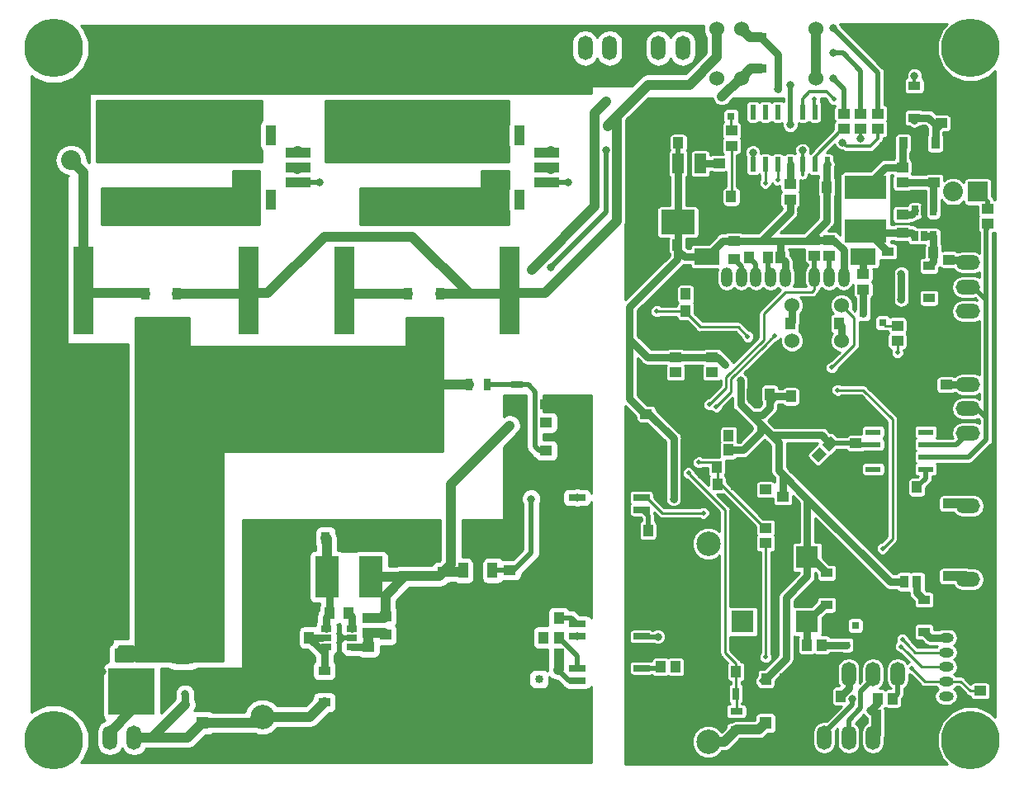
<source format=gbr>
G04 #@! TF.GenerationSoftware,KiCad,Pcbnew,(5.0.2)-1*
G04 #@! TF.CreationDate,2019-05-03T12:12:16+09:00*
G04 #@! TF.ProjectId,Electrocity_Manager,456c6563-7472-46f6-9369-74795f4d616e,rev?*
G04 #@! TF.SameCoordinates,Original*
G04 #@! TF.FileFunction,Copper,L2,Bot*
G04 #@! TF.FilePolarity,Positive*
%FSLAX46Y46*%
G04 Gerber Fmt 4.6, Leading zero omitted, Abs format (unit mm)*
G04 Created by KiCad (PCBNEW (5.0.2)-1) date 2019/05/03 12:12:16*
%MOMM*%
%LPD*%
G01*
G04 APERTURE LIST*
G04 #@! TA.AperFunction,SMDPad,CuDef*
%ADD10R,1.200000X1.000000*%
G04 #@! TD*
G04 #@! TA.AperFunction,SMDPad,CuDef*
%ADD11R,1.000000X1.200000*%
G04 #@! TD*
G04 #@! TA.AperFunction,SMDPad,CuDef*
%ADD12R,4.200000X2.400000*%
G04 #@! TD*
G04 #@! TA.AperFunction,SMDPad,CuDef*
%ADD13R,1.220000X0.910000*%
G04 #@! TD*
G04 #@! TA.AperFunction,SMDPad,CuDef*
%ADD14R,2.300000X2.300000*%
G04 #@! TD*
G04 #@! TA.AperFunction,SMDPad,CuDef*
%ADD15R,0.800100X0.800100*%
G04 #@! TD*
G04 #@! TA.AperFunction,ComponentPad*
%ADD16C,6.500000*%
G04 #@! TD*
G04 #@! TA.AperFunction,SMDPad,CuDef*
%ADD17R,0.965200X1.270000*%
G04 #@! TD*
G04 #@! TA.AperFunction,SMDPad,CuDef*
%ADD18C,1.000000*%
G04 #@! TD*
G04 #@! TA.AperFunction,Conductor*
%ADD19C,0.100000*%
G04 #@! TD*
G04 #@! TA.AperFunction,ComponentPad*
%ADD20C,1.300000*%
G04 #@! TD*
G04 #@! TA.AperFunction,ComponentPad*
%ADD21R,1.300000X1.300000*%
G04 #@! TD*
G04 #@! TA.AperFunction,SMDPad,CuDef*
%ADD22R,0.910000X1.220000*%
G04 #@! TD*
G04 #@! TA.AperFunction,ComponentPad*
%ADD23R,2.032000X2.032000*%
G04 #@! TD*
G04 #@! TA.AperFunction,ComponentPad*
%ADD24O,2.032000X2.032000*%
G04 #@! TD*
G04 #@! TA.AperFunction,ComponentPad*
%ADD25O,2.500000X1.500000*%
G04 #@! TD*
G04 #@! TA.AperFunction,ComponentPad*
%ADD26O,1.500000X2.500000*%
G04 #@! TD*
G04 #@! TA.AperFunction,ComponentPad*
%ADD27C,8.500000*%
G04 #@! TD*
G04 #@! TA.AperFunction,SMDPad,CuDef*
%ADD28R,0.690880X1.000760*%
G04 #@! TD*
G04 #@! TA.AperFunction,SMDPad,CuDef*
%ADD29R,1.200000X2.000000*%
G04 #@! TD*
G04 #@! TA.AperFunction,SMDPad,CuDef*
%ADD30R,3.500000X2.500000*%
G04 #@! TD*
G04 #@! TA.AperFunction,ComponentPad*
%ADD31R,3.000000X13.000000*%
G04 #@! TD*
G04 #@! TA.AperFunction,ComponentPad*
%ADD32R,2.000000X9.000000*%
G04 #@! TD*
G04 #@! TA.AperFunction,ComponentPad*
%ADD33R,13.000000X3.000000*%
G04 #@! TD*
G04 #@! TA.AperFunction,SMDPad,CuDef*
%ADD34R,1.000000X2.000000*%
G04 #@! TD*
G04 #@! TA.AperFunction,SMDPad,CuDef*
%ADD35R,2.500000X1.000000*%
G04 #@! TD*
G04 #@! TA.AperFunction,SMDPad,CuDef*
%ADD36R,2.500000X1.800000*%
G04 #@! TD*
G04 #@! TA.AperFunction,SMDPad,CuDef*
%ADD37R,1.700000X0.650000*%
G04 #@! TD*
G04 #@! TA.AperFunction,ComponentPad*
%ADD38O,1.524000X1.000000*%
G04 #@! TD*
G04 #@! TA.AperFunction,SMDPad,CuDef*
%ADD39R,1.400000X1.270000*%
G04 #@! TD*
G04 #@! TA.AperFunction,SMDPad,CuDef*
%ADD40R,4.720000X4.800000*%
G04 #@! TD*
G04 #@! TA.AperFunction,SMDPad,CuDef*
%ADD41R,2.400000X4.200000*%
G04 #@! TD*
G04 #@! TA.AperFunction,ComponentPad*
%ADD42C,4.500880*%
G04 #@! TD*
G04 #@! TA.AperFunction,ComponentPad*
%ADD43C,2.500000*%
G04 #@! TD*
G04 #@! TA.AperFunction,SMDPad,CuDef*
%ADD44R,0.700000X1.300000*%
G04 #@! TD*
G04 #@! TA.AperFunction,SMDPad,CuDef*
%ADD45R,1.300000X0.700000*%
G04 #@! TD*
G04 #@! TA.AperFunction,SMDPad,CuDef*
%ADD46R,1.000760X1.501140*%
G04 #@! TD*
G04 #@! TA.AperFunction,SMDPad,CuDef*
%ADD47R,1.998980X2.999740*%
G04 #@! TD*
G04 #@! TA.AperFunction,SMDPad,CuDef*
%ADD48C,0.749300*%
G04 #@! TD*
G04 #@! TA.AperFunction,SMDPad,CuDef*
%ADD49R,1.250000X1.000000*%
G04 #@! TD*
G04 #@! TA.AperFunction,SMDPad,CuDef*
%ADD50R,0.600000X1.500000*%
G04 #@! TD*
G04 #@! TA.AperFunction,ComponentPad*
%ADD51C,1.524000*%
G04 #@! TD*
G04 #@! TA.AperFunction,SMDPad,CuDef*
%ADD52R,1.000760X0.690880*%
G04 #@! TD*
G04 #@! TA.AperFunction,ComponentPad*
%ADD53O,1.200000X2.000000*%
G04 #@! TD*
G04 #@! TA.AperFunction,ComponentPad*
%ADD54R,2.600000X1.700000*%
G04 #@! TD*
G04 #@! TA.AperFunction,SMDPad,CuDef*
%ADD55R,1.550000X0.600000*%
G04 #@! TD*
G04 #@! TA.AperFunction,ViaPad*
%ADD56C,6.000000*%
G04 #@! TD*
G04 #@! TA.AperFunction,ViaPad*
%ADD57C,0.800000*%
G04 #@! TD*
G04 #@! TA.AperFunction,ViaPad*
%ADD58C,0.500000*%
G04 #@! TD*
G04 #@! TA.AperFunction,Conductor*
%ADD59C,1.000000*%
G04 #@! TD*
G04 #@! TA.AperFunction,Conductor*
%ADD60C,0.800000*%
G04 #@! TD*
G04 #@! TA.AperFunction,Conductor*
%ADD61C,0.250000*%
G04 #@! TD*
G04 #@! TA.AperFunction,Conductor*
%ADD62C,0.500000*%
G04 #@! TD*
G04 #@! TA.AperFunction,Conductor*
%ADD63C,0.300000*%
G04 #@! TD*
G04 #@! TA.AperFunction,Conductor*
%ADD64C,0.254000*%
G04 #@! TD*
G04 APERTURE END LIST*
D10*
G04 #@! TO.P,C13,2*
G04 #@! TO.N,GND*
X124000000Y-148180000D03*
G04 #@! TO.P,C13,1*
G04 #@! TO.N,Net-(C13-Pad1)*
X124000000Y-146300001D03*
G04 #@! TD*
G04 #@! TO.P,C4,1*
G04 #@! TO.N,+3.3V*
X133250000Y-141550000D03*
G04 #@! TO.P,C4,2*
G04 #@! TO.N,GND*
X133250000Y-143430000D03*
G04 #@! TD*
D11*
G04 #@! TO.P,C11,1*
G04 #@! TO.N,Net-(C11-Pad1)*
X120199999Y-140750000D03*
G04 #@! TO.P,C11,2*
G04 #@! TO.N,GND*
X118320000Y-140750000D03*
G04 #@! TD*
D12*
G04 #@! TO.P,L1,2*
G04 #@! TO.N,Net-(D13-Pad1)*
X134250000Y-115250000D03*
G04 #@! TO.P,L1,1*
G04 #@! TO.N,Net-(C23-Pad1)*
X134250000Y-119750000D03*
G04 #@! TD*
D11*
G04 #@! TO.P,C19,1*
G04 #@! TO.N,+3.3V*
X125550000Y-122500000D03*
G04 #@! TO.P,C19,2*
G04 #@! TO.N,GND*
X127430000Y-122500000D03*
G04 #@! TD*
D13*
G04 #@! TO.P,D12,1*
G04 #@! TO.N,+12V*
X140750000Y-126635000D03*
G04 #@! TO.P,D12,2*
G04 #@! TO.N,Net-(C25-Pad1)*
X140750000Y-123365000D03*
G04 #@! TD*
D10*
G04 #@! TO.P,R48,1*
G04 #@! TO.N,/PC2*
X120500000Y-111030000D03*
G04 #@! TO.P,R48,2*
G04 #@! TO.N,Net-(Q7-Pad1)*
X120500000Y-109470000D03*
G04 #@! TD*
D11*
G04 #@! TO.P,C9,2*
G04 #@! TO.N,+3.3V*
X120180000Y-142250000D03*
G04 #@! TO.P,C9,1*
G04 #@! TO.N,GND*
X118300000Y-142250000D03*
G04 #@! TD*
D14*
G04 #@! TO.P,SP1,3*
G04 #@! TO.N,N/C*
X121650000Y-159850000D03*
G04 #@! TO.P,SP1,2*
G04 #@! TO.N,Net-(D9-Pad1)*
X128250000Y-159850000D03*
G04 #@! TO.P,SP1,1*
G04 #@! TO.N,+3.3V*
X128250000Y-153250000D03*
G04 #@! TD*
D10*
G04 #@! TO.P,C27,2*
G04 #@! TO.N,GND*
X111750000Y-140430000D03*
G04 #@! TO.P,C27,1*
G04 #@! TO.N,+3.3V*
X111750000Y-138550000D03*
G04 #@! TD*
D11*
G04 #@! TO.P,C44,1*
G04 #@! TO.N,/ADC12_IN8*
X120950000Y-165000000D03*
G04 #@! TO.P,C44,2*
G04 #@! TO.N,GND*
X119070000Y-165000000D03*
G04 #@! TD*
D15*
G04 #@! TO.P,Q7,1*
G04 #@! TO.N,Net-(Q7-Pad1)*
X120450000Y-108000760D03*
G04 #@! TO.P,Q7,2*
G04 #@! TO.N,GND*
X118550000Y-108000760D03*
G04 #@! TO.P,Q7,3*
G04 #@! TO.N,Net-(D25-Pad1)*
X119500000Y-106001780D03*
G04 #@! TD*
D10*
G04 #@! TO.P,R6,2*
G04 #@! TO.N,Net-(JP3-Pad1)*
X146750000Y-117470000D03*
G04 #@! TO.P,R6,1*
G04 #@! TO.N,/CAN_H*
X146750000Y-119030000D03*
G04 #@! TD*
D16*
G04 #@! TO.P,P15,1*
G04 #@! TO.N,GNDPWR*
X90250000Y-102500000D03*
G04 #@! TO.P,P15,2*
G04 #@! TO.N,FUN_Vdd*
X90250000Y-109500000D03*
G04 #@! TD*
G04 #@! TO.P,P17,2*
G04 #@! TO.N,POWER_Vdd*
X66750000Y-109500000D03*
G04 #@! TO.P,P17,1*
G04 #@! TO.N,GNDPWR*
X66750000Y-102500000D03*
G04 #@! TD*
D17*
G04 #@! TO.P,JP2,2*
G04 #@! TO.N,+3.3V*
X138250000Y-155750000D03*
G04 #@! TO.P,JP2,1*
G04 #@! TO.N,Net-(D1-Pad2)*
X139520000Y-155750000D03*
G04 #@! TD*
D18*
G04 #@! TO.P,C12,1*
G04 #@! TO.N,GND*
X131921751Y-142921751D03*
D19*
G04 #@! TD*
G04 #@! TO.N,GND*
G04 #@! TO.C,C12*
G36*
X132699568Y-142851040D02*
X131851040Y-143699568D01*
X131143934Y-142992462D01*
X131992462Y-142143934D01*
X132699568Y-142851040D01*
X132699568Y-142851040D01*
G37*
D18*
G04 #@! TO.P,C12,2*
G04 #@! TO.N,+3.3V*
X130592391Y-141592391D03*
D19*
G04 #@! TD*
G04 #@! TO.N,+3.3V*
G04 #@! TO.C,C12*
G36*
X131370208Y-141521680D02*
X130521680Y-142370208D01*
X129814574Y-141663102D01*
X130663102Y-140814574D01*
X131370208Y-141521680D01*
X131370208Y-141521680D01*
G37*
D10*
G04 #@! TO.P,C20,2*
G04 #@! TO.N,Net-(C20-Pad2)*
X120750000Y-122680000D03*
G04 #@! TO.P,C20,1*
G04 #@! TO.N,+3.3V*
X120750000Y-120800000D03*
G04 #@! TD*
G04 #@! TO.P,C23,1*
G04 #@! TO.N,Net-(C23-Pad1)*
X138000000Y-119950000D03*
G04 #@! TO.P,C23,2*
G04 #@! TO.N,Net-(C23-Pad2)*
X138000000Y-118070000D03*
G04 #@! TD*
G04 #@! TO.P,C24,1*
G04 #@! TO.N,+5V*
X119250000Y-112800000D03*
G04 #@! TO.P,C24,2*
G04 #@! TO.N,GND*
X119250000Y-114680000D03*
G04 #@! TD*
D11*
G04 #@! TO.P,C25,2*
G04 #@! TO.N,GND*
X139320000Y-122000000D03*
G04 #@! TO.P,C25,1*
G04 #@! TO.N,Net-(C25-Pad1)*
X141200000Y-122000000D03*
G04 #@! TD*
G04 #@! TO.P,C26,1*
G04 #@! TO.N,+3.3V*
X114950000Y-121250000D03*
G04 #@! TO.P,C26,2*
G04 #@! TO.N,GND*
X113070000Y-121250000D03*
G04 #@! TD*
D20*
G04 #@! TO.P,C32,2*
G04 #@! TO.N,GNDPWR*
X66250000Y-172750000D03*
D21*
G04 #@! TO.P,C32,1*
G04 #@! TO.N,/24V*
X66250000Y-170250000D03*
G04 #@! TD*
G04 #@! TO.P,C35,1*
G04 #@! TO.N,Net-(C35-Pad1)*
X124000000Y-170250000D03*
D20*
G04 #@! TO.P,C35,2*
G04 #@! TO.N,GND*
X124000000Y-172750000D03*
G04 #@! TD*
D13*
G04 #@! TO.P,D1,2*
G04 #@! TO.N,Net-(D1-Pad2)*
X140250000Y-157615000D03*
G04 #@! TO.P,D1,1*
G04 #@! TO.N,Net-(D1-Pad1)*
X140250000Y-160885000D03*
G04 #@! TD*
G04 #@! TO.P,D9,1*
G04 #@! TO.N,Net-(D9-Pad1)*
X130250000Y-158135000D03*
G04 #@! TO.P,D9,2*
G04 #@! TO.N,+3.3V*
X130250000Y-154865000D03*
G04 #@! TD*
G04 #@! TO.P,D11,2*
G04 #@! TO.N,Net-(C23-Pad1)*
X136500000Y-121865000D03*
G04 #@! TO.P,D11,1*
G04 #@! TO.N,GND*
X136500000Y-125135000D03*
G04 #@! TD*
D22*
G04 #@! TO.P,D13,2*
G04 #@! TO.N,+5V*
X141385000Y-110750000D03*
G04 #@! TO.P,D13,1*
G04 #@! TO.N,Net-(D13-Pad1)*
X138115000Y-110750000D03*
G04 #@! TD*
D13*
G04 #@! TO.P,D21,1*
G04 #@! TO.N,/24V*
X78750000Y-168135000D03*
G04 #@! TO.P,D21,2*
G04 #@! TO.N,Net-(C31-Pad1)*
X78750000Y-164865000D03*
G04 #@! TD*
D23*
G04 #@! TO.P,JP3,1*
G04 #@! TO.N,Net-(JP3-Pad1)*
X145750000Y-115750000D03*
D24*
G04 #@! TO.P,JP3,2*
G04 #@! TO.N,/CAN_L*
X143210000Y-115750000D03*
G04 #@! TD*
D25*
G04 #@! TO.P,P3,4*
G04 #@! TO.N,/CAN_L*
X144750000Y-128000000D03*
G04 #@! TO.P,P3,3*
G04 #@! TO.N,/CAN_H*
X144750000Y-125500000D03*
G04 #@! TO.P,P3,2*
G04 #@! TO.N,+12V*
X144750000Y-123000000D03*
G04 #@! TO.P,P3,1*
G04 #@! TO.N,GND*
X144750000Y-120500000D03*
G04 #@! TD*
D26*
G04 #@! TO.P,P9,2*
G04 #@! TO.N,/24V*
X59250000Y-171750000D03*
G04 #@! TO.P,P9,1*
G04 #@! TO.N,Net-(D10-Pad3)*
X56750000Y-171750000D03*
G04 #@! TD*
D27*
G04 #@! TO.P,P13,1*
G04 #@! TO.N,GNDPWR*
X53250000Y-160000000D03*
G04 #@! TO.P,P13,2*
G04 #@! TO.N,+BATT*
X64250000Y-160000000D03*
G04 #@! TD*
D16*
G04 #@! TO.P,P14,2*
G04 #@! TO.N,POWER_Vdd*
X58750000Y-109500000D03*
G04 #@! TO.P,P14,1*
G04 #@! TO.N,GNDPWR*
X58750000Y-102500000D03*
G04 #@! TD*
D27*
G04 #@! TO.P,P16,2*
G04 #@! TO.N,+BATT*
X64250000Y-150000000D03*
G04 #@! TO.P,P16,1*
G04 #@! TO.N,GNDPWR*
X53250000Y-150000000D03*
G04 #@! TD*
D16*
G04 #@! TO.P,P18,1*
G04 #@! TO.N,GNDPWR*
X82000000Y-102500000D03*
G04 #@! TO.P,P18,2*
G04 #@! TO.N,FUN_Vdd*
X82000000Y-109500000D03*
G04 #@! TD*
D28*
G04 #@! TO.P,U5,6*
G04 #@! TO.N,Net-(C23-Pad1)*
X139300040Y-120300480D03*
G04 #@! TO.P,U5,5*
G04 #@! TO.N,Net-(C25-Pad1)*
X140250000Y-120300480D03*
G04 #@! TO.P,U5,4*
X141199960Y-120300480D03*
G04 #@! TO.P,U5,3*
G04 #@! TO.N,/FB*
X141199960Y-117699520D03*
G04 #@! TO.P,U5,2*
G04 #@! TO.N,GND*
X140250000Y-117699520D03*
G04 #@! TO.P,U5,1*
G04 #@! TO.N,Net-(C23-Pad2)*
X139300040Y-117699520D03*
G04 #@! TD*
D29*
G04 #@! TO.P,U7,2*
G04 #@! TO.N,+3.3V*
X115000000Y-112850000D03*
G04 #@! TO.P,U7,1*
G04 #@! TO.N,GND*
X112700000Y-112850000D03*
G04 #@! TO.P,U7,3*
G04 #@! TO.N,+5V*
X117300000Y-112850000D03*
D30*
G04 #@! TO.P,U7,2*
G04 #@! TO.N,+3.3V*
X115000000Y-118850000D03*
G04 #@! TD*
D31*
G04 #@! TO.P,U8,30*
G04 #@! TO.N,+BATT*
X62500000Y-135250000D03*
D32*
G04 #@! TO.P,U8,86*
G04 #@! TO.N,/Relay_Out*
X54050000Y-125900000D03*
G04 #@! TO.P,U8,85*
G04 #@! TO.N,/Coil*
X70950000Y-125900000D03*
D33*
G04 #@! TO.P,U8,87*
G04 #@! TO.N,Net-(U11-Pad5)*
X62500000Y-117500000D03*
G04 #@! TD*
G04 #@! TO.P,U12,87*
G04 #@! TO.N,Net-(U12-Pad87)*
X89250000Y-117500000D03*
D32*
G04 #@! TO.P,U12,85*
G04 #@! TO.N,/Coil*
X97700000Y-125900000D03*
G04 #@! TO.P,U12,86*
G04 #@! TO.N,/Relay_Out*
X80800000Y-125900000D03*
D31*
G04 #@! TO.P,U12,30*
G04 #@! TO.N,+BATT*
X89250000Y-135250000D03*
G04 #@! TD*
D34*
G04 #@! TO.P,U14,*
G04 #@! TO.N,*
X98750000Y-116550000D03*
X98750000Y-109950000D03*
D35*
G04 #@! TO.P,U14,3*
G04 #@! TO.N,Net-(R44-Pad2)*
X101550000Y-114750000D03*
G04 #@! TO.P,U14,2*
G04 #@! TO.N,GND*
X101550000Y-113250000D03*
G04 #@! TO.P,U14,1*
G04 #@! TO.N,+3.3V*
X101550000Y-111750000D03*
D36*
G04 #@! TO.P,U14,5*
G04 #@! TO.N,Net-(U12-Pad87)*
X96050000Y-114750000D03*
G04 #@! TO.P,U14,6*
G04 #@! TO.N,FUN_Vdd*
X96050000Y-111750000D03*
G04 #@! TD*
D37*
G04 #@! TO.P,IC2,1*
G04 #@! TO.N,Net-(IC2-Pad1)*
X111300000Y-164615000D03*
G04 #@! TO.P,IC2,2*
G04 #@! TO.N,GND*
X111300000Y-165885000D03*
G04 #@! TO.P,IC2,3*
G04 #@! TO.N,Net-(IC2-Pad3)*
X104700000Y-165885000D03*
G04 #@! TO.P,IC2,4*
G04 #@! TO.N,Net-(IC2-Pad4)*
X104700000Y-164615000D03*
G04 #@! TD*
G04 #@! TO.P,IC3,4*
G04 #@! TO.N,/Relay_state*
X111300000Y-161385000D03*
G04 #@! TO.P,IC3,3*
G04 #@! TO.N,GND*
X111300000Y-160115000D03*
G04 #@! TO.P,IC3,2*
G04 #@! TO.N,Net-(IC3-Pad2)*
X104700000Y-160115000D03*
G04 #@! TO.P,IC3,1*
G04 #@! TO.N,/Coil*
X104700000Y-161385000D03*
G04 #@! TD*
G04 #@! TO.P,IC4,4*
G04 #@! TO.N,Net-(IC4-Pad4)*
X104660000Y-147115000D03*
G04 #@! TO.P,IC4,3*
G04 #@! TO.N,GNDPWR*
X104660000Y-148385000D03*
G04 #@! TO.P,IC4,2*
G04 #@! TO.N,Net-(IC4-Pad2)*
X111260000Y-148385000D03*
G04 #@! TO.P,IC4,1*
G04 #@! TO.N,/PB15*
X111260000Y-147115000D03*
G04 #@! TD*
D38*
G04 #@! TO.P,P1,1*
G04 #@! TO.N,GND*
X142500000Y-160000000D03*
G04 #@! TO.P,P1,2*
G04 #@! TO.N,Net-(D1-Pad1)*
X142500000Y-161500000D03*
G04 #@! TO.P,P1,3*
G04 #@! TO.N,/SWCLK*
X142500000Y-163000000D03*
G04 #@! TO.P,P1,4*
G04 #@! TO.N,/SWDIO*
X142500000Y-164500000D03*
G04 #@! TO.P,P1,5*
G04 #@! TO.N,/~NRST*
X142500000Y-166000000D03*
G04 #@! TO.P,P1,6*
G04 #@! TO.N,Net-(P1-Pad6)*
X142500000Y-167500000D03*
G04 #@! TD*
D10*
G04 #@! TO.P,C2,1*
G04 #@! TO.N,+12V*
X142500000Y-135550000D03*
G04 #@! TO.P,C2,2*
G04 #@! TO.N,GND*
X142500000Y-137430000D03*
G04 #@! TD*
G04 #@! TO.P,C3,1*
G04 #@! TO.N,/~NRST*
X146000000Y-166950000D03*
G04 #@! TO.P,C3,2*
G04 #@! TO.N,GND*
X146000000Y-165070000D03*
G04 #@! TD*
G04 #@! TO.P,C6,2*
G04 #@! TO.N,GND*
X142750000Y-120820000D03*
G04 #@! TO.P,C6,1*
G04 #@! TO.N,+12V*
X142750000Y-122700000D03*
G04 #@! TD*
D11*
G04 #@! TO.P,C7,2*
G04 #@! TO.N,GND*
X137180000Y-169500000D03*
G04 #@! TO.P,C7,1*
G04 #@! TO.N,+12V*
X135300000Y-169500000D03*
G04 #@! TD*
G04 #@! TO.P,C8,1*
G04 #@! TO.N,GND*
X122550000Y-136500000D03*
G04 #@! TO.P,C8,2*
G04 #@! TO.N,+3.3V*
X124430000Y-136500000D03*
G04 #@! TD*
D10*
G04 #@! TO.P,C10,2*
G04 #@! TO.N,+3.3V*
X125750000Y-147070000D03*
G04 #@! TO.P,C10,1*
G04 #@! TO.N,GND*
X125750000Y-148950000D03*
G04 #@! TD*
D11*
G04 #@! TO.P,C14,2*
G04 #@! TO.N,GND*
X129820000Y-167500000D03*
G04 #@! TO.P,C14,1*
G04 #@! TO.N,+12V*
X131700000Y-167500000D03*
G04 #@! TD*
G04 #@! TO.P,C15,2*
G04 #@! TO.N,+3.3V*
X126570000Y-136750000D03*
G04 #@! TO.P,C15,1*
G04 #@! TO.N,GND*
X128450000Y-136750000D03*
G04 #@! TD*
D10*
G04 #@! TO.P,C16,2*
G04 #@! TO.N,GND*
X142750000Y-153320000D03*
G04 #@! TO.P,C16,1*
G04 #@! TO.N,+12V*
X142750000Y-155200000D03*
G04 #@! TD*
G04 #@! TO.P,C17,1*
G04 #@! TO.N,+12V*
X142750000Y-147750000D03*
G04 #@! TO.P,C17,2*
G04 #@! TO.N,GND*
X142750000Y-145870000D03*
G04 #@! TD*
D11*
G04 #@! TO.P,C18,1*
G04 #@! TO.N,GND*
X128370000Y-115250000D03*
G04 #@! TO.P,C18,2*
G04 #@! TO.N,+3.3V*
X130250000Y-115250000D03*
G04 #@! TD*
G04 #@! TO.P,C21,2*
G04 #@! TO.N,Net-(C21-Pad2)*
X122320000Y-122500000D03*
G04 #@! TO.P,C21,1*
G04 #@! TO.N,Net-(C21-Pad1)*
X124200000Y-122500000D03*
G04 #@! TD*
D10*
G04 #@! TO.P,C29,2*
G04 #@! TO.N,GND*
X142000000Y-106820000D03*
G04 #@! TO.P,C29,1*
G04 #@! TO.N,+5V*
X142000000Y-108700000D03*
G04 #@! TD*
G04 #@! TO.P,C30,2*
G04 #@! TO.N,+12C*
X85000000Y-159320000D03*
G04 #@! TO.P,C30,1*
G04 #@! TO.N,Net-(C30-Pad1)*
X85000000Y-161200000D03*
G04 #@! TD*
D11*
G04 #@! TO.P,C31,2*
G04 #@! TO.N,GNDPWR*
X75320000Y-161500000D03*
G04 #@! TO.P,C31,1*
G04 #@! TO.N,Net-(C31-Pad1)*
X77200000Y-161500000D03*
G04 #@! TD*
G04 #@! TO.P,C33,2*
G04 #@! TO.N,GND*
X117680000Y-128000000D03*
G04 #@! TO.P,C33,1*
G04 #@! TO.N,/ADC12_IN1*
X115800000Y-128000000D03*
G04 #@! TD*
D10*
G04 #@! TO.P,C38,1*
G04 #@! TO.N,/Voltage*
X101500000Y-142300000D03*
G04 #@! TO.P,C38,2*
G04 #@! TO.N,GNDPWR*
X101500000Y-144180000D03*
G04 #@! TD*
D11*
G04 #@! TO.P,C39,1*
G04 #@! TO.N,/ADC12_IN2*
X115800000Y-126250000D03*
G04 #@! TO.P,C39,2*
G04 #@! TO.N,GND*
X117680000Y-126250000D03*
G04 #@! TD*
G04 #@! TO.P,C41,2*
G04 #@! TO.N,GND*
X125930000Y-165750000D03*
G04 #@! TO.P,C41,1*
G04 #@! TO.N,+3.3V*
X124050000Y-165750000D03*
G04 #@! TD*
G04 #@! TO.P,C42,1*
G04 #@! TO.N,/ADC12_IN9*
X119050000Y-145750000D03*
G04 #@! TO.P,C42,2*
G04 #@! TO.N,GND*
X120930000Y-145750000D03*
G04 #@! TD*
D10*
G04 #@! TO.P,C43,1*
G04 #@! TO.N,GNDPWR*
X97750000Y-156450000D03*
G04 #@! TO.P,C43,2*
G04 #@! TO.N,3V3*
X97750000Y-154570000D03*
G04 #@! TD*
D39*
G04 #@! TO.P,D10,1*
G04 #@! TO.N,+BATT*
X60040000Y-163235000D03*
D40*
G04 #@! TO.P,D10,3*
G04 #@! TO.N,Net-(D10-Pad3)*
X59000000Y-167040000D03*
D39*
G04 #@! TO.P,D10,2*
G04 #@! TO.N,+BATT*
X57960000Y-163235000D03*
G04 #@! TD*
D23*
G04 #@! TO.P,JP1,1*
G04 #@! TO.N,GNDPWR*
X50250000Y-112500000D03*
D24*
G04 #@! TO.P,JP1,2*
G04 #@! TO.N,/Relay_Out*
X52790000Y-112500000D03*
G04 #@! TD*
D41*
G04 #@! TO.P,L2,1*
G04 #@! TO.N,Net-(C36-Pad2)*
X79000000Y-155250000D03*
G04 #@! TO.P,L2,2*
G04 #@! TO.N,+12C*
X83500000Y-155250000D03*
G04 #@! TD*
D26*
G04 #@! TO.P,P5,4*
G04 #@! TO.N,/Relay_state*
X137500000Y-165250000D03*
G04 #@! TO.P,P5,3*
G04 #@! TO.N,/Fource_shutdown*
X135000000Y-165250000D03*
G04 #@! TO.P,P5,2*
G04 #@! TO.N,+12V*
X132500000Y-165250000D03*
G04 #@! TO.P,P5,1*
G04 #@! TO.N,GND*
X130000000Y-165250000D03*
G04 #@! TD*
D25*
G04 #@! TO.P,P6,1*
G04 #@! TO.N,GND*
X144750000Y-153000000D03*
G04 #@! TO.P,P6,2*
G04 #@! TO.N,+12V*
X144750000Y-155500000D03*
G04 #@! TD*
G04 #@! TO.P,P7,2*
G04 #@! TO.N,+12V*
X144750000Y-148000000D03*
G04 #@! TO.P,P7,1*
G04 #@! TO.N,GND*
X144750000Y-145500000D03*
G04 #@! TD*
D26*
G04 #@! TO.P,P10,2*
G04 #@! TO.N,Net-(P10-Pad2)*
X108000000Y-101000000D03*
G04 #@! TO.P,P10,1*
G04 #@! TO.N,+12C*
X105500000Y-101000000D03*
G04 #@! TD*
G04 #@! TO.P,P11,1*
G04 #@! TO.N,Net-(P10-Pad2)*
X113000000Y-101000000D03*
G04 #@! TO.P,P11,2*
G04 #@! TO.N,Net-(P11-Pad2)*
X115500000Y-101000000D03*
G04 #@! TD*
D42*
G04 #@! TO.P,P12,1*
G04 #@! TO.N,GNDPWR*
X99000000Y-101500000D03*
G04 #@! TD*
D15*
G04 #@! TO.P,Q1,1*
G04 #@! TO.N,Net-(IC2-Pad3)*
X102750760Y-164800000D03*
G04 #@! TO.P,Q1,2*
G04 #@! TO.N,GNDPWR*
X102750760Y-166700000D03*
G04 #@! TO.P,Q1,3*
G04 #@! TO.N,/Relay_Out*
X100751780Y-165750000D03*
G04 #@! TD*
G04 #@! TO.P,Q2,3*
G04 #@! TO.N,Net-(Q2-Pad3)*
X132250000Y-162248220D03*
G04 #@! TO.P,Q2,2*
G04 #@! TO.N,GND*
X131300000Y-160249240D03*
G04 #@! TO.P,Q2,1*
G04 #@! TO.N,Net-(Q2-Pad1)*
X133200000Y-160249240D03*
G04 #@! TD*
G04 #@! TO.P,Q3,1*
G04 #@! TO.N,Net-(Q3-Pad1)*
X136000760Y-129200000D03*
G04 #@! TO.P,Q3,2*
G04 #@! TO.N,GND*
X136000760Y-127300000D03*
G04 #@! TO.P,Q3,3*
G04 #@! TO.N,Net-(Q3-Pad3)*
X134001780Y-128250000D03*
G04 #@! TD*
D11*
G04 #@! TO.P,R7,1*
G04 #@! TO.N,GNDPWR*
X101220000Y-163250000D03*
G04 #@! TO.P,R7,2*
G04 #@! TO.N,Net-(IC2-Pad3)*
X102780000Y-163250000D03*
G04 #@! TD*
D18*
G04 #@! TO.P,R8,2*
G04 #@! TO.N,GND*
X130551543Y-143801543D03*
D19*
G04 #@! TD*
G04 #@! TO.N,GND*
G04 #@! TO.C,R8*
G36*
X129773726Y-143872254D02*
X130622254Y-143023726D01*
X131329360Y-143730832D01*
X130480832Y-144579360D01*
X129773726Y-143872254D01*
X129773726Y-143872254D01*
G37*
D18*
G04 #@! TO.P,R8,1*
G04 #@! TO.N,Net-(R8-Pad1)*
X129448457Y-142698457D03*
D19*
G04 #@! TD*
G04 #@! TO.N,Net-(R8-Pad1)*
G04 #@! TO.C,R8*
G36*
X128670640Y-142769168D02*
X129519168Y-141920640D01*
X130226274Y-142627746D01*
X129377746Y-143476274D01*
X128670640Y-142769168D01*
X128670640Y-142769168D01*
G37*
D11*
G04 #@! TO.P,R9,2*
G04 #@! TO.N,Net-(IC2-Pad4)*
X102780000Y-161500000D03*
G04 #@! TO.P,R9,1*
G04 #@! TO.N,/MAIN_SW_Vdd*
X101220000Y-161500000D03*
G04 #@! TD*
G04 #@! TO.P,R11,1*
G04 #@! TO.N,GNDPWR*
X101220000Y-159500000D03*
G04 #@! TO.P,R11,2*
G04 #@! TO.N,Net-(IC3-Pad2)*
X102780000Y-159500000D03*
G04 #@! TD*
G04 #@! TO.P,R12,2*
G04 #@! TO.N,GND*
X137940000Y-146060000D03*
G04 #@! TO.P,R12,1*
G04 #@! TO.N,Net-(R12-Pad1)*
X139500000Y-146060000D03*
G04 #@! TD*
G04 #@! TO.P,R15,2*
G04 #@! TO.N,/Fource_shutdown*
X114780000Y-164500000D03*
G04 #@! TO.P,R15,1*
G04 #@! TO.N,Net-(IC2-Pad1)*
X113220000Y-164500000D03*
G04 #@! TD*
G04 #@! TO.P,R17,2*
G04 #@! TO.N,+12V*
X135470000Y-167750000D03*
G04 #@! TO.P,R17,1*
G04 #@! TO.N,/Relay_state*
X137030000Y-167750000D03*
G04 #@! TD*
G04 #@! TO.P,R24,1*
G04 #@! TO.N,Net-(Q2-Pad3)*
X129780000Y-162250000D03*
G04 #@! TO.P,R24,2*
G04 #@! TO.N,Net-(D9-Pad1)*
X128220000Y-162250000D03*
G04 #@! TD*
G04 #@! TO.P,R25,1*
G04 #@! TO.N,GND*
X113500000Y-150500000D03*
G04 #@! TO.P,R25,2*
G04 #@! TO.N,Net-(IC4-Pad2)*
X111940000Y-150500000D03*
G04 #@! TD*
D10*
G04 #@! TO.P,R26,2*
G04 #@! TO.N,+3.3V*
X130500000Y-120720000D03*
G04 #@! TO.P,R26,1*
G04 #@! TO.N,/I2C2_SCL*
X130500000Y-122280000D03*
G04 #@! TD*
G04 #@! TO.P,R27,1*
G04 #@! TO.N,/I2C2_SDA*
X129000000Y-122280000D03*
G04 #@! TO.P,R27,2*
G04 #@! TO.N,+3.3V*
X129000000Y-120720000D03*
G04 #@! TD*
G04 #@! TO.P,R28,2*
G04 #@! TO.N,/PC13*
X137500000Y-131030000D03*
G04 #@! TO.P,R28,1*
G04 #@! TO.N,Net-(Q3-Pad1)*
X137500000Y-129470000D03*
G04 #@! TD*
G04 #@! TO.P,R29,2*
G04 #@! TO.N,Net-(R29-Pad2)*
X134000000Y-124220000D03*
G04 #@! TO.P,R29,1*
G04 #@! TO.N,Net-(Q3-Pad3)*
X134000000Y-125780000D03*
G04 #@! TD*
G04 #@! TO.P,R31,2*
G04 #@! TO.N,Net-(D13-Pad1)*
X138000000Y-113220000D03*
G04 #@! TO.P,R31,1*
G04 #@! TO.N,/FB*
X138000000Y-114780000D03*
G04 #@! TD*
G04 #@! TO.P,R32,1*
G04 #@! TO.N,GND*
X141250000Y-113220000D03*
G04 #@! TO.P,R32,2*
G04 #@! TO.N,/FB*
X141250000Y-114780000D03*
G04 #@! TD*
G04 #@! TO.P,R41,2*
G04 #@! TO.N,Net-(C30-Pad1)*
X83250000Y-161030000D03*
G04 #@! TO.P,R41,1*
G04 #@! TO.N,+12C*
X83250000Y-159470000D03*
G04 #@! TD*
G04 #@! TO.P,R42,2*
G04 #@! TO.N,Net-(C30-Pad1)*
X83250000Y-162470000D03*
G04 #@! TO.P,R42,1*
G04 #@! TO.N,GNDPWR*
X83250000Y-164030000D03*
G04 #@! TD*
G04 #@! TO.P,R47,1*
G04 #@! TO.N,/ADC12_IN9*
X124000000Y-150220000D03*
G04 #@! TO.P,R47,2*
G04 #@! TO.N,Net-(R47-Pad2)*
X124000000Y-151780000D03*
G04 #@! TD*
D34*
G04 #@! TO.P,U11,*
G04 #@! TO.N,*
X73250000Y-116550000D03*
X73250000Y-109950000D03*
D35*
G04 #@! TO.P,U11,3*
G04 #@! TO.N,Net-(R40-Pad2)*
X76050000Y-114750000D03*
G04 #@! TO.P,U11,2*
G04 #@! TO.N,GND*
X76050000Y-113250000D03*
G04 #@! TO.P,U11,1*
G04 #@! TO.N,+3.3V*
X76050000Y-111750000D03*
D36*
G04 #@! TO.P,U11,5*
G04 #@! TO.N,Net-(U11-Pad5)*
X70550000Y-114750000D03*
G04 #@! TO.P,U11,6*
G04 #@! TO.N,POWER_Vdd*
X70550000Y-111750000D03*
G04 #@! TD*
D25*
G04 #@! TO.P,P2,4*
G04 #@! TO.N,/CAN_L*
X144750000Y-140500000D03*
G04 #@! TO.P,P2,3*
G04 #@! TO.N,/CAN_H*
X144750000Y-138000000D03*
G04 #@! TO.P,P2,2*
G04 #@! TO.N,+12V*
X144750000Y-135500000D03*
G04 #@! TO.P,P2,1*
G04 #@! TO.N,GND*
X144750000Y-133000000D03*
G04 #@! TD*
D10*
G04 #@! TO.P,C22,1*
G04 #@! TO.N,GNDPWR*
X101500000Y-137550000D03*
G04 #@! TO.P,C22,2*
G04 #@! TO.N,3V3*
X101500000Y-139430000D03*
G04 #@! TD*
D22*
G04 #@! TO.P,D22,2*
G04 #@! TO.N,/Coil*
X63635000Y-126250000D03*
G04 #@! TO.P,D22,1*
G04 #@! TO.N,/Relay_Out*
X60365000Y-126250000D03*
G04 #@! TD*
G04 #@! TO.P,D23,1*
G04 #@! TO.N,/Relay_Out*
X87365000Y-126250000D03*
G04 #@! TO.P,D23,2*
G04 #@! TO.N,/Coil*
X90635000Y-126250000D03*
G04 #@! TD*
D43*
G04 #@! TO.P,U9,4*
G04 #@! TO.N,Net-(U9-Pad4)*
X118110000Y-151840000D03*
G04 #@! TO.P,U9,5*
G04 #@! TO.N,GND*
X118110000Y-162000000D03*
G04 #@! TO.P,U9,6*
G04 #@! TO.N,Net-(C35-Pad1)*
X118110000Y-172160000D03*
G04 #@! TO.P,U9,3*
G04 #@! TO.N,GNDPWR*
X72390000Y-154380000D03*
G04 #@! TO.P,U9,2*
X72390000Y-164540000D03*
G04 #@! TO.P,U9,1*
G04 #@! TO.N,/24V*
X72390000Y-169620000D03*
G04 #@! TD*
D44*
G04 #@! TO.P,R45,2*
G04 #@! TO.N,+BATT*
X93550000Y-135500000D03*
G04 #@! TO.P,R45,1*
G04 #@! TO.N,/Voltage*
X95450000Y-135500000D03*
G04 #@! TD*
D45*
G04 #@! TO.P,R46,1*
G04 #@! TO.N,GNDPWR*
X98500000Y-137450000D03*
G04 #@! TO.P,R46,2*
G04 #@! TO.N,/Voltage*
X98500000Y-135550000D03*
G04 #@! TD*
D46*
G04 #@! TO.P,U15,1*
G04 #@! TO.N,3V3*
X96001140Y-154602360D03*
G04 #@! TO.P,U15,2*
G04 #@! TO.N,GNDPWR*
X94500000Y-154602360D03*
G04 #@! TO.P,U15,3*
G04 #@! TO.N,+12C*
X92998860Y-154602360D03*
D47*
G04 #@! TO.P,U15,2*
G04 #@! TO.N,GNDPWR*
X94500000Y-151650880D03*
D48*
X94500000Y-153500000D03*
D19*
G04 #@! TD*
G04 #@! TO.N,GNDPWR*
G04 #@! TO.C,U15*
G36*
X93999620Y-153874650D02*
X93499240Y-153125350D01*
X95500760Y-153125350D01*
X95000380Y-153874650D01*
X93999620Y-153874650D01*
X93999620Y-153874650D01*
G37*
D49*
G04 #@! TO.P,C37,1*
G04 #@! TO.N,GNDPWR*
X91000000Y-156750000D03*
G04 #@! TO.P,C37,2*
G04 #@! TO.N,+12C*
X91000000Y-154750000D03*
G04 #@! TD*
D45*
G04 #@! TO.P,R52,2*
G04 #@! TO.N,Net-(C35-Pad1)*
X121000000Y-170950000D03*
G04 #@! TO.P,R52,1*
G04 #@! TO.N,/ADC12_IN8*
X121000000Y-169050000D03*
G04 #@! TD*
D26*
G04 #@! TO.P,P4,4*
G04 #@! TO.N,/Relay_state*
X130000000Y-171750000D03*
G04 #@! TO.P,P4,3*
G04 #@! TO.N,/Fource_shutdown*
X132500000Y-171750000D03*
G04 #@! TO.P,P4,2*
G04 #@! TO.N,+12V*
X135000000Y-171750000D03*
G04 #@! TO.P,P4,1*
G04 #@! TO.N,GND*
X137500000Y-171750000D03*
G04 #@! TD*
D11*
G04 #@! TO.P,C47,2*
G04 #@! TO.N,GND*
X129620000Y-129250000D03*
G04 #@! TO.P,C47,1*
G04 #@! TO.N,+5V*
X131500000Y-129250000D03*
G04 #@! TD*
G04 #@! TO.P,C48,2*
G04 #@! TO.N,GND*
X128430000Y-129250000D03*
G04 #@! TO.P,C48,1*
G04 #@! TO.N,+5V*
X126550000Y-129250000D03*
G04 #@! TD*
D13*
G04 #@! TO.P,D25,1*
G04 #@! TO.N,Net-(D25-Pad1)*
X123500000Y-103135000D03*
G04 #@! TO.P,D25,2*
G04 #@! TO.N,+5V*
X123500000Y-99865000D03*
G04 #@! TD*
D11*
G04 #@! TO.P,R18,1*
G04 #@! TO.N,GND*
X122030000Y-116250000D03*
G04 #@! TO.P,R18,2*
G04 #@! TO.N,/PC2*
X120470000Y-116250000D03*
G04 #@! TD*
D13*
G04 #@! TO.P,D29,1*
G04 #@! TO.N,Net-(D29-Pad1)*
X139250000Y-104865000D03*
G04 #@! TO.P,D29,2*
G04 #@! TO.N,+5V*
X139250000Y-108135000D03*
G04 #@! TD*
D10*
G04 #@! TO.P,R19,1*
G04 #@! TO.N,Net-(D26-Pad2)*
X132000000Y-107720000D03*
G04 #@! TO.P,R19,2*
G04 #@! TO.N,Net-(R19-Pad2)*
X132000000Y-109280000D03*
G04 #@! TD*
G04 #@! TO.P,R51,2*
G04 #@! TO.N,Net-(R51-Pad2)*
X133750000Y-109280000D03*
G04 #@! TO.P,R51,1*
G04 #@! TO.N,Net-(D27-Pad2)*
X133750000Y-107720000D03*
G04 #@! TD*
G04 #@! TO.P,R58,1*
G04 #@! TO.N,Net-(D28-Pad2)*
X135500000Y-107720000D03*
G04 #@! TO.P,R58,2*
G04 #@! TO.N,Net-(R58-Pad2)*
X135500000Y-109280000D03*
G04 #@! TD*
G04 #@! TO.P,R59,2*
G04 #@! TO.N,Net-(R59-Pad2)*
X126500000Y-114970000D03*
G04 #@! TO.P,R59,1*
G04 #@! TO.N,+3.3V*
X126500000Y-116530000D03*
G04 #@! TD*
D50*
G04 #@! TO.P,U19,1*
G04 #@! TO.N,+3.3V*
X130310000Y-112950000D03*
G04 #@! TO.P,U19,2*
G04 #@! TO.N,Net-(R19-Pad2)*
X129040000Y-112950000D03*
G04 #@! TO.P,U19,3*
G04 #@! TO.N,Net-(R51-Pad2)*
X127770000Y-112950000D03*
G04 #@! TO.P,U19,4*
G04 #@! TO.N,Net-(R59-Pad2)*
X126500000Y-112950000D03*
G04 #@! TO.P,U19,5*
G04 #@! TO.N,/USART1_TX*
X125230000Y-112950000D03*
G04 #@! TO.P,U19,6*
G04 #@! TO.N,/USART1_RX*
X123960000Y-112950000D03*
G04 #@! TO.P,U19,7*
G04 #@! TO.N,Net-(R58-Pad2)*
X122690000Y-112950000D03*
G04 #@! TO.P,U19,8*
G04 #@! TO.N,Net-(U19-Pad8)*
X122690000Y-107550000D03*
G04 #@! TO.P,U19,9*
G04 #@! TO.N,Net-(U19-Pad9)*
X123960000Y-107550000D03*
G04 #@! TO.P,U19,10*
G04 #@! TO.N,Net-(U19-Pad10)*
X125230000Y-107550000D03*
G04 #@! TO.P,U19,11*
G04 #@! TO.N,+3.3V*
X126500000Y-107550000D03*
G04 #@! TO.P,U19,12*
G04 #@! TO.N,/D-*
X127770000Y-107550000D03*
G04 #@! TO.P,U19,13*
G04 #@! TO.N,/D+*
X129040000Y-107550000D03*
G04 #@! TO.P,U19,14*
G04 #@! TO.N,GND*
X130310000Y-107550000D03*
G04 #@! TD*
D51*
G04 #@! TO.P,U22,1*
G04 #@! TO.N,Net-(P11-Pad2)*
X129160000Y-99000000D03*
X129160000Y-104080000D03*
G04 #@! TO.P,U22,5*
G04 #@! TO.N,+5V*
X121540000Y-99000000D03*
G04 #@! TO.P,U22,2*
G04 #@! TO.N,Net-(D25-Pad1)*
X121540000Y-104080000D03*
G04 #@! TO.P,U22,3*
G04 #@! TO.N,Net-(U22-Pad3)*
X119000000Y-104080000D03*
G04 #@! TO.P,U22,4*
G04 #@! TO.N,/Coil*
X119000000Y-99000000D03*
G04 #@! TD*
G04 #@! TO.P,U20,3*
G04 #@! TO.N,+5V*
X131790000Y-131000000D03*
G04 #@! TO.P,U20,2*
G04 #@! TO.N,GND*
X129250000Y-131000000D03*
G04 #@! TO.P,U20,1*
G04 #@! TO.N,/PC1*
X126710000Y-131000000D03*
G04 #@! TD*
G04 #@! TO.P,U21,1*
G04 #@! TO.N,/PC0*
X131790000Y-127400000D03*
G04 #@! TO.P,U21,2*
G04 #@! TO.N,GND*
X129250000Y-127400000D03*
G04 #@! TO.P,U21,3*
G04 #@! TO.N,+5V*
X126710000Y-127400000D03*
G04 #@! TD*
D11*
G04 #@! TO.P,C36,2*
G04 #@! TO.N,Net-(C36-Pad2)*
X79320000Y-159000000D03*
G04 #@! TO.P,C36,1*
G04 #@! TO.N,Net-(C36-Pad1)*
X81200000Y-159000000D03*
G04 #@! TD*
D10*
G04 #@! TO.P,C46,2*
G04 #@! TO.N,GNDPWR*
X87000000Y-153320000D03*
G04 #@! TO.P,C46,1*
G04 #@! TO.N,+12C*
X87000000Y-155200000D03*
G04 #@! TD*
D52*
G04 #@! TO.P,U10,6*
G04 #@! TO.N,Net-(C36-Pad2)*
X78949520Y-160550040D03*
G04 #@! TO.P,U10,5*
G04 #@! TO.N,Net-(C31-Pad1)*
X78949520Y-161500000D03*
G04 #@! TO.P,U10,4*
X78949520Y-162449960D03*
G04 #@! TO.P,U10,3*
G04 #@! TO.N,Net-(C30-Pad1)*
X81550480Y-162449960D03*
G04 #@! TO.P,U10,2*
G04 #@! TO.N,GNDPWR*
X81550480Y-161500000D03*
G04 #@! TO.P,U10,1*
G04 #@! TO.N,Net-(C36-Pad1)*
X81550480Y-160550040D03*
G04 #@! TD*
D22*
G04 #@! TO.P,D24,1*
G04 #@! TO.N,GNDPWR*
X75615000Y-151250000D03*
G04 #@! TO.P,D24,2*
G04 #@! TO.N,Net-(C36-Pad2)*
X78885000Y-151250000D03*
G04 #@! TD*
D11*
G04 #@! TO.P,C49,1*
G04 #@! TO.N,+3.3V*
X115050000Y-110750000D03*
G04 #@! TO.P,C49,2*
G04 #@! TO.N,GND*
X116930000Y-110750000D03*
G04 #@! TD*
D44*
G04 #@! TO.P,R53,2*
G04 #@! TO.N,/ADC12_IN8*
X120950000Y-167250000D03*
G04 #@! TO.P,R53,1*
G04 #@! TO.N,GND*
X119050000Y-167250000D03*
G04 #@! TD*
D10*
G04 #@! TO.P,R22,2*
G04 #@! TO.N,/PC5*
X114750000Y-134280000D03*
G04 #@! TO.P,R22,1*
G04 #@! TO.N,+3.3V*
X114750000Y-132720000D03*
G04 #@! TD*
G04 #@! TO.P,R23,1*
G04 #@! TO.N,+3.3V*
X118500000Y-132720000D03*
G04 #@! TO.P,R23,2*
G04 #@! TO.N,/PC4*
X118500000Y-134280000D03*
G04 #@! TD*
D53*
G04 #@! TO.P,U4,9*
G04 #@! TO.N,+3.3V*
X132000000Y-124500000D03*
G04 #@! TO.P,U4,8*
G04 #@! TO.N,/I2C2_SCL*
X130500000Y-124500000D03*
G04 #@! TO.P,U4,7*
G04 #@! TO.N,/I2C2_SDA*
X129000000Y-124500000D03*
G04 #@! TO.P,U4,6*
G04 #@! TO.N,GND*
X127500000Y-124500000D03*
G04 #@! TO.P,U4,5*
G04 #@! TO.N,+3.3V*
X126000000Y-124500000D03*
G04 #@! TO.P,U4,4*
G04 #@! TO.N,Net-(C21-Pad1)*
X124500000Y-124500000D03*
G04 #@! TO.P,U4,3*
G04 #@! TO.N,Net-(C21-Pad2)*
X123000000Y-124500000D03*
G04 #@! TO.P,U4,2*
G04 #@! TO.N,Net-(C20-Pad2)*
X121500000Y-124500000D03*
G04 #@! TO.P,U4,1*
G04 #@! TO.N,Net-(U4-Pad1)*
X120000000Y-124500000D03*
D54*
G04 #@! TO.P,U4,11*
G04 #@! TO.N,Net-(R29-Pad2)*
X134000000Y-122400000D03*
G04 #@! TO.P,U4,10*
G04 #@! TO.N,+3.3V*
X118000000Y-122400000D03*
G04 #@! TD*
D55*
G04 #@! TO.P,U1,1*
G04 #@! TO.N,/CAN1_TX*
X135020000Y-144215000D03*
G04 #@! TO.P,U1,2*
G04 #@! TO.N,GND*
X135020000Y-142945000D03*
G04 #@! TO.P,U1,3*
G04 #@! TO.N,+3.3V*
X135020000Y-141675000D03*
G04 #@! TO.P,U1,4*
G04 #@! TO.N,/CAN1_RX*
X135020000Y-140405000D03*
G04 #@! TO.P,U1,5*
G04 #@! TO.N,Net-(U1-Pad5)*
X140420000Y-140405000D03*
G04 #@! TO.P,U1,6*
G04 #@! TO.N,/CAN_L*
X140420000Y-141675000D03*
G04 #@! TO.P,U1,7*
G04 #@! TO.N,/CAN_H*
X140420000Y-142945000D03*
G04 #@! TO.P,U1,8*
G04 #@! TO.N,Net-(R12-Pad1)*
X140420000Y-144215000D03*
G04 #@! TD*
D11*
G04 #@! TO.P,R43,1*
G04 #@! TO.N,/ADC12_IN9*
X118970000Y-144000000D03*
G04 #@! TO.P,R43,2*
G04 #@! TO.N,GND*
X120530000Y-144000000D03*
G04 #@! TD*
D56*
G04 #@! TO.N,*
X51000000Y-172000000D03*
X145000000Y-101000000D03*
X145000000Y-172000000D03*
X51000000Y-101000000D03*
D57*
G04 #@! TO.N,GND*
X131280000Y-160200000D03*
X102000000Y-113430000D03*
X76000000Y-113430000D03*
X110000000Y-174250000D03*
X112250000Y-174250000D03*
X114250000Y-174250000D03*
X116250000Y-174250000D03*
X118250000Y-174250000D03*
X120250000Y-174250000D03*
X122250000Y-174250000D03*
X124250000Y-174250000D03*
X126250000Y-174250000D03*
X128250000Y-174250000D03*
X130250000Y-174250000D03*
X132250000Y-174250000D03*
X134250000Y-174250000D03*
X136250000Y-174250000D03*
X138250000Y-174250000D03*
X140250000Y-174250000D03*
X141250000Y-173250000D03*
X141250000Y-171250000D03*
X141500000Y-169500000D03*
X143500000Y-168500000D03*
X147250000Y-163750000D03*
X110000000Y-172250000D03*
X110000000Y-170250000D03*
X110000000Y-168250000D03*
X110000000Y-166250000D03*
X110000000Y-163000000D03*
X110000000Y-159000000D03*
X110000000Y-157000000D03*
X110000000Y-155000000D03*
X110000000Y-153000000D03*
X110000000Y-151000000D03*
X110000000Y-145750000D03*
X110000000Y-143750000D03*
X110000000Y-141750000D03*
X110000000Y-139750000D03*
X110000000Y-124750000D03*
X110000000Y-122750000D03*
X110000000Y-120750000D03*
X110000000Y-118750000D03*
X110000000Y-116750000D03*
X110000000Y-114750000D03*
X110000000Y-111750000D03*
X110000000Y-109750000D03*
X110500000Y-108250000D03*
X111500000Y-107250000D03*
X113500000Y-107250000D03*
X115250000Y-107000000D03*
X116750000Y-106500000D03*
X118250000Y-106500000D03*
X120750000Y-106500000D03*
X141500000Y-103250000D03*
X143000000Y-104750000D03*
X145000000Y-105000000D03*
X147000000Y-104500000D03*
X147000000Y-113500000D03*
X147000000Y-142250000D03*
X147000000Y-144250000D03*
X147000000Y-146250000D03*
X147000000Y-148250000D03*
X147000000Y-150250000D03*
X147000000Y-152250000D03*
X147000000Y-154250000D03*
X147000000Y-156250000D03*
X147000000Y-158250000D03*
X147000000Y-160250000D03*
D58*
X128370000Y-115250000D03*
D57*
X141240000Y-136880000D03*
X130000000Y-109750000D03*
X122500000Y-110250000D03*
X123000000Y-164250000D03*
X122500000Y-169500000D03*
X119500000Y-170500000D03*
X127250000Y-164250000D03*
X136250000Y-163750000D03*
X143000000Y-156750000D03*
X144000000Y-167250000D03*
X144000000Y-165000000D03*
X144000000Y-162250000D03*
X144000000Y-163750000D03*
X141000000Y-167000000D03*
X115750000Y-145750000D03*
X115000000Y-137500000D03*
X123250000Y-137500000D03*
X122000000Y-140000000D03*
X124000000Y-142000000D03*
X124250000Y-145000000D03*
X126750000Y-143750000D03*
X125000000Y-139250000D03*
X122000000Y-143500000D03*
X127500000Y-138000000D03*
X128500000Y-143750000D03*
X141250000Y-128750000D03*
X141250000Y-132750000D03*
X144000000Y-129500000D03*
X145500000Y-130000000D03*
X142500000Y-114000000D03*
X137000000Y-106000000D03*
D58*
X136500000Y-103000000D03*
D57*
X111250000Y-130250000D03*
X111250000Y-133750000D03*
X111250000Y-136500000D03*
X138750000Y-160000000D03*
X137000000Y-154000000D03*
X141000000Y-155250000D03*
X115250000Y-124000000D03*
X113250000Y-122500000D03*
X112000000Y-124000000D03*
X114000000Y-125250000D03*
X126750000Y-149750000D03*
X130500000Y-147750000D03*
X136000000Y-151000000D03*
G04 #@! TO.N,+12V*
X131700000Y-167500000D03*
X142750000Y-155200000D03*
X142750000Y-147750000D03*
X142500000Y-135550000D03*
X142750000Y-122700000D03*
X134730000Y-168930000D03*
X140750000Y-126635000D03*
D58*
G04 #@! TO.N,/~NRST*
X146000000Y-166950000D03*
X131355000Y-136089529D03*
X138950000Y-164630000D03*
X135980000Y-152340000D03*
D57*
G04 #@! TO.N,+3.3V*
X102000000Y-111550000D03*
X76000000Y-111550000D03*
D58*
X123550000Y-165950002D03*
D57*
X115050000Y-110750000D03*
X126500000Y-104750000D03*
X111750000Y-138550000D03*
X126510779Y-108889220D03*
X114550000Y-147250000D03*
D58*
X120180000Y-142250000D03*
X124430000Y-136500000D03*
X126570000Y-136750000D03*
X130592391Y-141592391D03*
X125750000Y-147070000D03*
D57*
X121405564Y-135111968D03*
X119850002Y-133500000D03*
X121405564Y-135111968D03*
D58*
G04 #@! TO.N,Net-(C11-Pad1)*
X120199999Y-140750000D03*
G04 #@! TO.N,Net-(C13-Pad1)*
X124000000Y-146300001D03*
D57*
G04 #@! TO.N,+5V*
X126550000Y-129250000D03*
X131500000Y-129250000D03*
X142000000Y-108700000D03*
X139250000Y-108410000D03*
X125250000Y-105250000D03*
X119250000Y-112800000D03*
X137900000Y-124150000D03*
X137900000Y-126810000D03*
G04 #@! TO.N,3V3*
X101500000Y-139430000D03*
X99970000Y-147250000D03*
X107650000Y-111490000D03*
X102000000Y-123500000D03*
G04 #@! TO.N,GNDPWR*
X56750000Y-160000000D03*
X51500000Y-157000000D03*
X52250000Y-156000000D03*
X53750000Y-156000000D03*
X55250000Y-156000000D03*
X56000000Y-157000000D03*
X56750000Y-158000000D03*
X56750000Y-148000000D03*
X56000000Y-147000000D03*
X52250000Y-146000000D03*
X50000000Y-147000000D03*
X49250000Y-150000000D03*
X50000000Y-159000000D03*
X49250000Y-160000000D03*
X50000000Y-161000000D03*
X51500000Y-163000000D03*
X54500000Y-163000000D03*
X56750000Y-162000000D03*
X58250000Y-160000000D03*
X58250000Y-158000000D03*
X58250000Y-156000000D03*
X58250000Y-154000000D03*
X58250000Y-152000000D03*
X58250000Y-150000000D03*
X58250000Y-148000000D03*
X58250000Y-146000000D03*
X58250000Y-144000000D03*
X58250000Y-142000000D03*
X58250000Y-140000000D03*
X57500000Y-141000000D03*
X57500000Y-143000000D03*
X57500000Y-145000000D03*
X57500000Y-147000000D03*
X57500000Y-149000000D03*
X57500000Y-151000000D03*
X57500000Y-153000000D03*
X57500000Y-155000000D03*
X57500000Y-157000000D03*
X57500000Y-159000000D03*
X57500000Y-161000000D03*
X56000000Y-163000000D03*
X55250000Y-164000000D03*
X53750000Y-164000000D03*
X52250000Y-164000000D03*
X50750000Y-164000000D03*
X50000000Y-163000000D03*
X49250000Y-164000000D03*
X49250000Y-162000000D03*
X49250000Y-158000000D03*
X49250000Y-156000000D03*
X50000000Y-157000000D03*
X49250000Y-154000000D03*
X49250000Y-152000000D03*
X50000000Y-153000000D03*
X50000000Y-155000000D03*
X49250000Y-148000000D03*
X49250000Y-146000000D03*
X49250000Y-144000000D03*
X49250000Y-142000000D03*
X49250000Y-140000000D03*
X50000000Y-141000000D03*
X50000000Y-141000000D03*
X50000000Y-141000000D03*
X50000000Y-143000000D03*
X50000000Y-145000000D03*
X50750000Y-146000000D03*
X50750000Y-144000000D03*
X50750000Y-142000000D03*
X50750000Y-140000000D03*
X51500000Y-141000000D03*
X51500000Y-143000000D03*
X51500000Y-145000000D03*
X52250000Y-144000000D03*
X52250000Y-142000000D03*
X52250000Y-140000000D03*
X53000000Y-141000000D03*
X53000000Y-143000000D03*
X53000000Y-145000000D03*
X53750000Y-140000000D03*
X53750000Y-142000000D03*
X53750000Y-144000000D03*
X54500000Y-145000000D03*
X55250000Y-144000000D03*
X56000000Y-143000000D03*
X56750000Y-144000000D03*
X56750000Y-142000000D03*
X56750000Y-140000000D03*
X55250000Y-140000000D03*
X56000000Y-141000000D03*
X54500000Y-141000000D03*
X54500000Y-143000000D03*
X56000000Y-145000000D03*
X56750000Y-146000000D03*
X56750000Y-152000000D03*
X56750000Y-154000000D03*
X56750000Y-156000000D03*
X56000000Y-155000000D03*
X56000000Y-153000000D03*
X55250000Y-154000000D03*
X54500000Y-155000000D03*
X53750000Y-154000000D03*
X53000000Y-155000000D03*
X52250000Y-154000000D03*
X51500000Y-155000000D03*
X50750000Y-154000000D03*
X50750000Y-156000000D03*
X50000000Y-151000000D03*
X56750000Y-150000000D03*
X53750000Y-146000000D03*
X102500000Y-103500000D03*
X102500000Y-101500000D03*
X102500000Y-99500000D03*
X98750000Y-104500000D03*
X97250000Y-104500000D03*
X96500000Y-103500000D03*
X96500000Y-101500000D03*
X95750000Y-100500000D03*
X95750000Y-102500000D03*
X95750000Y-104500000D03*
X95000000Y-103500000D03*
X95000000Y-101500000D03*
X94250000Y-100500000D03*
X94250000Y-102500000D03*
X94250000Y-104500000D03*
X93500000Y-103500000D03*
X93500000Y-101500000D03*
X86750000Y-100500000D03*
X86750000Y-102500000D03*
X86750000Y-104500000D03*
X86000000Y-103500000D03*
X86000000Y-101500000D03*
X85250000Y-104500000D03*
X85250000Y-100500000D03*
X79250000Y-100500000D03*
X79250000Y-104500000D03*
X78500000Y-103500000D03*
X78500000Y-101500000D03*
X77750000Y-100500000D03*
X77750000Y-102500000D03*
X77750000Y-104500000D03*
X77000000Y-103500000D03*
X77000000Y-101500000D03*
X76250000Y-100500000D03*
X76250000Y-102500000D03*
X76250000Y-104500000D03*
X75500000Y-103500000D03*
X75500000Y-101500000D03*
X74750000Y-100500000D03*
X74750000Y-102500000D03*
X74750000Y-104500000D03*
X74000000Y-101500000D03*
X74000000Y-103500000D03*
X73250000Y-104500000D03*
X72500000Y-103500000D03*
X72500000Y-101500000D03*
X73250000Y-102500000D03*
X73250000Y-100500000D03*
X71750000Y-104500000D03*
X71000000Y-103500000D03*
X71000000Y-101500000D03*
X71750000Y-102500000D03*
X71750000Y-100500000D03*
X68750000Y-105250000D03*
X70250000Y-104500000D03*
X70250000Y-102500000D03*
X70250000Y-100500000D03*
X63500000Y-103500000D03*
X63500000Y-101500000D03*
X62750000Y-100500000D03*
X62750000Y-102500000D03*
X61750000Y-105250000D03*
X62750000Y-104500000D03*
X62000000Y-103500000D03*
X62000000Y-101500000D03*
X69500000Y-99500000D03*
X71000000Y-99500000D03*
X72500000Y-99500000D03*
X74000000Y-99500000D03*
X75500000Y-99500000D03*
X77000000Y-99500000D03*
X78500000Y-99500000D03*
X80000000Y-99500000D03*
X84500000Y-99500000D03*
X86000000Y-99500000D03*
X87500000Y-99500000D03*
X92000000Y-99500000D03*
X93500000Y-99500000D03*
X95000000Y-99500000D03*
X96500000Y-99500000D03*
X101000000Y-99500000D03*
X100250000Y-104500000D03*
X101000000Y-103500000D03*
X102040000Y-104770000D03*
X101750000Y-102500000D03*
X101750000Y-100500000D03*
X65000000Y-99500000D03*
X63500000Y-99500000D03*
X62000000Y-99500000D03*
X60500000Y-99500000D03*
X56250000Y-105250000D03*
X55250000Y-104500000D03*
X55250000Y-102500000D03*
X56000000Y-99500000D03*
X55250000Y-100500000D03*
X56000000Y-101500000D03*
X56000000Y-103500000D03*
X56750000Y-100500000D03*
X57500000Y-99500000D03*
X59000000Y-99500000D03*
X99500000Y-103500000D03*
X101000000Y-101500000D03*
X99500000Y-99500000D03*
X98000000Y-99500000D03*
X90500000Y-99500000D03*
X89000000Y-99500000D03*
X83000000Y-99500000D03*
X81500000Y-99500000D03*
X68000000Y-99500000D03*
X66500000Y-99500000D03*
X61250000Y-100500000D03*
X61250000Y-102500000D03*
X64250000Y-100500000D03*
X64250000Y-102500000D03*
X64250000Y-104500000D03*
X68750000Y-100500000D03*
X79250000Y-102500000D03*
X85250000Y-102500000D03*
X84500000Y-103500000D03*
X84500000Y-101500000D03*
X87500000Y-101500000D03*
X87500000Y-103500000D03*
X88250000Y-100500000D03*
X88250000Y-104500000D03*
X92750000Y-100500000D03*
X92750000Y-102500000D03*
X92750000Y-104500000D03*
X97250000Y-102500000D03*
X97250000Y-100500000D03*
X98000000Y-103500000D03*
X55220000Y-142020000D03*
X50000000Y-165000000D03*
X51500000Y-165000000D03*
X53000000Y-165000000D03*
X54500000Y-165000000D03*
X56000000Y-165000000D03*
G04 #@! TO.N,+12C*
X107650000Y-106499175D03*
X100000000Y-123750000D03*
X97750000Y-139750000D03*
G04 #@! TO.N,/24V*
X64470000Y-167250000D03*
G04 #@! TO.N,/Voltage*
X101500000Y-142300000D03*
G04 #@! TO.N,/Relay_Out*
X100751780Y-165750000D03*
D58*
G04 #@! TO.N,/SWDIO*
X137887318Y-162413651D03*
G04 #@! TO.N,/SWCLK*
X138000000Y-161660000D03*
D57*
G04 #@! TO.N,/Relay_state*
X137030000Y-167750000D03*
X132900000Y-167800000D03*
X112940000Y-161390000D03*
G04 #@! TO.N,/Fource_shutdown*
X114780000Y-164500000D03*
D58*
G04 #@! TO.N,/USART1_TX*
X125240000Y-114510000D03*
G04 #@! TO.N,/USART1_RX*
X123960000Y-114830000D03*
D57*
G04 #@! TO.N,/Coil*
X107780000Y-108990000D03*
X104700000Y-161385000D03*
D58*
G04 #@! TO.N,Net-(Q2-Pad1)*
X133200000Y-160249240D03*
G04 #@! TO.N,Net-(R8-Pad1)*
X129448457Y-142698457D03*
G04 #@! TO.N,/PC0*
X130770000Y-133780000D03*
D57*
G04 #@! TO.N,/PC4*
X118500000Y-134280000D03*
G04 #@! TO.N,/PC5*
X114750000Y-134280000D03*
D58*
G04 #@! TO.N,/I2C2_SCL*
X118930000Y-137780000D03*
X124910000Y-130490000D03*
G04 #@! TO.N,/I2C2_SDA*
X118240000Y-137570000D03*
D57*
G04 #@! TO.N,Net-(IC4-Pad4)*
X104660000Y-147115000D03*
D58*
G04 #@! TO.N,Net-(R47-Pad2)*
X124000000Y-163470000D03*
G04 #@! TO.N,/CAN1_TX*
X135020000Y-144215000D03*
G04 #@! TO.N,/CAN1_RX*
X135020000Y-140405000D03*
G04 #@! TO.N,/PC2*
X120470000Y-116250000D03*
G04 #@! TO.N,/ADC12_IN1*
X122160000Y-130590000D03*
X112820000Y-128000000D03*
D57*
G04 #@! TO.N,Net-(R40-Pad2)*
X78250000Y-114750000D03*
G04 #@! TO.N,Net-(R44-Pad2)*
X103750000Y-114750000D03*
D58*
G04 #@! TO.N,/PB15*
X117610000Y-148700000D03*
D57*
G04 #@! TO.N,Net-(D26-Pad2)*
X130920000Y-104100000D03*
G04 #@! TO.N,Net-(D27-Pad2)*
X130920000Y-101500000D03*
G04 #@! TO.N,Net-(D28-Pad2)*
X130920000Y-98950000D03*
G04 #@! TO.N,Net-(D29-Pad1)*
X139250000Y-103830000D03*
D58*
G04 #@! TO.N,/D-*
X131000000Y-106250000D03*
G04 #@! TO.N,/D+*
X129000000Y-106250000D03*
D57*
G04 #@! TO.N,Net-(R51-Pad2)*
X127770000Y-111510000D03*
X133750000Y-110320000D03*
G04 #@! TO.N,Net-(R58-Pad2)*
X131900000Y-110690000D03*
X122690000Y-111730000D03*
D58*
G04 #@! TO.N,/PC13*
X137500000Y-132250000D03*
G04 #@! TO.N,/ADC12_IN2*
X115800000Y-126250000D03*
G04 #@! TO.N,/ADC12_IN9*
X117130000Y-143510000D03*
G04 #@! TO.N,/ADC12_IN8*
X116080000Y-144620000D03*
G04 #@! TD*
D59*
G04 #@! TO.N,GND*
X102000000Y-113430000D02*
X101820000Y-113250000D01*
X101820000Y-113250000D02*
X101550000Y-113250000D01*
X76000000Y-113430000D02*
X76050000Y-113380000D01*
X76050000Y-113380000D02*
X76050000Y-113250000D01*
D60*
X129250000Y-129620000D02*
X129620000Y-129250000D01*
X129250000Y-131000000D02*
X129250000Y-129620000D01*
X129250000Y-128430000D02*
X128430000Y-129250000D01*
X129250000Y-127400000D02*
X129250000Y-128430000D01*
G04 #@! TO.N,+12V*
X142750000Y-147750000D02*
X142520000Y-147750000D01*
D59*
X144500000Y-147750000D02*
X144750000Y-148000000D01*
X142750000Y-147750000D02*
X144500000Y-147750000D01*
X144450000Y-155200000D02*
X144750000Y-155500000D01*
X142750000Y-155200000D02*
X144450000Y-155200000D01*
X135300000Y-171450000D02*
X135000000Y-171750000D01*
X135300000Y-169500000D02*
X135300000Y-171450000D01*
D60*
X132500000Y-166700000D02*
X131700000Y-167500000D01*
X132500000Y-165250000D02*
X132500000Y-166700000D01*
X144700000Y-135550000D02*
X144750000Y-135500000D01*
X142500000Y-135550000D02*
X144700000Y-135550000D01*
X144450000Y-122700000D02*
X144750000Y-123000000D01*
X142750000Y-122700000D02*
X144450000Y-122700000D01*
X135470000Y-167750000D02*
X135470000Y-168190000D01*
X135470000Y-168190000D02*
X134730000Y-168930000D01*
X135300000Y-169500000D02*
X134730000Y-168930000D01*
D61*
G04 #@! TO.N,/~NRST*
X142500000Y-166000000D02*
X144000000Y-166000000D01*
X144950000Y-166950000D02*
X146000000Y-166950000D01*
X144000000Y-166000000D02*
X144950000Y-166950000D01*
X142500000Y-166000000D02*
X140320000Y-166000000D01*
X140320000Y-166000000D02*
X138950000Y-164630000D01*
X133999529Y-136089529D02*
X131355000Y-136089529D01*
X137000000Y-139090000D02*
X133999529Y-136089529D01*
X137000000Y-151320000D02*
X135980000Y-152340000D01*
X137000000Y-150810000D02*
X137000000Y-151320000D01*
X137000000Y-150810000D02*
X137000000Y-139090000D01*
D59*
G04 #@! TO.N,+3.3V*
X102000000Y-111550000D02*
X101800000Y-111750000D01*
X101800000Y-111750000D02*
X101550000Y-111750000D01*
X76000000Y-111550000D02*
X76050000Y-111600000D01*
X76050000Y-111600000D02*
X76050000Y-111750000D01*
D60*
X130250000Y-113010000D02*
X130310000Y-112950000D01*
X130250000Y-115250000D02*
X130250000Y-113010000D01*
X128180000Y-153180000D02*
X128250000Y-153250000D01*
D62*
X115050000Y-112800000D02*
X115000000Y-112850000D01*
X115050000Y-110750000D02*
X115050000Y-112800000D01*
X126500000Y-107550000D02*
X126500000Y-104750000D01*
X130310000Y-112500000D02*
X130310000Y-112950000D01*
D60*
X115000000Y-112850000D02*
X115000000Y-118850000D01*
X115000000Y-121200000D02*
X114950000Y-121250000D01*
X115000000Y-118850000D02*
X115000000Y-121200000D01*
X114950000Y-121250000D02*
X114950000Y-121700000D01*
X115650000Y-122400000D02*
X118000000Y-122400000D01*
X114950000Y-121700000D02*
X115650000Y-122400000D01*
X119600000Y-120800000D02*
X118000000Y-122400000D01*
X120750000Y-120800000D02*
X119600000Y-120800000D01*
X125550000Y-121100000D02*
X125550000Y-122500000D01*
X125250000Y-120800000D02*
X125550000Y-121100000D01*
X126000000Y-122950000D02*
X126000000Y-124500000D01*
X125550000Y-122500000D02*
X126000000Y-122950000D01*
X125250000Y-120800000D02*
X128200000Y-120800000D01*
X128280000Y-120720000D02*
X129000000Y-120720000D01*
X128200000Y-120800000D02*
X128280000Y-120720000D01*
X129000000Y-120720000D02*
X130500000Y-120720000D01*
X130500000Y-120720000D02*
X130970000Y-120720000D01*
X132000000Y-121750000D02*
X132000000Y-124500000D01*
X130970000Y-120720000D02*
X132000000Y-121750000D01*
X114950000Y-122650000D02*
X110050000Y-127550000D01*
X114950000Y-121250000D02*
X114950000Y-122650000D01*
X111650000Y-138550000D02*
X111750000Y-138550000D01*
X110050000Y-136950000D02*
X111650000Y-138550000D01*
X128635000Y-153250000D02*
X130250000Y-154865000D01*
X128250000Y-153250000D02*
X128635000Y-153250000D01*
X122860000Y-120800000D02*
X123540000Y-120800000D01*
X122860000Y-120800000D02*
X125250000Y-120800000D01*
X120750000Y-120800000D02*
X122860000Y-120800000D01*
X126500000Y-117840000D02*
X126500000Y-116530000D01*
X123540000Y-120800000D02*
X126500000Y-117840000D01*
X130250000Y-118750000D02*
X128200000Y-120800000D01*
X130250000Y-115250000D02*
X130250000Y-118750000D01*
D62*
X126500000Y-107550000D02*
X126500000Y-108878441D01*
X126500000Y-108878441D02*
X126510779Y-108889220D01*
D60*
X110050000Y-129480000D02*
X110050000Y-130850000D01*
X110050000Y-129480000D02*
X110050000Y-136950000D01*
X110050000Y-127550000D02*
X110050000Y-129480000D01*
X111920000Y-132720000D02*
X114750000Y-132720000D01*
X110050000Y-130850000D02*
X111920000Y-132720000D01*
X114750000Y-132720000D02*
X118500000Y-132720000D01*
X114550000Y-145850000D02*
X114550000Y-147250000D01*
X114550000Y-141049998D02*
X114550000Y-145850000D01*
X112050002Y-138550000D02*
X114550000Y-141049998D01*
X111750000Y-138550000D02*
X112050002Y-138550000D01*
X124050000Y-165669999D02*
X124050000Y-165750000D01*
X126080000Y-163639999D02*
X124050000Y-165669999D01*
X126080000Y-157370000D02*
X126080000Y-163639999D01*
X128250000Y-155200000D02*
X126080000Y-157370000D01*
X128250000Y-153250000D02*
X128250000Y-155200000D01*
X128250000Y-147250000D02*
X128250000Y-153250000D01*
X136750000Y-155750000D02*
X138250000Y-155750000D01*
X128250000Y-147250000D02*
X136750000Y-155750000D01*
X125750000Y-147070000D02*
X125750000Y-144750000D01*
X125750000Y-144750000D02*
X128250000Y-147250000D01*
X125320000Y-144320000D02*
X125320000Y-141450002D01*
X125750000Y-144750000D02*
X125320000Y-144320000D01*
X123459998Y-139590000D02*
X123459998Y-140460002D01*
X121670000Y-142250000D02*
X120180000Y-142250000D01*
X123459998Y-140460002D02*
X121670000Y-142250000D01*
X123459998Y-139590000D02*
X122529998Y-138660000D01*
X123670000Y-138660000D02*
X124430000Y-137900000D01*
X122529998Y-138660000D02*
X123670000Y-138660000D01*
X124950000Y-136750000D02*
X124430000Y-137270000D01*
X126570000Y-136750000D02*
X124950000Y-136750000D01*
X124430000Y-137900000D02*
X124430000Y-137270000D01*
X124430000Y-137270000D02*
X124430000Y-136500000D01*
D62*
X133125000Y-141675000D02*
X133000000Y-141550000D01*
X135020000Y-141675000D02*
X133125000Y-141675000D01*
D60*
X129730000Y-140730000D02*
X130592391Y-141592391D01*
X124599998Y-140730000D02*
X129730000Y-140730000D01*
X124599998Y-140730000D02*
X123459998Y-139590000D01*
X125320000Y-141450002D02*
X124599998Y-140730000D01*
D62*
X130634782Y-141550000D02*
X130592391Y-141592391D01*
X133000000Y-141550000D02*
X130634782Y-141550000D01*
D63*
X121397534Y-135119998D02*
X121405564Y-135111968D01*
X121369998Y-135119998D02*
X121397534Y-135119998D01*
D60*
X119070002Y-132720000D02*
X119850002Y-133500000D01*
X118500000Y-132720000D02*
X119070002Y-132720000D01*
X121405564Y-135677653D02*
X121405564Y-135111968D01*
X121405564Y-137535566D02*
X121405564Y-135677653D01*
X122529998Y-138660000D02*
X121405564Y-137535566D01*
D59*
G04 #@! TO.N,+5V*
X122405000Y-99865000D02*
X121540000Y-99000000D01*
X123500000Y-99865000D02*
X122405000Y-99865000D01*
D60*
X126710000Y-129090000D02*
X126550000Y-129250000D01*
X126710000Y-127400000D02*
X126710000Y-129090000D01*
X131790000Y-129540000D02*
X131500000Y-129250000D01*
X131790000Y-131000000D02*
X131790000Y-129540000D01*
X141385000Y-109315000D02*
X142000000Y-108700000D01*
X141385000Y-110750000D02*
X141385000Y-109315000D01*
X119200000Y-112850000D02*
X119250000Y-112800000D01*
X117300000Y-112850000D02*
X119200000Y-112850000D01*
X141385000Y-108860000D02*
X141385000Y-109315000D01*
X140660000Y-108135000D02*
X141385000Y-108860000D01*
X139250000Y-108135000D02*
X140660000Y-108135000D01*
X139250000Y-108135000D02*
X139250000Y-108410000D01*
X125250000Y-101615000D02*
X123500000Y-99865000D01*
X125250000Y-105250000D02*
X125250000Y-101615000D01*
X137900000Y-124150000D02*
X137900000Y-126810000D01*
D62*
G04 #@! TO.N,Net-(C20-Pad2)*
X121500000Y-123430000D02*
X121500000Y-124500000D01*
X120750000Y-122680000D02*
X121500000Y-123430000D01*
G04 #@! TO.N,Net-(C21-Pad2)*
X122820000Y-124070000D02*
X123000000Y-124250000D01*
X123000000Y-123180000D02*
X123000000Y-124500000D01*
X122320000Y-122500000D02*
X123000000Y-123180000D01*
G04 #@! TO.N,Net-(C21-Pad1)*
X124700000Y-124050000D02*
X124500000Y-124250000D01*
X124200000Y-124200000D02*
X124500000Y-124500000D01*
X124200000Y-122500000D02*
X124200000Y-124200000D01*
G04 #@! TO.N,3V3*
X97717640Y-154602360D02*
X97750000Y-154570000D01*
X96001140Y-154602360D02*
X97717640Y-154602360D01*
X97750000Y-154570000D02*
X98180000Y-154570000D01*
X98180000Y-154570000D02*
X99970000Y-152780000D01*
X99970000Y-152780000D02*
X99970000Y-147250000D01*
X107650000Y-111490000D02*
X107650000Y-117850000D01*
X107650000Y-117850000D02*
X102000000Y-123500000D01*
G04 #@! TO.N,GNDPWR*
X80550100Y-161500000D02*
X80300100Y-161750000D01*
X81550480Y-161500000D02*
X80550100Y-161500000D01*
D60*
G04 #@! TO.N,Net-(C23-Pad1)*
X134385000Y-119750000D02*
X136500000Y-121865000D01*
X134250000Y-119750000D02*
X134385000Y-119750000D01*
X134450000Y-119950000D02*
X134250000Y-119750000D01*
X138000000Y-119950000D02*
X134450000Y-119950000D01*
X138949560Y-119950000D02*
X139249990Y-120250430D01*
X138000000Y-119950000D02*
X138949560Y-119950000D01*
G04 #@! TO.N,Net-(C23-Pad2)*
X138929560Y-118070000D02*
X139300040Y-117699520D01*
X138000000Y-118070000D02*
X138929560Y-118070000D01*
D59*
G04 #@! TO.N,+12C*
X86950000Y-155250000D02*
X87000000Y-155200000D01*
X90550000Y-155200000D02*
X91000000Y-154750000D01*
X87000000Y-155200000D02*
X90550000Y-155200000D01*
X92851220Y-154750000D02*
X92998860Y-154602360D01*
X91000000Y-154750000D02*
X92851220Y-154750000D01*
X91000000Y-154750000D02*
X91750000Y-154000000D01*
X91750000Y-154000000D02*
X91750000Y-151750000D01*
X91750000Y-151750000D02*
X91750000Y-145750000D01*
X106500000Y-107649175D02*
X106500000Y-117250000D01*
X107650000Y-106499175D02*
X106500000Y-107649175D01*
X106500000Y-117250000D02*
X100000000Y-123750000D01*
X83500000Y-155250000D02*
X86100000Y-155250000D01*
X86100000Y-155250000D02*
X86950000Y-155250000D01*
X84850000Y-159470000D02*
X85000000Y-159320000D01*
X83250000Y-159470000D02*
X84850000Y-159470000D01*
X85000000Y-157200000D02*
X87000000Y-155200000D01*
X85000000Y-159320000D02*
X85000000Y-157200000D01*
X91750000Y-145750000D02*
X97750000Y-139750000D01*
D60*
G04 #@! TO.N,Net-(C31-Pad1)*
X77200000Y-161500000D02*
X78500000Y-161500000D01*
X78750000Y-162649480D02*
X78949520Y-162449960D01*
X78750000Y-163050000D02*
X78750000Y-162649480D01*
X78750000Y-163050000D02*
X77200000Y-161500000D01*
X78750000Y-164865000D02*
X78750000Y-163050000D01*
D59*
G04 #@! TO.N,/24V*
X64750000Y-171750000D02*
X66250000Y-170250000D01*
X61070000Y-171750000D02*
X60600000Y-171750000D01*
X64470000Y-168350000D02*
X61070000Y-171750000D01*
X59250000Y-171750000D02*
X60600000Y-171750000D01*
X60600000Y-171750000D02*
X64750000Y-171750000D01*
X71760000Y-170250000D02*
X72390000Y-169620000D01*
X66250000Y-170250000D02*
X71760000Y-170250000D01*
X72390000Y-169620000D02*
X77265000Y-169620000D01*
X77265000Y-169620000D02*
X78750000Y-168135000D01*
D60*
X64470000Y-167250000D02*
X64470000Y-168350000D01*
D59*
G04 #@! TO.N,Net-(C35-Pad1)*
X119790000Y-172160000D02*
X121000000Y-170950000D01*
X118110000Y-172160000D02*
X119790000Y-172160000D01*
X121000000Y-170950000D02*
X123300000Y-170950000D01*
X123300000Y-170950000D02*
X124000000Y-170250000D01*
D62*
G04 #@! TO.N,/Voltage*
X95450000Y-135500000D02*
X98000000Y-135500000D01*
X98050000Y-135550000D02*
X98500000Y-135550000D01*
X98000000Y-135500000D02*
X98050000Y-135550000D01*
X100750000Y-142300000D02*
X101500000Y-142300000D01*
X100350000Y-141900000D02*
X100750000Y-142300000D01*
X100350000Y-136250000D02*
X100350000Y-141900000D01*
X99650000Y-135550000D02*
X100350000Y-136250000D01*
X98500000Y-135550000D02*
X99650000Y-135550000D01*
D60*
G04 #@! TO.N,Net-(D1-Pad2)*
X139520000Y-156885000D02*
X139520000Y-155750000D01*
X140250000Y-157615000D02*
X139520000Y-156885000D01*
G04 #@! TO.N,Net-(D1-Pad1)*
X140865000Y-161500000D02*
X140250000Y-160885000D01*
X142500000Y-161500000D02*
X140865000Y-161500000D01*
G04 #@! TO.N,Net-(D9-Pad1)*
X129965000Y-158135000D02*
X128250000Y-159850000D01*
X130250000Y-158135000D02*
X129965000Y-158135000D01*
X128250000Y-162220000D02*
X128220000Y-162250000D01*
X128250000Y-159850000D02*
X128250000Y-162220000D01*
D59*
G04 #@! TO.N,+BATT*
X89250000Y-135500000D02*
X93550000Y-135500000D01*
G04 #@! TO.N,Net-(D10-Pad3)*
X56750000Y-171250000D02*
X56750000Y-171750000D01*
X59000000Y-169000000D02*
X56750000Y-171250000D01*
X59000000Y-167040000D02*
X59000000Y-169000000D01*
D60*
G04 #@! TO.N,Net-(D13-Pad1)*
X136280000Y-113220000D02*
X138000000Y-113220000D01*
X134250000Y-115250000D02*
X136280000Y-113220000D01*
X138000000Y-110865000D02*
X138115000Y-110750000D01*
X138000000Y-113220000D02*
X138000000Y-110865000D01*
D59*
G04 #@! TO.N,/Relay_Out*
X80900000Y-126250000D02*
X80800000Y-126150000D01*
X87365000Y-126250000D02*
X80900000Y-126250000D01*
X60265000Y-126150000D02*
X60365000Y-126250000D01*
X54050000Y-126150000D02*
X60265000Y-126150000D01*
X54050000Y-113760000D02*
X52790000Y-112500000D01*
X54050000Y-126150000D02*
X54050000Y-113760000D01*
D62*
G04 #@! TO.N,Net-(JP3-Pad1)*
X146750000Y-117470000D02*
X146750000Y-116750000D01*
G04 #@! TO.N,/CAN_L*
X144615000Y-140365000D02*
X144750000Y-140500000D01*
X143575000Y-141675000D02*
X144750000Y-140500000D01*
X140420000Y-141675000D02*
X143575000Y-141675000D01*
D61*
G04 #@! TO.N,/SWDIO*
X142500000Y-164500000D02*
X139990000Y-164500000D01*
X139990000Y-164500000D02*
X138650000Y-163160000D01*
X138650000Y-163160000D02*
X138470000Y-162980000D01*
X138650000Y-163160000D02*
X138633667Y-163160000D01*
X138633667Y-163160000D02*
X137887318Y-162413651D01*
G04 #@! TO.N,/SWCLK*
X139340000Y-163000000D02*
X138560000Y-162220000D01*
X142500000Y-163000000D02*
X139340000Y-163000000D01*
X138000000Y-161660000D02*
X138560000Y-162220000D01*
D62*
G04 #@! TO.N,/CAN_H*
X145250000Y-125500000D02*
X144750000Y-125500000D01*
X146590000Y-126840000D02*
X145250000Y-125500000D01*
X146590000Y-136660000D02*
X146590000Y-126840000D01*
D63*
X146590000Y-119190000D02*
X146750000Y-119030000D01*
D62*
X144750000Y-138000000D02*
X145700000Y-138000000D01*
X146590000Y-138890000D02*
X146590000Y-139030000D01*
X145700000Y-138000000D02*
X146590000Y-138890000D01*
X146590000Y-136660000D02*
X146590000Y-139030000D01*
X146590000Y-126840000D02*
X146590000Y-120490000D01*
X146750000Y-119030000D02*
X146750000Y-119440000D01*
X146590000Y-119600000D02*
X146590000Y-120490000D01*
X146750000Y-119440000D02*
X146590000Y-119600000D01*
X146590000Y-139030000D02*
X146590000Y-141180000D01*
X144825000Y-142945000D02*
X146590000Y-141180000D01*
X140420000Y-142945000D02*
X144825000Y-142945000D01*
G04 #@! TO.N,/Relay_state*
X137500000Y-167280000D02*
X137030000Y-167750000D01*
X137500000Y-165250000D02*
X137500000Y-167280000D01*
X130000000Y-171265685D02*
X130000000Y-171750000D01*
X132900000Y-168365685D02*
X130000000Y-171265685D01*
X132900000Y-167800000D02*
X132900000Y-168365685D01*
X111305000Y-161390000D02*
X111300000Y-161385000D01*
X112940000Y-161390000D02*
X111305000Y-161390000D01*
G04 #@! TO.N,/Fource_shutdown*
X135000000Y-165750000D02*
X135000000Y-165250000D01*
X133750000Y-167000000D02*
X135000000Y-165750000D01*
X133750000Y-168750000D02*
X133750000Y-167000000D01*
X132500000Y-170000000D02*
X133750000Y-168750000D01*
X132500000Y-171750000D02*
X132500000Y-170000000D01*
D61*
G04 #@! TO.N,/USART1_TX*
X125230000Y-112950000D02*
X125230000Y-114500000D01*
X125230000Y-114500000D02*
X125240000Y-114510000D01*
G04 #@! TO.N,/USART1_RX*
X123960000Y-112950000D02*
X123960000Y-114830000D01*
D59*
G04 #@! TO.N,/Coil*
X97600000Y-126250000D02*
X97700000Y-126150000D01*
X70850000Y-126250000D02*
X70950000Y-126150000D01*
X63635000Y-126250000D02*
X70850000Y-126250000D01*
X72950000Y-126150000D02*
X78750000Y-120350000D01*
X70950000Y-126150000D02*
X72950000Y-126150000D01*
X87740000Y-120350000D02*
X93640000Y-126250000D01*
X78750000Y-120350000D02*
X87740000Y-120350000D01*
X90635000Y-126250000D02*
X93640000Y-126250000D01*
X93640000Y-126250000D02*
X97600000Y-126250000D01*
X101350000Y-126150000D02*
X97700000Y-126150000D01*
X107780000Y-119720000D02*
X106000000Y-121500000D01*
X106000000Y-121500000D02*
X101350000Y-126150000D01*
X108750000Y-118750000D02*
X107780000Y-119720000D01*
X107780000Y-108970000D02*
X108750000Y-108000000D01*
X107780000Y-108990000D02*
X107780000Y-108970000D01*
X108750000Y-108000000D02*
X108750000Y-118750000D01*
X119000000Y-101500000D02*
X119000000Y-99000000D01*
X119000000Y-101950000D02*
X119000000Y-101500000D01*
X116200000Y-104750000D02*
X119000000Y-101950000D01*
X108750000Y-108000000D02*
X112000000Y-104750000D01*
X112000000Y-104750000D02*
X116200000Y-104750000D01*
G04 #@! TO.N,Net-(IC2-Pad3)*
X102780000Y-164770760D02*
X102750760Y-164800000D01*
X102780000Y-163250000D02*
X102780000Y-164770760D01*
D62*
X103835760Y-165885000D02*
X102750760Y-164800000D01*
X104700000Y-165885000D02*
X103835760Y-165885000D01*
D61*
G04 #@! TO.N,Net-(Q3-Pad1)*
X136270760Y-129470000D02*
X136000760Y-129200000D01*
X137500000Y-129470000D02*
X136270760Y-129470000D01*
D60*
G04 #@! TO.N,Net-(Q3-Pad3)*
X134000000Y-128248220D02*
X134001780Y-128250000D01*
X134000000Y-125780000D02*
X134000000Y-128248220D01*
D62*
G04 #@! TO.N,Net-(IC2-Pad4)*
X104700000Y-163420000D02*
X102780000Y-161500000D01*
X104700000Y-164615000D02*
X104700000Y-163420000D01*
D61*
G04 #@! TO.N,/PC0*
X130770000Y-133780000D02*
X133080000Y-131470000D01*
X133080000Y-128690000D02*
X131790000Y-127400000D01*
X133080000Y-131470000D02*
X133080000Y-128690000D01*
D62*
G04 #@! TO.N,Net-(IC3-Pad2)*
X104085000Y-159500000D02*
X104700000Y-160115000D01*
X102780000Y-159500000D02*
X104085000Y-159500000D01*
G04 #@! TO.N,Net-(R12-Pad1)*
X140420000Y-145140000D02*
X139500000Y-146060000D01*
X140420000Y-144215000D02*
X140420000Y-145140000D01*
G04 #@! TO.N,Net-(IC2-Pad1)*
X113105000Y-164615000D02*
X113220000Y-164500000D01*
X111300000Y-164615000D02*
X113105000Y-164615000D01*
G04 #@! TO.N,Net-(IC4-Pad2)*
X111260000Y-148385000D02*
X111365000Y-148385000D01*
X111940000Y-148960000D02*
X111940000Y-150500000D01*
X111365000Y-148385000D02*
X111940000Y-148960000D01*
G04 #@! TO.N,/I2C2_SCL*
X130500000Y-122280000D02*
X130500000Y-124500000D01*
D61*
X118930000Y-137780000D02*
X119179999Y-137530001D01*
X119179999Y-137530001D02*
X120438362Y-136271638D01*
X120438362Y-136271638D02*
X120438362Y-135521635D01*
X120438362Y-135521635D02*
X120438362Y-134961638D01*
X120438362Y-134961638D02*
X123950000Y-131450000D01*
X123950000Y-131450000D02*
X124530000Y-130870000D01*
X124530000Y-130870000D02*
X124910000Y-130490000D01*
D62*
G04 #@! TO.N,/I2C2_SDA*
X129000000Y-122280000D02*
X129000000Y-124500000D01*
D61*
X129000000Y-125750000D02*
X129000000Y-124500000D01*
X128720000Y-126030000D02*
X129000000Y-125750000D01*
X119950000Y-135860000D02*
X119950000Y-134760000D01*
X118240000Y-137570000D02*
X119950000Y-135860000D01*
X123800000Y-130910000D02*
X123800000Y-128270000D01*
X123800000Y-128270000D02*
X126040000Y-126030000D01*
X119950000Y-134760000D02*
X123800000Y-130910000D01*
X126040000Y-126030000D02*
X128720000Y-126030000D01*
D60*
G04 #@! TO.N,/FB*
X138000000Y-114780000D02*
X141250000Y-114780000D01*
X141199960Y-114830040D02*
X141250000Y-114780000D01*
X141199960Y-117699520D02*
X141199960Y-114830040D01*
D61*
G04 #@! TO.N,Net-(R47-Pad2)*
X124000000Y-155780000D02*
X124000000Y-163470000D01*
X124000000Y-152300000D02*
X123950000Y-152250000D01*
X124000000Y-155780000D02*
X124000000Y-151780000D01*
G04 #@! TO.N,/PC2*
X120500000Y-116220000D02*
X120470000Y-116250000D01*
X120500000Y-111030000D02*
X120500000Y-116220000D01*
D60*
G04 #@! TO.N,Net-(C25-Pad1)*
X140250000Y-120300480D02*
X141199960Y-120300480D01*
X141199960Y-121999960D02*
X141200000Y-122000000D01*
X141199960Y-120300480D02*
X141199960Y-121999960D01*
X141200000Y-122915000D02*
X140750000Y-123365000D01*
X141200000Y-122000000D02*
X141200000Y-122915000D01*
D61*
G04 #@! TO.N,/ADC12_IN1*
X122160000Y-130590000D02*
X121160000Y-129590000D01*
X115800000Y-128100000D02*
X115800000Y-128000000D01*
X117290000Y-129590000D02*
X115800000Y-128100000D01*
X121160000Y-129590000D02*
X117290000Y-129590000D01*
X112820000Y-128000000D02*
X115800000Y-128000000D01*
D59*
G04 #@! TO.N,Net-(P11-Pad2)*
X129160000Y-104080000D02*
X129160000Y-99000000D01*
D62*
G04 #@! TO.N,Net-(R40-Pad2)*
X76050000Y-114750000D02*
X78250000Y-114750000D01*
G04 #@! TO.N,Net-(R44-Pad2)*
X101550000Y-114750000D02*
X103750000Y-114750000D01*
D61*
G04 #@! TO.N,/PB15*
X111260000Y-147115000D02*
X111785000Y-147115000D01*
X113390000Y-148700000D02*
X113380000Y-148710000D01*
X117610000Y-148700000D02*
X113390000Y-148700000D01*
X111785000Y-147115000D02*
X113380000Y-148710000D01*
D59*
G04 #@! TO.N,Net-(D25-Pad1)*
X122485000Y-103135000D02*
X121540000Y-104080000D01*
X123500000Y-103135000D02*
X122485000Y-103135000D01*
X121421780Y-104080000D02*
X119500000Y-106001780D01*
X121540000Y-104080000D02*
X121421780Y-104080000D01*
D61*
G04 #@! TO.N,Net-(Q7-Pad1)*
X120470000Y-109500000D02*
X120500000Y-109470000D01*
X120450000Y-109420000D02*
X120500000Y-109470000D01*
X120450000Y-108000760D02*
X120450000Y-109420000D01*
D62*
G04 #@! TO.N,Net-(D26-Pad2)*
X132000000Y-105180000D02*
X132000000Y-107720000D01*
X130920000Y-104100000D02*
X132000000Y-105180000D01*
G04 #@! TO.N,Net-(D27-Pad2)*
X133750000Y-106720000D02*
X133750000Y-107720000D01*
X133750000Y-103330000D02*
X133750000Y-106720000D01*
X131920000Y-101500000D02*
X133750000Y-103330000D01*
X130920000Y-101500000D02*
X131920000Y-101500000D01*
G04 #@! TO.N,Net-(D28-Pad2)*
X135500000Y-106720000D02*
X135500000Y-107720000D01*
X135500000Y-103520000D02*
X135500000Y-106720000D01*
X130930000Y-98950000D02*
X135500000Y-103520000D01*
X130920000Y-98950000D02*
X130930000Y-98950000D01*
D63*
G04 #@! TO.N,Net-(D29-Pad1)*
X139250000Y-104865000D02*
X139250000Y-104110000D01*
X139250000Y-104110000D02*
X139250000Y-103830000D01*
D60*
G04 #@! TO.N,Net-(R59-Pad2)*
X126500000Y-114970000D02*
X126500000Y-112950000D01*
D63*
G04 #@! TO.N,/D-*
X127770000Y-107550000D02*
X127770000Y-106230000D01*
X127770000Y-106230000D02*
X128500000Y-105500000D01*
X128500000Y-105500000D02*
X129138002Y-105500000D01*
X129138002Y-105500000D02*
X130250000Y-105500000D01*
X130250000Y-105500000D02*
X131000000Y-106250000D01*
G04 #@! TO.N,/D+*
X129000000Y-107510000D02*
X129040000Y-107550000D01*
X129000000Y-106250000D02*
X129000000Y-107510000D01*
G04 #@! TO.N,Net-(R19-Pad2)*
X131900000Y-109280000D02*
X132000000Y-109280000D01*
X129040000Y-112140000D02*
X131900000Y-109280000D01*
X129040000Y-112950000D02*
X129040000Y-112140000D01*
G04 #@! TO.N,Net-(R51-Pad2)*
X127770000Y-112950000D02*
X127770000Y-111510000D01*
X133750000Y-110320000D02*
X133750000Y-109280000D01*
X127770000Y-112950000D02*
X127770000Y-114020000D01*
G04 #@! TO.N,Net-(R58-Pad2)*
X132299999Y-111089999D02*
X134710001Y-111089999D01*
X131900000Y-110690000D02*
X132299999Y-111089999D01*
X135500000Y-110300000D02*
X135500000Y-109280000D01*
X134710001Y-111089999D02*
X135500000Y-110300000D01*
X122690000Y-112950000D02*
X122690000Y-111730000D01*
D60*
G04 #@! TO.N,Net-(C36-Pad1)*
X81550480Y-159350480D02*
X81200000Y-159000000D01*
X81550480Y-160550040D02*
X81550480Y-159350480D01*
G04 #@! TO.N,Net-(C36-Pad2)*
X78949520Y-159370480D02*
X79320000Y-159000000D01*
X78949520Y-160550040D02*
X78949520Y-159370480D01*
X79320000Y-155570000D02*
X79000000Y-155250000D01*
X79320000Y-159000000D02*
X79320000Y-155570000D01*
D59*
X79000000Y-151365000D02*
X78885000Y-151250000D01*
X79000000Y-155250000D02*
X79000000Y-151365000D01*
D61*
G04 #@! TO.N,/PC13*
X137500000Y-132250000D02*
X137500000Y-131030000D01*
D60*
G04 #@! TO.N,Net-(R29-Pad2)*
X134000000Y-122400000D02*
X134000000Y-124220000D01*
G04 #@! TO.N,Net-(Q2-Pad3)*
X132248220Y-162250000D02*
X132250000Y-162248220D01*
X129780000Y-162250000D02*
X132248220Y-162250000D01*
D61*
G04 #@! TO.N,/ADC12_IN9*
X119430000Y-145750000D02*
X119050000Y-145750000D01*
X123900000Y-150220000D02*
X119430000Y-145750000D01*
X124000000Y-150220000D02*
X123900000Y-150220000D01*
X119050000Y-145750000D02*
X119050000Y-144080000D01*
X119050000Y-144080000D02*
X118970000Y-144000000D01*
X118970000Y-144000000D02*
X118970000Y-143990000D01*
X118970000Y-143990000D02*
X118490000Y-143510000D01*
X118490000Y-143510000D02*
X117130000Y-143510000D01*
G04 #@! TO.N,/ADC12_IN8*
X121000000Y-167300000D02*
X120950000Y-167250000D01*
X121000000Y-169050000D02*
X121000000Y-167300000D01*
X120950000Y-167250000D02*
X120950000Y-165000000D01*
X120950000Y-164150000D02*
X119830000Y-163030000D01*
X120950000Y-165000000D02*
X120950000Y-164150000D01*
X119830000Y-163030000D02*
X119830000Y-148370000D01*
X119830000Y-148370000D02*
X116720000Y-145260000D01*
X116720000Y-145260000D02*
X116230000Y-144770000D01*
X116230000Y-144770000D02*
X116080000Y-144620000D01*
D60*
G04 #@! TO.N,Net-(C30-Pad1)*
X81550480Y-162449960D02*
X83080040Y-162449960D01*
D59*
X83250000Y-162470000D02*
X83250000Y-161030000D01*
X84830000Y-161030000D02*
X85000000Y-161200000D01*
X83250000Y-161030000D02*
X84830000Y-161030000D01*
G04 #@! TD*
D64*
G04 #@! TO.N,POWER_Vdd*
G36*
X57977225Y-106385000D02*
X59522775Y-106385000D01*
X59542089Y-106377000D01*
X65957911Y-106377000D01*
X65977225Y-106385000D01*
X67522775Y-106385000D01*
X67542089Y-106377000D01*
X72373000Y-106377000D01*
X72373000Y-108438196D01*
X72292191Y-108492191D01*
X72151843Y-108702235D01*
X72102560Y-108950000D01*
X72102560Y-110950000D01*
X72151843Y-111197765D01*
X72292191Y-111407809D01*
X72373000Y-111461804D01*
X72373000Y-112623000D01*
X55377000Y-112623000D01*
X55377000Y-106377000D01*
X57957911Y-106377000D01*
X57977225Y-106385000D01*
X57977225Y-106385000D01*
G37*
X57977225Y-106385000D02*
X59522775Y-106385000D01*
X59542089Y-106377000D01*
X65957911Y-106377000D01*
X65977225Y-106385000D01*
X67522775Y-106385000D01*
X67542089Y-106377000D01*
X72373000Y-106377000D01*
X72373000Y-108438196D01*
X72292191Y-108492191D01*
X72151843Y-108702235D01*
X72102560Y-108950000D01*
X72102560Y-110950000D01*
X72151843Y-111197765D01*
X72292191Y-111407809D01*
X72373000Y-111461804D01*
X72373000Y-112623000D01*
X55377000Y-112623000D01*
X55377000Y-106377000D01*
X57957911Y-106377000D01*
X57977225Y-106385000D01*
G04 #@! TO.N,FUN_Vdd*
G36*
X81227225Y-106385000D02*
X82772775Y-106385000D01*
X82792089Y-106377000D01*
X89457911Y-106377000D01*
X89477225Y-106385000D01*
X91022775Y-106385000D01*
X91042089Y-106377000D01*
X97623000Y-106377000D01*
X97623000Y-108847240D01*
X97602560Y-108950000D01*
X97602560Y-110950000D01*
X97623000Y-111052760D01*
X97623000Y-112623000D01*
X78877000Y-112623000D01*
X78877000Y-106377000D01*
X81207911Y-106377000D01*
X81227225Y-106385000D01*
X81227225Y-106385000D01*
G37*
X81227225Y-106385000D02*
X82772775Y-106385000D01*
X82792089Y-106377000D01*
X89457911Y-106377000D01*
X89477225Y-106385000D01*
X91022775Y-106385000D01*
X91042089Y-106377000D01*
X97623000Y-106377000D01*
X97623000Y-108847240D01*
X97602560Y-108950000D01*
X97602560Y-110950000D01*
X97623000Y-111052760D01*
X97623000Y-112623000D01*
X78877000Y-112623000D01*
X78877000Y-106377000D01*
X81207911Y-106377000D01*
X81227225Y-106385000D01*
G04 #@! TO.N,Net-(U12-Pad87)*
G36*
X97623000Y-115447240D02*
X97602560Y-115550000D01*
X97602560Y-117550000D01*
X97623000Y-117652760D01*
X97623000Y-119123000D01*
X82377000Y-119123000D01*
X82377000Y-115377000D01*
X94750000Y-115377000D01*
X94798601Y-115367333D01*
X94839803Y-115339803D01*
X94867333Y-115298601D01*
X94877000Y-115250000D01*
X94877000Y-113627000D01*
X97623000Y-113627000D01*
X97623000Y-115447240D01*
X97623000Y-115447240D01*
G37*
X97623000Y-115447240D02*
X97602560Y-115550000D01*
X97602560Y-117550000D01*
X97623000Y-117652760D01*
X97623000Y-119123000D01*
X82377000Y-119123000D01*
X82377000Y-115377000D01*
X94750000Y-115377000D01*
X94798601Y-115367333D01*
X94839803Y-115339803D01*
X94867333Y-115298601D01*
X94877000Y-115250000D01*
X94877000Y-113627000D01*
X97623000Y-113627000D01*
X97623000Y-115447240D01*
G04 #@! TO.N,Net-(U11-Pad5)*
G36*
X72123000Y-115447240D02*
X72102560Y-115550000D01*
X72102560Y-117550000D01*
X72123000Y-117652760D01*
X72123000Y-119123000D01*
X55877000Y-119123000D01*
X55877000Y-115377000D01*
X69250000Y-115377000D01*
X69298601Y-115367333D01*
X69339803Y-115339803D01*
X69367333Y-115298601D01*
X69377000Y-115250000D01*
X69377000Y-113627000D01*
X72123000Y-113627000D01*
X72123000Y-115447240D01*
X72123000Y-115447240D01*
G37*
X72123000Y-115447240D02*
X72102560Y-115550000D01*
X72102560Y-117550000D01*
X72123000Y-117652760D01*
X72123000Y-119123000D01*
X55877000Y-119123000D01*
X55877000Y-115377000D01*
X69250000Y-115377000D01*
X69298601Y-115367333D01*
X69339803Y-115339803D01*
X69367333Y-115298601D01*
X69377000Y-115250000D01*
X69377000Y-113627000D01*
X72123000Y-113627000D01*
X72123000Y-115447240D01*
G04 #@! TO.N,+BATT*
G36*
X64873000Y-131500000D02*
X64882667Y-131548601D01*
X64910197Y-131589803D01*
X64951399Y-131617333D01*
X65000000Y-131627000D01*
X87000000Y-131627000D01*
X87048601Y-131617333D01*
X87089803Y-131589803D01*
X87117333Y-131548601D01*
X87127000Y-131500000D01*
X87127000Y-128627000D01*
X90873000Y-128627000D01*
X90873000Y-142373000D01*
X68500000Y-142373000D01*
X68451399Y-142382667D01*
X68410197Y-142410197D01*
X68382667Y-142451399D01*
X68373000Y-142500000D01*
X68373000Y-163873000D01*
X59377000Y-163873000D01*
X59377000Y-128627000D01*
X64873000Y-128627000D01*
X64873000Y-131500000D01*
X64873000Y-131500000D01*
G37*
X64873000Y-131500000D02*
X64882667Y-131548601D01*
X64910197Y-131589803D01*
X64951399Y-131617333D01*
X65000000Y-131627000D01*
X87000000Y-131627000D01*
X87048601Y-131617333D01*
X87089803Y-131589803D01*
X87117333Y-131548601D01*
X87127000Y-131500000D01*
X87127000Y-128627000D01*
X90873000Y-128627000D01*
X90873000Y-142373000D01*
X68500000Y-142373000D01*
X68451399Y-142382667D01*
X68410197Y-142410197D01*
X68382667Y-142451399D01*
X68373000Y-142500000D01*
X68373000Y-163873000D01*
X59377000Y-163873000D01*
X59377000Y-128627000D01*
X64873000Y-128627000D01*
X64873000Y-131500000D01*
G36*
X59123000Y-163873000D02*
X57377000Y-163873000D01*
X57377000Y-162836711D01*
X57627431Y-162586280D01*
X57714117Y-162377000D01*
X59123000Y-162377000D01*
X59123000Y-163873000D01*
X59123000Y-163873000D01*
G37*
X59123000Y-163873000D02*
X57377000Y-163873000D01*
X57377000Y-162836711D01*
X57627431Y-162586280D01*
X57714117Y-162377000D01*
X59123000Y-162377000D01*
X59123000Y-163873000D01*
G04 #@! TO.N,GNDPWR*
G36*
X117611000Y-98723711D02*
X117611000Y-99276289D01*
X117822463Y-99786805D01*
X117873001Y-99837343D01*
X117873000Y-101389001D01*
X117873000Y-101483181D01*
X115733182Y-103623000D01*
X112110997Y-103623000D01*
X111999999Y-103600921D01*
X111889001Y-103623000D01*
X111560267Y-103688389D01*
X111560266Y-103688390D01*
X111560265Y-103688390D01*
X111440558Y-103768376D01*
X111187478Y-103937478D01*
X111124602Y-104031579D01*
X110283181Y-104873000D01*
X106250000Y-104873000D01*
X106201399Y-104882667D01*
X106160197Y-104910197D01*
X106132667Y-104951399D01*
X106123000Y-105000000D01*
X106123000Y-105623000D01*
X97790219Y-105623000D01*
X97750000Y-105615000D01*
X78750000Y-105615000D01*
X78709781Y-105623000D01*
X72540219Y-105623000D01*
X72500000Y-105615000D01*
X55250000Y-105615000D01*
X55209781Y-105623000D01*
X54750000Y-105623000D01*
X54701399Y-105632667D01*
X54660197Y-105660197D01*
X54632667Y-105701399D01*
X54623000Y-105750000D01*
X54623000Y-106209781D01*
X54615000Y-106250000D01*
X54615000Y-112731181D01*
X54451688Y-112567869D01*
X54465188Y-112500000D01*
X54337672Y-111858933D01*
X53974537Y-111315463D01*
X53431067Y-110952328D01*
X52951820Y-110857000D01*
X52628180Y-110857000D01*
X52148933Y-110952328D01*
X51605463Y-111315463D01*
X51242328Y-111858933D01*
X51114812Y-112500000D01*
X51242328Y-113141067D01*
X51605463Y-113684537D01*
X52148933Y-114047672D01*
X52527633Y-114123000D01*
X52500000Y-114123000D01*
X52451399Y-114132667D01*
X52410197Y-114160197D01*
X52382667Y-114201399D01*
X52373000Y-114250000D01*
X52373000Y-131250000D01*
X52382667Y-131298601D01*
X52410197Y-131339803D01*
X52451399Y-131367333D01*
X52500000Y-131377000D01*
X58615000Y-131377000D01*
X58615000Y-161615000D01*
X57250000Y-161615000D01*
X57006996Y-161663336D01*
X56800987Y-161800987D01*
X56663336Y-162006996D01*
X56615000Y-162250000D01*
X56615000Y-164000000D01*
X56616089Y-164005473D01*
X56395357Y-164049380D01*
X56187959Y-164187959D01*
X56049380Y-164395357D01*
X56000717Y-164640000D01*
X56000717Y-169440000D01*
X56049380Y-169684643D01*
X56187959Y-169892041D01*
X56263820Y-169942730D01*
X56212722Y-169952894D01*
X55757239Y-170257238D01*
X55452894Y-170712721D01*
X55373000Y-171114377D01*
X55373000Y-172385622D01*
X55452894Y-172787278D01*
X55757238Y-173242761D01*
X56212721Y-173547106D01*
X56750000Y-173653977D01*
X57287278Y-173547106D01*
X57742761Y-173242762D01*
X58000000Y-172857777D01*
X58257238Y-173242761D01*
X58712721Y-173547106D01*
X59250000Y-173653977D01*
X59787278Y-173547106D01*
X60242761Y-173242762D01*
X60487156Y-172877000D01*
X60959002Y-172877000D01*
X61070000Y-172899079D01*
X61180998Y-172877000D01*
X64639002Y-172877000D01*
X64750000Y-172899079D01*
X64860998Y-172877000D01*
X64860999Y-172877000D01*
X65189733Y-172811611D01*
X65562522Y-172562522D01*
X65625400Y-172468418D01*
X66554536Y-171539283D01*
X66900000Y-171539283D01*
X67144643Y-171490620D01*
X67314687Y-171377000D01*
X71649002Y-171377000D01*
X71760000Y-171399079D01*
X71773673Y-171396359D01*
X72016641Y-171497000D01*
X72763359Y-171497000D01*
X73453235Y-171211244D01*
X73917479Y-170747000D01*
X77154002Y-170747000D01*
X77265000Y-170769079D01*
X77375998Y-170747000D01*
X77375999Y-170747000D01*
X77704733Y-170681611D01*
X78077522Y-170432522D01*
X78140400Y-170338418D01*
X79249536Y-169229283D01*
X79360000Y-169229283D01*
X79604643Y-169180620D01*
X79812041Y-169042041D01*
X79950620Y-168834643D01*
X79999283Y-168590000D01*
X79999283Y-167680000D01*
X79950620Y-167435357D01*
X79812041Y-167227959D01*
X79604643Y-167089380D01*
X79360000Y-167040717D01*
X79025476Y-167040717D01*
X78749999Y-166985921D01*
X78474522Y-167040717D01*
X78140000Y-167040717D01*
X77895357Y-167089380D01*
X77687959Y-167227959D01*
X77549380Y-167435357D01*
X77500717Y-167680000D01*
X77500717Y-167790464D01*
X76798182Y-168493000D01*
X73917479Y-168493000D01*
X73453235Y-168028756D01*
X72763359Y-167743000D01*
X72016641Y-167743000D01*
X71326765Y-168028756D01*
X70798756Y-168556765D01*
X70564214Y-169123000D01*
X67314687Y-169123000D01*
X67144643Y-169009380D01*
X66900000Y-168960717D01*
X65600000Y-168960717D01*
X65389368Y-169002615D01*
X65531610Y-168789735D01*
X65619079Y-168350001D01*
X65531610Y-167910266D01*
X65497000Y-167858469D01*
X65497000Y-167045717D01*
X65457533Y-166950436D01*
X65437413Y-166849285D01*
X65380115Y-166763532D01*
X65340648Y-166668251D01*
X65267724Y-166595327D01*
X65210426Y-166509574D01*
X65124673Y-166452276D01*
X65051749Y-166379352D01*
X64956466Y-166339884D01*
X64870714Y-166282587D01*
X64769565Y-166262467D01*
X64674283Y-166223000D01*
X64571150Y-166223000D01*
X64470000Y-166202880D01*
X64368850Y-166223000D01*
X64265717Y-166223000D01*
X64170436Y-166262467D01*
X64069285Y-166282587D01*
X63983532Y-166339885D01*
X63888251Y-166379352D01*
X63815327Y-166452276D01*
X63729574Y-166509574D01*
X63672276Y-166595327D01*
X63599352Y-166668251D01*
X63559884Y-166763534D01*
X63502587Y-166849286D01*
X63482467Y-166950435D01*
X63443000Y-167045717D01*
X63443000Y-167783181D01*
X61999283Y-169226898D01*
X61999283Y-164640000D01*
X61998288Y-164635000D01*
X62695664Y-164635000D01*
X63279904Y-164877000D01*
X65220096Y-164877000D01*
X65804336Y-164635000D01*
X68500000Y-164635000D01*
X68540219Y-164627000D01*
X70250000Y-164627000D01*
X70298601Y-164617333D01*
X70339803Y-164589803D01*
X70367333Y-164548601D01*
X70377000Y-164500000D01*
X70377000Y-149377000D01*
X90623000Y-149377000D01*
X90623000Y-151860998D01*
X90623001Y-151861003D01*
X90623000Y-153533181D01*
X90545465Y-153610717D01*
X90375000Y-153610717D01*
X90130357Y-153659380D01*
X89922959Y-153797959D01*
X89784380Y-154005357D01*
X89770925Y-154073000D01*
X87661750Y-154073000D01*
X87600000Y-154060717D01*
X87049248Y-154060717D01*
X87000000Y-154050921D01*
X86999999Y-154050921D01*
X86950751Y-154060717D01*
X86400000Y-154060717D01*
X86155357Y-154109380D01*
X86134973Y-154123000D01*
X85339283Y-154123000D01*
X85339283Y-153150000D01*
X85290620Y-152905357D01*
X85152041Y-152697959D01*
X84944643Y-152559380D01*
X84700000Y-152510717D01*
X82300000Y-152510717D01*
X82055357Y-152559380D01*
X81960143Y-152623000D01*
X80539857Y-152623000D01*
X80444643Y-152559380D01*
X80200000Y-152510717D01*
X80127000Y-152510717D01*
X80127000Y-151475998D01*
X80149079Y-151365000D01*
X80126204Y-151250000D01*
X80061611Y-150925267D01*
X79979283Y-150802054D01*
X79979283Y-150640000D01*
X79930620Y-150395357D01*
X79792041Y-150187959D01*
X79584643Y-150049380D01*
X79340000Y-150000717D01*
X78430000Y-150000717D01*
X78185357Y-150049380D01*
X77977959Y-150187959D01*
X77839380Y-150395357D01*
X77790717Y-150640000D01*
X77790717Y-150974523D01*
X77735921Y-151250000D01*
X77790717Y-151525477D01*
X77790717Y-151860000D01*
X77839380Y-152104643D01*
X77873001Y-152154960D01*
X77873001Y-152510717D01*
X77800000Y-152510717D01*
X77555357Y-152559380D01*
X77347959Y-152697959D01*
X77209380Y-152905357D01*
X77160717Y-153150000D01*
X77160717Y-157350000D01*
X77209380Y-157594643D01*
X77347959Y-157802041D01*
X77555357Y-157940620D01*
X77800000Y-157989283D01*
X78293000Y-157989283D01*
X78293000Y-158060143D01*
X78229380Y-158155357D01*
X78180717Y-158400000D01*
X78180717Y-158672525D01*
X78050293Y-158867719D01*
X77982108Y-158969765D01*
X77902400Y-159370480D01*
X77922521Y-159471633D01*
X77922521Y-159864173D01*
X77858520Y-159959957D01*
X77809857Y-160204600D01*
X77809857Y-160282569D01*
X77700000Y-160260717D01*
X76700000Y-160260717D01*
X76455357Y-160309380D01*
X76247959Y-160447959D01*
X76109380Y-160655357D01*
X76060717Y-160900000D01*
X76060717Y-162100000D01*
X76109380Y-162344643D01*
X76247959Y-162552041D01*
X76455357Y-162690620D01*
X76700000Y-162739283D01*
X76986887Y-162739283D01*
X77723001Y-163475398D01*
X77723001Y-163934545D01*
X77687959Y-163957959D01*
X77549380Y-164165357D01*
X77500717Y-164410000D01*
X77500717Y-165320000D01*
X77549380Y-165564643D01*
X77687959Y-165772041D01*
X77895357Y-165910620D01*
X78140000Y-165959283D01*
X79360000Y-165959283D01*
X79604643Y-165910620D01*
X79812041Y-165772041D01*
X79950620Y-165564643D01*
X79999283Y-165320000D01*
X79999283Y-164410000D01*
X79950620Y-164165357D01*
X79812041Y-163957959D01*
X79777000Y-163934545D01*
X79777000Y-163330924D01*
X79901941Y-163247441D01*
X80040520Y-163040043D01*
X80089183Y-162795400D01*
X80089183Y-162104520D01*
X80063416Y-161974980D01*
X80089183Y-161845440D01*
X80089183Y-161154560D01*
X80063416Y-161025020D01*
X80089183Y-160895480D01*
X80089183Y-160204600D01*
X80083849Y-160177787D01*
X80260000Y-160060087D01*
X80418497Y-160165991D01*
X80410817Y-160204600D01*
X80410817Y-160895480D01*
X80459480Y-161140123D01*
X80598059Y-161347521D01*
X80805457Y-161486100D01*
X80875336Y-161500000D01*
X80805457Y-161513900D01*
X80598059Y-161652479D01*
X80459480Y-161859877D01*
X80410817Y-162104520D01*
X80410817Y-162795400D01*
X80459480Y-163040043D01*
X80598059Y-163247441D01*
X80805457Y-163386020D01*
X81050100Y-163434683D01*
X81236789Y-163434683D01*
X81449330Y-163476960D01*
X82280151Y-163476960D01*
X82405357Y-163560620D01*
X82650000Y-163609283D01*
X83200752Y-163609283D01*
X83250000Y-163619079D01*
X83299248Y-163609283D01*
X83850000Y-163609283D01*
X84094643Y-163560620D01*
X84302041Y-163422041D01*
X84440620Y-163214643D01*
X84489283Y-162970000D01*
X84489283Y-162339283D01*
X84950752Y-162339283D01*
X84999999Y-162349079D01*
X85049247Y-162339283D01*
X85600000Y-162339283D01*
X85844643Y-162290620D01*
X86052041Y-162152041D01*
X86190620Y-161944643D01*
X86239283Y-161700000D01*
X86239283Y-160700000D01*
X86190620Y-160455357D01*
X86060087Y-160260000D01*
X86190620Y-160064643D01*
X86239283Y-159820000D01*
X86239283Y-158820000D01*
X86190620Y-158575357D01*
X86127000Y-158480143D01*
X86127000Y-157666818D01*
X87454536Y-156339283D01*
X87600000Y-156339283D01*
X87661750Y-156327000D01*
X90439002Y-156327000D01*
X90550000Y-156349079D01*
X90660998Y-156327000D01*
X90660999Y-156327000D01*
X90989733Y-156261611D01*
X91362522Y-156012522D01*
X91425400Y-155918418D01*
X91454535Y-155889283D01*
X91625000Y-155889283D01*
X91686750Y-155877000D01*
X92154238Y-155877000D01*
X92253837Y-155943550D01*
X92498480Y-155992213D01*
X93499240Y-155992213D01*
X93743883Y-155943550D01*
X93951281Y-155804971D01*
X94089860Y-155597573D01*
X94138523Y-155352930D01*
X94138523Y-154649698D01*
X94147939Y-154602361D01*
X94138523Y-154555024D01*
X94138523Y-153851790D01*
X94861477Y-153851790D01*
X94861477Y-155352930D01*
X94910140Y-155597573D01*
X95048719Y-155804971D01*
X95256117Y-155943550D01*
X95500760Y-155992213D01*
X96501520Y-155992213D01*
X96746163Y-155943550D01*
X96953561Y-155804971D01*
X97033043Y-155686018D01*
X97150000Y-155709283D01*
X98350000Y-155709283D01*
X98594643Y-155660620D01*
X98802041Y-155522041D01*
X98940620Y-155314643D01*
X98989283Y-155070000D01*
X98989283Y-155000981D01*
X100529057Y-153461208D01*
X100602281Y-153412281D01*
X100796116Y-153122188D01*
X100847000Y-152866375D01*
X100847000Y-152866371D01*
X100864180Y-152780001D01*
X100847000Y-152693631D01*
X100847000Y-147816414D01*
X100997000Y-147454283D01*
X100997000Y-147045717D01*
X100840648Y-146668251D01*
X100551749Y-146379352D01*
X100174283Y-146223000D01*
X99765717Y-146223000D01*
X99388251Y-146379352D01*
X99099352Y-146668251D01*
X98943000Y-147045717D01*
X98943000Y-147454283D01*
X99093001Y-147816416D01*
X99093000Y-152416735D01*
X98079019Y-153430717D01*
X97150000Y-153430717D01*
X96994871Y-153461574D01*
X96953561Y-153399749D01*
X96746163Y-153261170D01*
X96501520Y-153212507D01*
X95500760Y-153212507D01*
X95256117Y-153261170D01*
X95048719Y-153399749D01*
X94910140Y-153607147D01*
X94861477Y-153851790D01*
X94138523Y-153851790D01*
X94089860Y-153607147D01*
X93951281Y-153399749D01*
X93743883Y-153261170D01*
X93499240Y-153212507D01*
X92877000Y-153212507D01*
X92877000Y-149377000D01*
X97000000Y-149377000D01*
X97048601Y-149367333D01*
X97089803Y-149339803D01*
X97117333Y-149298601D01*
X97127000Y-149250000D01*
X97127000Y-141966819D01*
X98625397Y-140468422D01*
X98811610Y-140189735D01*
X98899079Y-139750001D01*
X98811610Y-139310267D01*
X98562521Y-138937479D01*
X98189733Y-138688390D01*
X97749999Y-138600921D01*
X97310265Y-138688390D01*
X97127000Y-138810844D01*
X97127000Y-136627000D01*
X99473000Y-136627000D01*
X99473001Y-141813625D01*
X99455820Y-141900000D01*
X99523885Y-142242188D01*
X99645667Y-142424446D01*
X99717720Y-142532281D01*
X99790944Y-142581208D01*
X100068790Y-142859054D01*
X100117719Y-142932281D01*
X100285880Y-143044643D01*
X100328335Y-143073011D01*
X100447959Y-143252041D01*
X100655357Y-143390620D01*
X100900000Y-143439283D01*
X102100000Y-143439283D01*
X102344643Y-143390620D01*
X102552041Y-143252041D01*
X102690620Y-143044643D01*
X102739283Y-142800000D01*
X102739283Y-141800000D01*
X102690620Y-141555357D01*
X102552041Y-141347959D01*
X102344643Y-141209380D01*
X102100000Y-141160717D01*
X101227000Y-141160717D01*
X101227000Y-140569283D01*
X102100000Y-140569283D01*
X102344643Y-140520620D01*
X102552041Y-140382041D01*
X102690620Y-140174643D01*
X102739283Y-139930000D01*
X102739283Y-138930000D01*
X102690620Y-138685357D01*
X102552041Y-138477959D01*
X102344643Y-138339380D01*
X102100000Y-138290717D01*
X101227000Y-138290717D01*
X101227000Y-136627000D01*
X106123000Y-136627000D01*
X106123000Y-146657868D01*
X106100620Y-146545357D01*
X105962041Y-146337959D01*
X105754643Y-146199380D01*
X105510000Y-146150717D01*
X105015695Y-146150717D01*
X104864283Y-146088000D01*
X104455717Y-146088000D01*
X104304305Y-146150717D01*
X103810000Y-146150717D01*
X103565357Y-146199380D01*
X103357959Y-146337959D01*
X103219380Y-146545357D01*
X103170717Y-146790000D01*
X103170717Y-147440000D01*
X103219380Y-147684643D01*
X103357959Y-147892041D01*
X103565357Y-148030620D01*
X103810000Y-148079283D01*
X104304305Y-148079283D01*
X104455717Y-148142000D01*
X104864283Y-148142000D01*
X105015695Y-148079283D01*
X105510000Y-148079283D01*
X105754643Y-148030620D01*
X105962041Y-147892041D01*
X106100620Y-147684643D01*
X106123000Y-147572132D01*
X106123000Y-159518987D01*
X106002041Y-159337959D01*
X105794643Y-159199380D01*
X105550000Y-159150717D01*
X104975981Y-159150717D01*
X104766210Y-158940945D01*
X104717281Y-158867719D01*
X104427188Y-158673884D01*
X104171375Y-158623000D01*
X104171370Y-158623000D01*
X104085000Y-158605820D01*
X103998630Y-158623000D01*
X103849000Y-158623000D01*
X103732041Y-158447959D01*
X103524643Y-158309380D01*
X103280000Y-158260717D01*
X102280000Y-158260717D01*
X102035357Y-158309380D01*
X101827959Y-158447959D01*
X101689380Y-158655357D01*
X101640717Y-158900000D01*
X101640717Y-160100000D01*
X101672686Y-160260717D01*
X100720000Y-160260717D01*
X100475357Y-160309380D01*
X100267959Y-160447959D01*
X100129380Y-160655357D01*
X100080717Y-160900000D01*
X100080717Y-162100000D01*
X100129380Y-162344643D01*
X100267959Y-162552041D01*
X100475357Y-162690620D01*
X100720000Y-162739283D01*
X101640717Y-162739283D01*
X101640717Y-163850000D01*
X101653000Y-163911750D01*
X101653000Y-164542003D01*
X101601681Y-164800000D01*
X101628483Y-164934744D01*
X101603871Y-164897909D01*
X101396473Y-164759330D01*
X101151830Y-164710667D01*
X100351730Y-164710667D01*
X100107087Y-164759330D01*
X99899689Y-164897909D01*
X99761110Y-165105307D01*
X99712447Y-165349950D01*
X99712447Y-166150050D01*
X99761110Y-166394693D01*
X99899689Y-166602091D01*
X100107087Y-166740670D01*
X100351730Y-166789333D01*
X101151830Y-166789333D01*
X101396473Y-166740670D01*
X101603871Y-166602091D01*
X101742450Y-166394693D01*
X101791113Y-166150050D01*
X101791113Y-165491122D01*
X101898669Y-165652091D01*
X102106067Y-165790670D01*
X102246733Y-165818650D01*
X102311026Y-165861610D01*
X102636932Y-165926437D01*
X103154554Y-166444059D01*
X103203479Y-166517281D01*
X103276700Y-166566206D01*
X103276703Y-166566209D01*
X103380080Y-166635283D01*
X103397959Y-166662041D01*
X103605357Y-166800620D01*
X103850000Y-166849283D01*
X105550000Y-166849283D01*
X105794643Y-166800620D01*
X106002041Y-166662041D01*
X106123000Y-166481013D01*
X106123000Y-174298000D01*
X53831352Y-174298000D01*
X54074822Y-174054530D01*
X54627000Y-172721455D01*
X54627000Y-171278545D01*
X54074822Y-169945470D01*
X53054530Y-168925178D01*
X51721455Y-168373000D01*
X50278545Y-168373000D01*
X48945470Y-168925178D01*
X48702000Y-169168648D01*
X48702000Y-103831352D01*
X48945470Y-104074822D01*
X50278545Y-104627000D01*
X51721455Y-104627000D01*
X53054530Y-104074822D01*
X54074822Y-103054530D01*
X54627000Y-101721455D01*
X54627000Y-100364377D01*
X104123000Y-100364377D01*
X104123000Y-101635622D01*
X104202894Y-102037278D01*
X104507238Y-102492761D01*
X104962721Y-102797106D01*
X105500000Y-102903977D01*
X106037278Y-102797106D01*
X106492761Y-102492762D01*
X106750000Y-102107777D01*
X107007238Y-102492761D01*
X107462721Y-102797106D01*
X108000000Y-102903977D01*
X108537278Y-102797106D01*
X108992761Y-102492762D01*
X109297106Y-102037279D01*
X109377000Y-101635623D01*
X109377000Y-100364377D01*
X111623000Y-100364377D01*
X111623000Y-101635622D01*
X111702894Y-102037278D01*
X112007238Y-102492761D01*
X112462721Y-102797106D01*
X113000000Y-102903977D01*
X113537278Y-102797106D01*
X113992761Y-102492762D01*
X114250000Y-102107777D01*
X114507238Y-102492761D01*
X114962721Y-102797106D01*
X115500000Y-102903977D01*
X116037278Y-102797106D01*
X116492761Y-102492762D01*
X116797106Y-102037279D01*
X116877000Y-101635623D01*
X116877000Y-100364377D01*
X116797106Y-99962721D01*
X116492762Y-99507238D01*
X116037279Y-99202894D01*
X115500000Y-99096023D01*
X114962722Y-99202894D01*
X114507239Y-99507238D01*
X114250000Y-99892222D01*
X113992762Y-99507238D01*
X113537279Y-99202894D01*
X113000000Y-99096023D01*
X112462722Y-99202894D01*
X112007239Y-99507238D01*
X111702894Y-99962721D01*
X111623000Y-100364377D01*
X109377000Y-100364377D01*
X109297106Y-99962721D01*
X108992762Y-99507238D01*
X108537279Y-99202894D01*
X108000000Y-99096023D01*
X107462722Y-99202894D01*
X107007239Y-99507238D01*
X106750000Y-99892222D01*
X106492762Y-99507238D01*
X106037279Y-99202894D01*
X105500000Y-99096023D01*
X104962722Y-99202894D01*
X104507239Y-99507238D01*
X104202894Y-99962721D01*
X104123000Y-100364377D01*
X54627000Y-100364377D01*
X54627000Y-100278545D01*
X54074822Y-98945470D01*
X53831352Y-98702000D01*
X117619993Y-98702000D01*
X117611000Y-98723711D01*
X117611000Y-98723711D01*
G37*
X117611000Y-98723711D02*
X117611000Y-99276289D01*
X117822463Y-99786805D01*
X117873001Y-99837343D01*
X117873000Y-101389001D01*
X117873000Y-101483181D01*
X115733182Y-103623000D01*
X112110997Y-103623000D01*
X111999999Y-103600921D01*
X111889001Y-103623000D01*
X111560267Y-103688389D01*
X111560266Y-103688390D01*
X111560265Y-103688390D01*
X111440558Y-103768376D01*
X111187478Y-103937478D01*
X111124602Y-104031579D01*
X110283181Y-104873000D01*
X106250000Y-104873000D01*
X106201399Y-104882667D01*
X106160197Y-104910197D01*
X106132667Y-104951399D01*
X106123000Y-105000000D01*
X106123000Y-105623000D01*
X97790219Y-105623000D01*
X97750000Y-105615000D01*
X78750000Y-105615000D01*
X78709781Y-105623000D01*
X72540219Y-105623000D01*
X72500000Y-105615000D01*
X55250000Y-105615000D01*
X55209781Y-105623000D01*
X54750000Y-105623000D01*
X54701399Y-105632667D01*
X54660197Y-105660197D01*
X54632667Y-105701399D01*
X54623000Y-105750000D01*
X54623000Y-106209781D01*
X54615000Y-106250000D01*
X54615000Y-112731181D01*
X54451688Y-112567869D01*
X54465188Y-112500000D01*
X54337672Y-111858933D01*
X53974537Y-111315463D01*
X53431067Y-110952328D01*
X52951820Y-110857000D01*
X52628180Y-110857000D01*
X52148933Y-110952328D01*
X51605463Y-111315463D01*
X51242328Y-111858933D01*
X51114812Y-112500000D01*
X51242328Y-113141067D01*
X51605463Y-113684537D01*
X52148933Y-114047672D01*
X52527633Y-114123000D01*
X52500000Y-114123000D01*
X52451399Y-114132667D01*
X52410197Y-114160197D01*
X52382667Y-114201399D01*
X52373000Y-114250000D01*
X52373000Y-131250000D01*
X52382667Y-131298601D01*
X52410197Y-131339803D01*
X52451399Y-131367333D01*
X52500000Y-131377000D01*
X58615000Y-131377000D01*
X58615000Y-161615000D01*
X57250000Y-161615000D01*
X57006996Y-161663336D01*
X56800987Y-161800987D01*
X56663336Y-162006996D01*
X56615000Y-162250000D01*
X56615000Y-164000000D01*
X56616089Y-164005473D01*
X56395357Y-164049380D01*
X56187959Y-164187959D01*
X56049380Y-164395357D01*
X56000717Y-164640000D01*
X56000717Y-169440000D01*
X56049380Y-169684643D01*
X56187959Y-169892041D01*
X56263820Y-169942730D01*
X56212722Y-169952894D01*
X55757239Y-170257238D01*
X55452894Y-170712721D01*
X55373000Y-171114377D01*
X55373000Y-172385622D01*
X55452894Y-172787278D01*
X55757238Y-173242761D01*
X56212721Y-173547106D01*
X56750000Y-173653977D01*
X57287278Y-173547106D01*
X57742761Y-173242762D01*
X58000000Y-172857777D01*
X58257238Y-173242761D01*
X58712721Y-173547106D01*
X59250000Y-173653977D01*
X59787278Y-173547106D01*
X60242761Y-173242762D01*
X60487156Y-172877000D01*
X60959002Y-172877000D01*
X61070000Y-172899079D01*
X61180998Y-172877000D01*
X64639002Y-172877000D01*
X64750000Y-172899079D01*
X64860998Y-172877000D01*
X64860999Y-172877000D01*
X65189733Y-172811611D01*
X65562522Y-172562522D01*
X65625400Y-172468418D01*
X66554536Y-171539283D01*
X66900000Y-171539283D01*
X67144643Y-171490620D01*
X67314687Y-171377000D01*
X71649002Y-171377000D01*
X71760000Y-171399079D01*
X71773673Y-171396359D01*
X72016641Y-171497000D01*
X72763359Y-171497000D01*
X73453235Y-171211244D01*
X73917479Y-170747000D01*
X77154002Y-170747000D01*
X77265000Y-170769079D01*
X77375998Y-170747000D01*
X77375999Y-170747000D01*
X77704733Y-170681611D01*
X78077522Y-170432522D01*
X78140400Y-170338418D01*
X79249536Y-169229283D01*
X79360000Y-169229283D01*
X79604643Y-169180620D01*
X79812041Y-169042041D01*
X79950620Y-168834643D01*
X79999283Y-168590000D01*
X79999283Y-167680000D01*
X79950620Y-167435357D01*
X79812041Y-167227959D01*
X79604643Y-167089380D01*
X79360000Y-167040717D01*
X79025476Y-167040717D01*
X78749999Y-166985921D01*
X78474522Y-167040717D01*
X78140000Y-167040717D01*
X77895357Y-167089380D01*
X77687959Y-167227959D01*
X77549380Y-167435357D01*
X77500717Y-167680000D01*
X77500717Y-167790464D01*
X76798182Y-168493000D01*
X73917479Y-168493000D01*
X73453235Y-168028756D01*
X72763359Y-167743000D01*
X72016641Y-167743000D01*
X71326765Y-168028756D01*
X70798756Y-168556765D01*
X70564214Y-169123000D01*
X67314687Y-169123000D01*
X67144643Y-169009380D01*
X66900000Y-168960717D01*
X65600000Y-168960717D01*
X65389368Y-169002615D01*
X65531610Y-168789735D01*
X65619079Y-168350001D01*
X65531610Y-167910266D01*
X65497000Y-167858469D01*
X65497000Y-167045717D01*
X65457533Y-166950436D01*
X65437413Y-166849285D01*
X65380115Y-166763532D01*
X65340648Y-166668251D01*
X65267724Y-166595327D01*
X65210426Y-166509574D01*
X65124673Y-166452276D01*
X65051749Y-166379352D01*
X64956466Y-166339884D01*
X64870714Y-166282587D01*
X64769565Y-166262467D01*
X64674283Y-166223000D01*
X64571150Y-166223000D01*
X64470000Y-166202880D01*
X64368850Y-166223000D01*
X64265717Y-166223000D01*
X64170436Y-166262467D01*
X64069285Y-166282587D01*
X63983532Y-166339885D01*
X63888251Y-166379352D01*
X63815327Y-166452276D01*
X63729574Y-166509574D01*
X63672276Y-166595327D01*
X63599352Y-166668251D01*
X63559884Y-166763534D01*
X63502587Y-166849286D01*
X63482467Y-166950435D01*
X63443000Y-167045717D01*
X63443000Y-167783181D01*
X61999283Y-169226898D01*
X61999283Y-164640000D01*
X61998288Y-164635000D01*
X62695664Y-164635000D01*
X63279904Y-164877000D01*
X65220096Y-164877000D01*
X65804336Y-164635000D01*
X68500000Y-164635000D01*
X68540219Y-164627000D01*
X70250000Y-164627000D01*
X70298601Y-164617333D01*
X70339803Y-164589803D01*
X70367333Y-164548601D01*
X70377000Y-164500000D01*
X70377000Y-149377000D01*
X90623000Y-149377000D01*
X90623000Y-151860998D01*
X90623001Y-151861003D01*
X90623000Y-153533181D01*
X90545465Y-153610717D01*
X90375000Y-153610717D01*
X90130357Y-153659380D01*
X89922959Y-153797959D01*
X89784380Y-154005357D01*
X89770925Y-154073000D01*
X87661750Y-154073000D01*
X87600000Y-154060717D01*
X87049248Y-154060717D01*
X87000000Y-154050921D01*
X86999999Y-154050921D01*
X86950751Y-154060717D01*
X86400000Y-154060717D01*
X86155357Y-154109380D01*
X86134973Y-154123000D01*
X85339283Y-154123000D01*
X85339283Y-153150000D01*
X85290620Y-152905357D01*
X85152041Y-152697959D01*
X84944643Y-152559380D01*
X84700000Y-152510717D01*
X82300000Y-152510717D01*
X82055357Y-152559380D01*
X81960143Y-152623000D01*
X80539857Y-152623000D01*
X80444643Y-152559380D01*
X80200000Y-152510717D01*
X80127000Y-152510717D01*
X80127000Y-151475998D01*
X80149079Y-151365000D01*
X80126204Y-151250000D01*
X80061611Y-150925267D01*
X79979283Y-150802054D01*
X79979283Y-150640000D01*
X79930620Y-150395357D01*
X79792041Y-150187959D01*
X79584643Y-150049380D01*
X79340000Y-150000717D01*
X78430000Y-150000717D01*
X78185357Y-150049380D01*
X77977959Y-150187959D01*
X77839380Y-150395357D01*
X77790717Y-150640000D01*
X77790717Y-150974523D01*
X77735921Y-151250000D01*
X77790717Y-151525477D01*
X77790717Y-151860000D01*
X77839380Y-152104643D01*
X77873001Y-152154960D01*
X77873001Y-152510717D01*
X77800000Y-152510717D01*
X77555357Y-152559380D01*
X77347959Y-152697959D01*
X77209380Y-152905357D01*
X77160717Y-153150000D01*
X77160717Y-157350000D01*
X77209380Y-157594643D01*
X77347959Y-157802041D01*
X77555357Y-157940620D01*
X77800000Y-157989283D01*
X78293000Y-157989283D01*
X78293000Y-158060143D01*
X78229380Y-158155357D01*
X78180717Y-158400000D01*
X78180717Y-158672525D01*
X78050293Y-158867719D01*
X77982108Y-158969765D01*
X77902400Y-159370480D01*
X77922521Y-159471633D01*
X77922521Y-159864173D01*
X77858520Y-159959957D01*
X77809857Y-160204600D01*
X77809857Y-160282569D01*
X77700000Y-160260717D01*
X76700000Y-160260717D01*
X76455357Y-160309380D01*
X76247959Y-160447959D01*
X76109380Y-160655357D01*
X76060717Y-160900000D01*
X76060717Y-162100000D01*
X76109380Y-162344643D01*
X76247959Y-162552041D01*
X76455357Y-162690620D01*
X76700000Y-162739283D01*
X76986887Y-162739283D01*
X77723001Y-163475398D01*
X77723001Y-163934545D01*
X77687959Y-163957959D01*
X77549380Y-164165357D01*
X77500717Y-164410000D01*
X77500717Y-165320000D01*
X77549380Y-165564643D01*
X77687959Y-165772041D01*
X77895357Y-165910620D01*
X78140000Y-165959283D01*
X79360000Y-165959283D01*
X79604643Y-165910620D01*
X79812041Y-165772041D01*
X79950620Y-165564643D01*
X79999283Y-165320000D01*
X79999283Y-164410000D01*
X79950620Y-164165357D01*
X79812041Y-163957959D01*
X79777000Y-163934545D01*
X79777000Y-163330924D01*
X79901941Y-163247441D01*
X80040520Y-163040043D01*
X80089183Y-162795400D01*
X80089183Y-162104520D01*
X80063416Y-161974980D01*
X80089183Y-161845440D01*
X80089183Y-161154560D01*
X80063416Y-161025020D01*
X80089183Y-160895480D01*
X80089183Y-160204600D01*
X80083849Y-160177787D01*
X80260000Y-160060087D01*
X80418497Y-160165991D01*
X80410817Y-160204600D01*
X80410817Y-160895480D01*
X80459480Y-161140123D01*
X80598059Y-161347521D01*
X80805457Y-161486100D01*
X80875336Y-161500000D01*
X80805457Y-161513900D01*
X80598059Y-161652479D01*
X80459480Y-161859877D01*
X80410817Y-162104520D01*
X80410817Y-162795400D01*
X80459480Y-163040043D01*
X80598059Y-163247441D01*
X80805457Y-163386020D01*
X81050100Y-163434683D01*
X81236789Y-163434683D01*
X81449330Y-163476960D01*
X82280151Y-163476960D01*
X82405357Y-163560620D01*
X82650000Y-163609283D01*
X83200752Y-163609283D01*
X83250000Y-163619079D01*
X83299248Y-163609283D01*
X83850000Y-163609283D01*
X84094643Y-163560620D01*
X84302041Y-163422041D01*
X84440620Y-163214643D01*
X84489283Y-162970000D01*
X84489283Y-162339283D01*
X84950752Y-162339283D01*
X84999999Y-162349079D01*
X85049247Y-162339283D01*
X85600000Y-162339283D01*
X85844643Y-162290620D01*
X86052041Y-162152041D01*
X86190620Y-161944643D01*
X86239283Y-161700000D01*
X86239283Y-160700000D01*
X86190620Y-160455357D01*
X86060087Y-160260000D01*
X86190620Y-160064643D01*
X86239283Y-159820000D01*
X86239283Y-158820000D01*
X86190620Y-158575357D01*
X86127000Y-158480143D01*
X86127000Y-157666818D01*
X87454536Y-156339283D01*
X87600000Y-156339283D01*
X87661750Y-156327000D01*
X90439002Y-156327000D01*
X90550000Y-156349079D01*
X90660998Y-156327000D01*
X90660999Y-156327000D01*
X90989733Y-156261611D01*
X91362522Y-156012522D01*
X91425400Y-155918418D01*
X91454535Y-155889283D01*
X91625000Y-155889283D01*
X91686750Y-155877000D01*
X92154238Y-155877000D01*
X92253837Y-155943550D01*
X92498480Y-155992213D01*
X93499240Y-155992213D01*
X93743883Y-155943550D01*
X93951281Y-155804971D01*
X94089860Y-155597573D01*
X94138523Y-155352930D01*
X94138523Y-154649698D01*
X94147939Y-154602361D01*
X94138523Y-154555024D01*
X94138523Y-153851790D01*
X94861477Y-153851790D01*
X94861477Y-155352930D01*
X94910140Y-155597573D01*
X95048719Y-155804971D01*
X95256117Y-155943550D01*
X95500760Y-155992213D01*
X96501520Y-155992213D01*
X96746163Y-155943550D01*
X96953561Y-155804971D01*
X97033043Y-155686018D01*
X97150000Y-155709283D01*
X98350000Y-155709283D01*
X98594643Y-155660620D01*
X98802041Y-155522041D01*
X98940620Y-155314643D01*
X98989283Y-155070000D01*
X98989283Y-155000981D01*
X100529057Y-153461208D01*
X100602281Y-153412281D01*
X100796116Y-153122188D01*
X100847000Y-152866375D01*
X100847000Y-152866371D01*
X100864180Y-152780001D01*
X100847000Y-152693631D01*
X100847000Y-147816414D01*
X100997000Y-147454283D01*
X100997000Y-147045717D01*
X100840648Y-146668251D01*
X100551749Y-146379352D01*
X100174283Y-146223000D01*
X99765717Y-146223000D01*
X99388251Y-146379352D01*
X99099352Y-146668251D01*
X98943000Y-147045717D01*
X98943000Y-147454283D01*
X99093001Y-147816416D01*
X99093000Y-152416735D01*
X98079019Y-153430717D01*
X97150000Y-153430717D01*
X96994871Y-153461574D01*
X96953561Y-153399749D01*
X96746163Y-153261170D01*
X96501520Y-153212507D01*
X95500760Y-153212507D01*
X95256117Y-153261170D01*
X95048719Y-153399749D01*
X94910140Y-153607147D01*
X94861477Y-153851790D01*
X94138523Y-153851790D01*
X94089860Y-153607147D01*
X93951281Y-153399749D01*
X93743883Y-153261170D01*
X93499240Y-153212507D01*
X92877000Y-153212507D01*
X92877000Y-149377000D01*
X97000000Y-149377000D01*
X97048601Y-149367333D01*
X97089803Y-149339803D01*
X97117333Y-149298601D01*
X97127000Y-149250000D01*
X97127000Y-141966819D01*
X98625397Y-140468422D01*
X98811610Y-140189735D01*
X98899079Y-139750001D01*
X98811610Y-139310267D01*
X98562521Y-138937479D01*
X98189733Y-138688390D01*
X97749999Y-138600921D01*
X97310265Y-138688390D01*
X97127000Y-138810844D01*
X97127000Y-136627000D01*
X99473000Y-136627000D01*
X99473001Y-141813625D01*
X99455820Y-141900000D01*
X99523885Y-142242188D01*
X99645667Y-142424446D01*
X99717720Y-142532281D01*
X99790944Y-142581208D01*
X100068790Y-142859054D01*
X100117719Y-142932281D01*
X100285880Y-143044643D01*
X100328335Y-143073011D01*
X100447959Y-143252041D01*
X100655357Y-143390620D01*
X100900000Y-143439283D01*
X102100000Y-143439283D01*
X102344643Y-143390620D01*
X102552041Y-143252041D01*
X102690620Y-143044643D01*
X102739283Y-142800000D01*
X102739283Y-141800000D01*
X102690620Y-141555357D01*
X102552041Y-141347959D01*
X102344643Y-141209380D01*
X102100000Y-141160717D01*
X101227000Y-141160717D01*
X101227000Y-140569283D01*
X102100000Y-140569283D01*
X102344643Y-140520620D01*
X102552041Y-140382041D01*
X102690620Y-140174643D01*
X102739283Y-139930000D01*
X102739283Y-138930000D01*
X102690620Y-138685357D01*
X102552041Y-138477959D01*
X102344643Y-138339380D01*
X102100000Y-138290717D01*
X101227000Y-138290717D01*
X101227000Y-136627000D01*
X106123000Y-136627000D01*
X106123000Y-146657868D01*
X106100620Y-146545357D01*
X105962041Y-146337959D01*
X105754643Y-146199380D01*
X105510000Y-146150717D01*
X105015695Y-146150717D01*
X104864283Y-146088000D01*
X104455717Y-146088000D01*
X104304305Y-146150717D01*
X103810000Y-146150717D01*
X103565357Y-146199380D01*
X103357959Y-146337959D01*
X103219380Y-146545357D01*
X103170717Y-146790000D01*
X103170717Y-147440000D01*
X103219380Y-147684643D01*
X103357959Y-147892041D01*
X103565357Y-148030620D01*
X103810000Y-148079283D01*
X104304305Y-148079283D01*
X104455717Y-148142000D01*
X104864283Y-148142000D01*
X105015695Y-148079283D01*
X105510000Y-148079283D01*
X105754643Y-148030620D01*
X105962041Y-147892041D01*
X106100620Y-147684643D01*
X106123000Y-147572132D01*
X106123000Y-159518987D01*
X106002041Y-159337959D01*
X105794643Y-159199380D01*
X105550000Y-159150717D01*
X104975981Y-159150717D01*
X104766210Y-158940945D01*
X104717281Y-158867719D01*
X104427188Y-158673884D01*
X104171375Y-158623000D01*
X104171370Y-158623000D01*
X104085000Y-158605820D01*
X103998630Y-158623000D01*
X103849000Y-158623000D01*
X103732041Y-158447959D01*
X103524643Y-158309380D01*
X103280000Y-158260717D01*
X102280000Y-158260717D01*
X102035357Y-158309380D01*
X101827959Y-158447959D01*
X101689380Y-158655357D01*
X101640717Y-158900000D01*
X101640717Y-160100000D01*
X101672686Y-160260717D01*
X100720000Y-160260717D01*
X100475357Y-160309380D01*
X100267959Y-160447959D01*
X100129380Y-160655357D01*
X100080717Y-160900000D01*
X100080717Y-162100000D01*
X100129380Y-162344643D01*
X100267959Y-162552041D01*
X100475357Y-162690620D01*
X100720000Y-162739283D01*
X101640717Y-162739283D01*
X101640717Y-163850000D01*
X101653000Y-163911750D01*
X101653000Y-164542003D01*
X101601681Y-164800000D01*
X101628483Y-164934744D01*
X101603871Y-164897909D01*
X101396473Y-164759330D01*
X101151830Y-164710667D01*
X100351730Y-164710667D01*
X100107087Y-164759330D01*
X99899689Y-164897909D01*
X99761110Y-165105307D01*
X99712447Y-165349950D01*
X99712447Y-166150050D01*
X99761110Y-166394693D01*
X99899689Y-166602091D01*
X100107087Y-166740670D01*
X100351730Y-166789333D01*
X101151830Y-166789333D01*
X101396473Y-166740670D01*
X101603871Y-166602091D01*
X101742450Y-166394693D01*
X101791113Y-166150050D01*
X101791113Y-165491122D01*
X101898669Y-165652091D01*
X102106067Y-165790670D01*
X102246733Y-165818650D01*
X102311026Y-165861610D01*
X102636932Y-165926437D01*
X103154554Y-166444059D01*
X103203479Y-166517281D01*
X103276700Y-166566206D01*
X103276703Y-166566209D01*
X103380080Y-166635283D01*
X103397959Y-166662041D01*
X103605357Y-166800620D01*
X103850000Y-166849283D01*
X105550000Y-166849283D01*
X105794643Y-166800620D01*
X106002041Y-166662041D01*
X106123000Y-166481013D01*
X106123000Y-174298000D01*
X53831352Y-174298000D01*
X54074822Y-174054530D01*
X54627000Y-172721455D01*
X54627000Y-171278545D01*
X54074822Y-169945470D01*
X53054530Y-168925178D01*
X51721455Y-168373000D01*
X50278545Y-168373000D01*
X48945470Y-168925178D01*
X48702000Y-169168648D01*
X48702000Y-103831352D01*
X48945470Y-104074822D01*
X50278545Y-104627000D01*
X51721455Y-104627000D01*
X53054530Y-104074822D01*
X54074822Y-103054530D01*
X54627000Y-101721455D01*
X54627000Y-100364377D01*
X104123000Y-100364377D01*
X104123000Y-101635622D01*
X104202894Y-102037278D01*
X104507238Y-102492761D01*
X104962721Y-102797106D01*
X105500000Y-102903977D01*
X106037278Y-102797106D01*
X106492761Y-102492762D01*
X106750000Y-102107777D01*
X107007238Y-102492761D01*
X107462721Y-102797106D01*
X108000000Y-102903977D01*
X108537278Y-102797106D01*
X108992761Y-102492762D01*
X109297106Y-102037279D01*
X109377000Y-101635623D01*
X109377000Y-100364377D01*
X111623000Y-100364377D01*
X111623000Y-101635622D01*
X111702894Y-102037278D01*
X112007238Y-102492761D01*
X112462721Y-102797106D01*
X113000000Y-102903977D01*
X113537278Y-102797106D01*
X113992761Y-102492762D01*
X114250000Y-102107777D01*
X114507238Y-102492761D01*
X114962721Y-102797106D01*
X115500000Y-102903977D01*
X116037278Y-102797106D01*
X116492761Y-102492762D01*
X116797106Y-102037279D01*
X116877000Y-101635623D01*
X116877000Y-100364377D01*
X116797106Y-99962721D01*
X116492762Y-99507238D01*
X116037279Y-99202894D01*
X115500000Y-99096023D01*
X114962722Y-99202894D01*
X114507239Y-99507238D01*
X114250000Y-99892222D01*
X113992762Y-99507238D01*
X113537279Y-99202894D01*
X113000000Y-99096023D01*
X112462722Y-99202894D01*
X112007239Y-99507238D01*
X111702894Y-99962721D01*
X111623000Y-100364377D01*
X109377000Y-100364377D01*
X109297106Y-99962721D01*
X108992762Y-99507238D01*
X108537279Y-99202894D01*
X108000000Y-99096023D01*
X107462722Y-99202894D01*
X107007239Y-99507238D01*
X106750000Y-99892222D01*
X106492762Y-99507238D01*
X106037279Y-99202894D01*
X105500000Y-99096023D01*
X104962722Y-99202894D01*
X104507239Y-99507238D01*
X104202894Y-99962721D01*
X104123000Y-100364377D01*
X54627000Y-100364377D01*
X54627000Y-100278545D01*
X54074822Y-98945470D01*
X53831352Y-98702000D01*
X117619993Y-98702000D01*
X117611000Y-98723711D01*
G04 #@! TO.N,GND*
G36*
X147498001Y-169651491D02*
X146941240Y-169094730D01*
X145681673Y-168573000D01*
X144318327Y-168573000D01*
X143058760Y-169094730D01*
X142094730Y-170058760D01*
X141573000Y-171318327D01*
X141573000Y-172681673D01*
X142094730Y-173941240D01*
X142651490Y-174498000D01*
X109627000Y-174498000D01*
X109627000Y-171826424D01*
X116433000Y-171826424D01*
X116433000Y-172493576D01*
X116688308Y-173109944D01*
X117160056Y-173581692D01*
X117776424Y-173837000D01*
X118443576Y-173837000D01*
X119059944Y-173581692D01*
X119531692Y-173109944D01*
X119541196Y-173087000D01*
X119698700Y-173087000D01*
X119790000Y-173105161D01*
X119881300Y-173087000D01*
X119881302Y-173087000D01*
X120151697Y-173033215D01*
X120458330Y-172828330D01*
X120510050Y-172750925D01*
X121383976Y-171877000D01*
X123208700Y-171877000D01*
X123300000Y-171895161D01*
X123391300Y-171877000D01*
X123391302Y-171877000D01*
X123661697Y-171823215D01*
X123968330Y-171618330D01*
X124020050Y-171540925D01*
X124225610Y-171335365D01*
X124650000Y-171335365D01*
X124816607Y-171302225D01*
X124957850Y-171207850D01*
X125007140Y-171134081D01*
X128823000Y-171134081D01*
X128823000Y-172365920D01*
X128891291Y-172709242D01*
X129151432Y-173098569D01*
X129540759Y-173358709D01*
X130000000Y-173450058D01*
X130459242Y-173358709D01*
X130848569Y-173098569D01*
X131108709Y-172709242D01*
X131177000Y-172365920D01*
X131177000Y-171134080D01*
X131162404Y-171060702D01*
X131381097Y-170842010D01*
X131323000Y-171134081D01*
X131323000Y-172365920D01*
X131391291Y-172709242D01*
X131651432Y-173098569D01*
X132040759Y-173358709D01*
X132500000Y-173450058D01*
X132959242Y-173358709D01*
X133348569Y-173098569D01*
X133608709Y-172709242D01*
X133677000Y-172365920D01*
X133677000Y-171134080D01*
X133608709Y-170790758D01*
X133348569Y-170401431D01*
X133177000Y-170286793D01*
X133177000Y-170280421D01*
X134043933Y-169413488D01*
X134087632Y-169457187D01*
X134133767Y-169526233D01*
X134202813Y-169572368D01*
X134261542Y-169631097D01*
X134261545Y-169631098D01*
X134364635Y-169734188D01*
X134364635Y-170100000D01*
X134373000Y-170142056D01*
X134373000Y-170253383D01*
X134151431Y-170401431D01*
X133891291Y-170790759D01*
X133823000Y-171134081D01*
X133823000Y-172365920D01*
X133891291Y-172709242D01*
X134151432Y-173098569D01*
X134540759Y-173358709D01*
X135000000Y-173450058D01*
X135459242Y-173358709D01*
X135848569Y-173098569D01*
X136108709Y-172709242D01*
X136177000Y-172365920D01*
X136177000Y-171792669D01*
X136227000Y-171541302D01*
X136227000Y-171541301D01*
X136245161Y-171450001D01*
X136227000Y-171358700D01*
X136227000Y-170142054D01*
X136235365Y-170100000D01*
X136235365Y-168900000D01*
X136202225Y-168733393D01*
X136190671Y-168716101D01*
X136250000Y-168676459D01*
X136363393Y-168752225D01*
X136530000Y-168785365D01*
X137530000Y-168785365D01*
X137696607Y-168752225D01*
X137837850Y-168657850D01*
X137932225Y-168516607D01*
X137965365Y-168350000D01*
X137965365Y-167783274D01*
X137988090Y-167768090D01*
X138137720Y-167544152D01*
X138177000Y-167346678D01*
X138177000Y-167346677D01*
X138190263Y-167280001D01*
X138177000Y-167213324D01*
X138177000Y-166713207D01*
X138348569Y-166598569D01*
X138608709Y-166209242D01*
X138677000Y-165865920D01*
X138677000Y-165249699D01*
X138815336Y-165307000D01*
X138846355Y-165307000D01*
X139891233Y-166351879D01*
X139922030Y-166397970D01*
X140104620Y-166519972D01*
X140265635Y-166552000D01*
X140320000Y-166562814D01*
X140374365Y-166552000D01*
X141491941Y-166552000D01*
X141569670Y-166668330D01*
X141691898Y-166750000D01*
X141569670Y-166831670D01*
X141364785Y-167138303D01*
X141292839Y-167500000D01*
X141364785Y-167861697D01*
X141569670Y-168168330D01*
X141876303Y-168373215D01*
X142146698Y-168427000D01*
X142853302Y-168427000D01*
X143123697Y-168373215D01*
X143430330Y-168168330D01*
X143635215Y-167861697D01*
X143707161Y-167500000D01*
X143635215Y-167138303D01*
X143430330Y-166831670D01*
X143308102Y-166750000D01*
X143430330Y-166668330D01*
X143508059Y-166552000D01*
X143771355Y-166552000D01*
X144521233Y-167301879D01*
X144552030Y-167347970D01*
X144734620Y-167469972D01*
X144895635Y-167502000D01*
X144950000Y-167512814D01*
X144976097Y-167507623D01*
X144997775Y-167616607D01*
X145092150Y-167757850D01*
X145233393Y-167852225D01*
X145400000Y-167885365D01*
X146600000Y-167885365D01*
X146766607Y-167852225D01*
X146907850Y-167757850D01*
X147002225Y-167616607D01*
X147035365Y-167450000D01*
X147035365Y-166450000D01*
X147002225Y-166283393D01*
X146907850Y-166142150D01*
X146766607Y-166047775D01*
X146600000Y-166014635D01*
X145400000Y-166014635D01*
X145233393Y-166047775D01*
X145092150Y-166142150D01*
X145024316Y-166243671D01*
X144428768Y-165648123D01*
X144397970Y-165602030D01*
X144215380Y-165480028D01*
X144054365Y-165448000D01*
X144000000Y-165437186D01*
X143945635Y-165448000D01*
X143508059Y-165448000D01*
X143430330Y-165331670D01*
X143308102Y-165250000D01*
X143430330Y-165168330D01*
X143635215Y-164861697D01*
X143707161Y-164500000D01*
X143635215Y-164138303D01*
X143430330Y-163831670D01*
X143308102Y-163750000D01*
X143430330Y-163668330D01*
X143635215Y-163361697D01*
X143707161Y-163000000D01*
X143635215Y-162638303D01*
X143430330Y-162331670D01*
X143308102Y-162250000D01*
X143430330Y-162168330D01*
X143635215Y-161861697D01*
X143707161Y-161500000D01*
X143635215Y-161138303D01*
X143430330Y-160831670D01*
X143123697Y-160626785D01*
X142853302Y-160573000D01*
X142146698Y-160573000D01*
X141876303Y-160626785D01*
X141807137Y-160673000D01*
X141295365Y-160673000D01*
X141295365Y-160430000D01*
X141262225Y-160263393D01*
X141167850Y-160122150D01*
X141026607Y-160027775D01*
X140860000Y-159994635D01*
X139640000Y-159994635D01*
X139473393Y-160027775D01*
X139332150Y-160122150D01*
X139237775Y-160263393D01*
X139204635Y-160430000D01*
X139204635Y-161340000D01*
X139237775Y-161506607D01*
X139332150Y-161647850D01*
X139473393Y-161742225D01*
X139640000Y-161775365D01*
X139970811Y-161775365D01*
X140222631Y-162027186D01*
X140268767Y-162096233D01*
X140542321Y-162279016D01*
X140783552Y-162327000D01*
X140783556Y-162327000D01*
X140864999Y-162343200D01*
X140946442Y-162327000D01*
X141576659Y-162327000D01*
X141569670Y-162331670D01*
X141491941Y-162448000D01*
X139568646Y-162448000D01*
X138988767Y-161868122D01*
X138988765Y-161868119D01*
X138677000Y-161556354D01*
X138677000Y-161525336D01*
X138573933Y-161276510D01*
X138383490Y-161086067D01*
X138134664Y-160983000D01*
X137865336Y-160983000D01*
X137616510Y-161086067D01*
X137426067Y-161276510D01*
X137323000Y-161525336D01*
X137323000Y-161794664D01*
X137389159Y-161954387D01*
X137313385Y-162030161D01*
X137210318Y-162278987D01*
X137210318Y-162548315D01*
X137313385Y-162797141D01*
X137503828Y-162987584D01*
X137752654Y-163090651D01*
X137783673Y-163090651D01*
X138204898Y-163511876D01*
X138235697Y-163557970D01*
X138331012Y-163621657D01*
X138707162Y-163997807D01*
X138566510Y-164056067D01*
X138497802Y-164124775D01*
X138348569Y-163901431D01*
X137959242Y-163641291D01*
X137500000Y-163549942D01*
X137040759Y-163641291D01*
X136651432Y-163901431D01*
X136391291Y-164290758D01*
X136323000Y-164634080D01*
X136323000Y-165865919D01*
X136391291Y-166209241D01*
X136651431Y-166598569D01*
X136823001Y-166713208D01*
X136823001Y-166714635D01*
X136530000Y-166714635D01*
X136363393Y-166747775D01*
X136250000Y-166823541D01*
X136136607Y-166747775D01*
X135970000Y-166714635D01*
X135674864Y-166714635D01*
X135848569Y-166598569D01*
X136108709Y-166209242D01*
X136177000Y-165865920D01*
X136177000Y-164634080D01*
X136108709Y-164290758D01*
X135848569Y-163901431D01*
X135459242Y-163641291D01*
X135000000Y-163549942D01*
X134540759Y-163641291D01*
X134151432Y-163901431D01*
X133891291Y-164290758D01*
X133823000Y-164634080D01*
X133823000Y-165865919D01*
X133840198Y-165952380D01*
X133615009Y-166177570D01*
X133677000Y-165865920D01*
X133677000Y-164634080D01*
X133608709Y-164290758D01*
X133348569Y-163901431D01*
X132959242Y-163641291D01*
X132500000Y-163549942D01*
X132040759Y-163641291D01*
X131651432Y-163901431D01*
X131391291Y-164290758D01*
X131323000Y-164634080D01*
X131323000Y-165865919D01*
X131391291Y-166209241D01*
X131561939Y-166464635D01*
X131200000Y-166464635D01*
X131033393Y-166497775D01*
X130892150Y-166592150D01*
X130797775Y-166733393D01*
X130764635Y-166900000D01*
X130764635Y-168100000D01*
X130797775Y-168266607D01*
X130892150Y-168407850D01*
X131033393Y-168502225D01*
X131200000Y-168535365D01*
X131772897Y-168535365D01*
X130215463Y-170092800D01*
X130000000Y-170049942D01*
X129540758Y-170141291D01*
X129151431Y-170401431D01*
X128891291Y-170790759D01*
X128823000Y-171134081D01*
X125007140Y-171134081D01*
X125052225Y-171066607D01*
X125085365Y-170900000D01*
X125085365Y-169600000D01*
X125052225Y-169433393D01*
X124957850Y-169292150D01*
X124816607Y-169197775D01*
X124650000Y-169164635D01*
X123350000Y-169164635D01*
X123183393Y-169197775D01*
X123042150Y-169292150D01*
X122947775Y-169433393D01*
X122914635Y-169600000D01*
X122914635Y-170023000D01*
X121091300Y-170023000D01*
X120999999Y-170004839D01*
X120908698Y-170023000D01*
X120638303Y-170076785D01*
X120638302Y-170076786D01*
X120638301Y-170076786D01*
X120609197Y-170096233D01*
X120506826Y-170164635D01*
X120350000Y-170164635D01*
X120183393Y-170197775D01*
X120042150Y-170292150D01*
X119947775Y-170433393D01*
X119914635Y-170600000D01*
X119914635Y-170724389D01*
X119480330Y-171158694D01*
X119059944Y-170738308D01*
X118443576Y-170483000D01*
X117776424Y-170483000D01*
X117160056Y-170738308D01*
X116688308Y-171210056D01*
X116433000Y-171826424D01*
X109627000Y-171826424D01*
X109627000Y-164290000D01*
X110014635Y-164290000D01*
X110014635Y-164940000D01*
X110047775Y-165106607D01*
X110142150Y-165247850D01*
X110283393Y-165342225D01*
X110450000Y-165375365D01*
X112150000Y-165375365D01*
X112316607Y-165342225D01*
X112352345Y-165318346D01*
X112412150Y-165407850D01*
X112553393Y-165502225D01*
X112720000Y-165535365D01*
X113720000Y-165535365D01*
X113886607Y-165502225D01*
X114000000Y-165426459D01*
X114113393Y-165502225D01*
X114280000Y-165535365D01*
X115280000Y-165535365D01*
X115446607Y-165502225D01*
X115587850Y-165407850D01*
X115682225Y-165266607D01*
X115715365Y-165100000D01*
X115715365Y-163900000D01*
X115682225Y-163733393D01*
X115587850Y-163592150D01*
X115446607Y-163497775D01*
X115280000Y-163464635D01*
X114280000Y-163464635D01*
X114113393Y-163497775D01*
X114000000Y-163573541D01*
X113886607Y-163497775D01*
X113720000Y-163464635D01*
X112720000Y-163464635D01*
X112553393Y-163497775D01*
X112412150Y-163592150D01*
X112317775Y-163733393D01*
X112288191Y-163882123D01*
X112150000Y-163854635D01*
X110450000Y-163854635D01*
X110283393Y-163887775D01*
X110142150Y-163982150D01*
X110047775Y-164123393D01*
X110014635Y-164290000D01*
X109627000Y-164290000D01*
X109627000Y-161060000D01*
X110014635Y-161060000D01*
X110014635Y-161710000D01*
X110047775Y-161876607D01*
X110142150Y-162017850D01*
X110283393Y-162112225D01*
X110450000Y-162145365D01*
X112150000Y-162145365D01*
X112316607Y-162112225D01*
X112384291Y-162067000D01*
X112447445Y-162067000D01*
X112471542Y-162091097D01*
X112775499Y-162217000D01*
X113104501Y-162217000D01*
X113408458Y-162091097D01*
X113641097Y-161858458D01*
X113767000Y-161554501D01*
X113767000Y-161225499D01*
X113641097Y-160921542D01*
X113408458Y-160688903D01*
X113104501Y-160563000D01*
X112775499Y-160563000D01*
X112471542Y-160688903D01*
X112447445Y-160713000D01*
X112399258Y-160713000D01*
X112316607Y-160657775D01*
X112150000Y-160624635D01*
X110450000Y-160624635D01*
X110283393Y-160657775D01*
X110142150Y-160752150D01*
X110047775Y-160893393D01*
X110014635Y-161060000D01*
X109627000Y-161060000D01*
X109627000Y-146790000D01*
X109974635Y-146790000D01*
X109974635Y-147440000D01*
X110007775Y-147606607D01*
X110102150Y-147747850D01*
X110105368Y-147750000D01*
X110102150Y-147752150D01*
X110007775Y-147893393D01*
X109974635Y-148060000D01*
X109974635Y-148710000D01*
X110007775Y-148876607D01*
X110102150Y-149017850D01*
X110243393Y-149112225D01*
X110410000Y-149145365D01*
X111167944Y-149145365D01*
X111263000Y-149240422D01*
X111263000Y-149504719D01*
X111132150Y-149592150D01*
X111037775Y-149733393D01*
X111004635Y-149900000D01*
X111004635Y-151100000D01*
X111037775Y-151266607D01*
X111132150Y-151407850D01*
X111273393Y-151502225D01*
X111440000Y-151535365D01*
X112440000Y-151535365D01*
X112606607Y-151502225D01*
X112747850Y-151407850D01*
X112842225Y-151266607D01*
X112875365Y-151100000D01*
X112875365Y-149900000D01*
X112842225Y-149733393D01*
X112747850Y-149592150D01*
X112617000Y-149504719D01*
X112617000Y-149026676D01*
X112630263Y-148960000D01*
X112617000Y-148893322D01*
X112577720Y-148695848D01*
X112562653Y-148673299D01*
X112951238Y-149061884D01*
X112982031Y-149107969D01*
X113028116Y-149138762D01*
X113028119Y-149138765D01*
X113149655Y-149219972D01*
X113164621Y-149229972D01*
X113380000Y-149272814D01*
X113484638Y-149252000D01*
X117204577Y-149252000D01*
X117226510Y-149273933D01*
X117475336Y-149377000D01*
X117744664Y-149377000D01*
X117993490Y-149273933D01*
X118183933Y-149083490D01*
X118287000Y-148834664D01*
X118287000Y-148565336D01*
X118183933Y-148316510D01*
X117993490Y-148126067D01*
X117744664Y-148023000D01*
X117475336Y-148023000D01*
X117226510Y-148126067D01*
X117204577Y-148148000D01*
X113598646Y-148148000D01*
X112545365Y-147094720D01*
X112545365Y-146790000D01*
X112512225Y-146623393D01*
X112417850Y-146482150D01*
X112276607Y-146387775D01*
X112110000Y-146354635D01*
X110410000Y-146354635D01*
X110243393Y-146387775D01*
X110102150Y-146482150D01*
X110007775Y-146623393D01*
X109974635Y-146790000D01*
X109627000Y-146790000D01*
X109627000Y-137696553D01*
X110714635Y-138784189D01*
X110714635Y-139050000D01*
X110747775Y-139216607D01*
X110842150Y-139357850D01*
X110983393Y-139452225D01*
X111150000Y-139485365D01*
X111815814Y-139485365D01*
X113723000Y-141392552D01*
X113723001Y-145768548D01*
X113723000Y-145768553D01*
X113723001Y-147085497D01*
X113723000Y-147085499D01*
X113723000Y-147414501D01*
X113754785Y-147491237D01*
X113770985Y-147572679D01*
X113817118Y-147641721D01*
X113848903Y-147718458D01*
X113907635Y-147777190D01*
X113953768Y-147846233D01*
X114022811Y-147892366D01*
X114081542Y-147951097D01*
X114158277Y-147982882D01*
X114227322Y-148029016D01*
X114308767Y-148045216D01*
X114385499Y-148077000D01*
X114468553Y-148077000D01*
X114550000Y-148093201D01*
X114631448Y-148077000D01*
X114714501Y-148077000D01*
X114791233Y-148045217D01*
X114872679Y-148029016D01*
X114941725Y-147982881D01*
X115018458Y-147951097D01*
X115077187Y-147892368D01*
X115146233Y-147846233D01*
X115192368Y-147777187D01*
X115251097Y-147718458D01*
X115282881Y-147641725D01*
X115329016Y-147572679D01*
X115345217Y-147491233D01*
X115377000Y-147414501D01*
X115377000Y-141131440D01*
X115393200Y-141049997D01*
X115377000Y-140968554D01*
X115377000Y-140968550D01*
X115329016Y-140727319D01*
X115146233Y-140453765D01*
X115077184Y-140407628D01*
X112785365Y-138115810D01*
X112785365Y-138050000D01*
X112752225Y-137883393D01*
X112657850Y-137742150D01*
X112516607Y-137647775D01*
X112350000Y-137614635D01*
X111884189Y-137614635D01*
X110877000Y-136607447D01*
X110877000Y-132846554D01*
X111277632Y-133247186D01*
X111323767Y-133316233D01*
X111597321Y-133499016D01*
X111838552Y-133547000D01*
X111838556Y-133547000D01*
X111919999Y-133563200D01*
X112001442Y-133547000D01*
X113792137Y-133547000D01*
X113747775Y-133613393D01*
X113714635Y-133780000D01*
X113714635Y-134780000D01*
X113747775Y-134946607D01*
X113842150Y-135087850D01*
X113983393Y-135182225D01*
X114150000Y-135215365D01*
X115350000Y-135215365D01*
X115516607Y-135182225D01*
X115657850Y-135087850D01*
X115752225Y-134946607D01*
X115785365Y-134780000D01*
X115785365Y-133780000D01*
X115752225Y-133613393D01*
X115707863Y-133547000D01*
X117542137Y-133547000D01*
X117497775Y-133613393D01*
X117464635Y-133780000D01*
X117464635Y-134780000D01*
X117497775Y-134946607D01*
X117592150Y-135087850D01*
X117733393Y-135182225D01*
X117900000Y-135215365D01*
X119100000Y-135215365D01*
X119266607Y-135182225D01*
X119398001Y-135094431D01*
X119398000Y-135631354D01*
X118136355Y-136893000D01*
X118105336Y-136893000D01*
X117856510Y-136996067D01*
X117666067Y-137186510D01*
X117563000Y-137435336D01*
X117563000Y-137704664D01*
X117666067Y-137953490D01*
X117856510Y-138143933D01*
X118105336Y-138247000D01*
X118374664Y-138247000D01*
X118420564Y-138227987D01*
X118546510Y-138353933D01*
X118795336Y-138457000D01*
X119064664Y-138457000D01*
X119313490Y-138353933D01*
X119503933Y-138163490D01*
X119607000Y-137914664D01*
X119607000Y-137883645D01*
X120578564Y-136912081D01*
X120578564Y-137454122D01*
X120562364Y-137535566D01*
X120578564Y-137617010D01*
X120578564Y-137617013D01*
X120626548Y-137858244D01*
X120809331Y-138131799D01*
X120878383Y-138177938D01*
X121887628Y-139187183D01*
X121933765Y-139256233D01*
X122002817Y-139302372D01*
X122632998Y-139932555D01*
X122632999Y-140117447D01*
X121327447Y-141423000D01*
X121120843Y-141423000D01*
X121135364Y-141350000D01*
X121135364Y-140150000D01*
X121102224Y-139983393D01*
X121007849Y-139842150D01*
X120866606Y-139747775D01*
X120699999Y-139714635D01*
X119699999Y-139714635D01*
X119533392Y-139747775D01*
X119392149Y-139842150D01*
X119297774Y-139983393D01*
X119264634Y-140150000D01*
X119264634Y-141350000D01*
X119288095Y-141467948D01*
X119277775Y-141483393D01*
X119244635Y-141650000D01*
X119244635Y-142850000D01*
X119267437Y-142964635D01*
X118577721Y-142964635D01*
X118544365Y-142958000D01*
X118490000Y-142947186D01*
X118435635Y-142958000D01*
X117535423Y-142958000D01*
X117513490Y-142936067D01*
X117264664Y-142833000D01*
X116995336Y-142833000D01*
X116746510Y-142936067D01*
X116556067Y-143126510D01*
X116453000Y-143375336D01*
X116453000Y-143644664D01*
X116556067Y-143893490D01*
X116746510Y-144083933D01*
X116995336Y-144187000D01*
X117264664Y-144187000D01*
X117513490Y-144083933D01*
X117535423Y-144062000D01*
X118034635Y-144062000D01*
X118034635Y-144600000D01*
X118067775Y-144766607D01*
X118162150Y-144907850D01*
X118187108Y-144924526D01*
X118147775Y-144983393D01*
X118114635Y-145150000D01*
X118114635Y-145873990D01*
X117148767Y-144908122D01*
X117148765Y-144908119D01*
X116757000Y-144516355D01*
X116757000Y-144485336D01*
X116653933Y-144236510D01*
X116463490Y-144046067D01*
X116214664Y-143943000D01*
X115945336Y-143943000D01*
X115696510Y-144046067D01*
X115506067Y-144236510D01*
X115403000Y-144485336D01*
X115403000Y-144754664D01*
X115506067Y-145003490D01*
X115696510Y-145193933D01*
X115945336Y-145297000D01*
X115976355Y-145297000D01*
X116368119Y-145688765D01*
X116368122Y-145688767D01*
X119278001Y-148598647D01*
X119278001Y-150636365D01*
X119059944Y-150418308D01*
X118443576Y-150163000D01*
X117776424Y-150163000D01*
X117160056Y-150418308D01*
X116688308Y-150890056D01*
X116433000Y-151506424D01*
X116433000Y-152173576D01*
X116688308Y-152789944D01*
X117160056Y-153261692D01*
X117776424Y-153517000D01*
X118443576Y-153517000D01*
X119059944Y-153261692D01*
X119278001Y-153043635D01*
X119278000Y-162975635D01*
X119267186Y-163030000D01*
X119292617Y-163157850D01*
X119310028Y-163245379D01*
X119432030Y-163427970D01*
X119478123Y-163458768D01*
X120129875Y-164110521D01*
X120047775Y-164233393D01*
X120014635Y-164400000D01*
X120014635Y-165600000D01*
X120047775Y-165766607D01*
X120142150Y-165907850D01*
X120283393Y-166002225D01*
X120398001Y-166025022D01*
X120398000Y-166221423D01*
X120292150Y-166292150D01*
X120197775Y-166433393D01*
X120164635Y-166600000D01*
X120164635Y-167900000D01*
X120197775Y-168066607D01*
X120292150Y-168207850D01*
X120377135Y-168264635D01*
X120350000Y-168264635D01*
X120183393Y-168297775D01*
X120042150Y-168392150D01*
X119947775Y-168533393D01*
X119914635Y-168700000D01*
X119914635Y-169400000D01*
X119947775Y-169566607D01*
X120042150Y-169707850D01*
X120183393Y-169802225D01*
X120350000Y-169835365D01*
X121650000Y-169835365D01*
X121816607Y-169802225D01*
X121957850Y-169707850D01*
X122052225Y-169566607D01*
X122085365Y-169400000D01*
X122085365Y-168700000D01*
X122052225Y-168533393D01*
X121957850Y-168392150D01*
X121816607Y-168297775D01*
X121650000Y-168264635D01*
X121552000Y-168264635D01*
X121552000Y-168245168D01*
X121607850Y-168207850D01*
X121702225Y-168066607D01*
X121735365Y-167900000D01*
X121735365Y-166600000D01*
X121702225Y-166433393D01*
X121607850Y-166292150D01*
X121502000Y-166221424D01*
X121502000Y-166025022D01*
X121616607Y-166002225D01*
X121757850Y-165907850D01*
X121852225Y-165766607D01*
X121885365Y-165600000D01*
X121885365Y-164400000D01*
X121852225Y-164233393D01*
X121757850Y-164092150D01*
X121616607Y-163997775D01*
X121477011Y-163970008D01*
X121469972Y-163934620D01*
X121347970Y-163752030D01*
X121301879Y-163721233D01*
X120382000Y-162801355D01*
X120382000Y-161411893D01*
X120500000Y-161435365D01*
X122800000Y-161435365D01*
X122966607Y-161402225D01*
X123107850Y-161307850D01*
X123202225Y-161166607D01*
X123235365Y-161000000D01*
X123235365Y-158700000D01*
X123202225Y-158533393D01*
X123107850Y-158392150D01*
X122966607Y-158297775D01*
X122800000Y-158264635D01*
X120500000Y-158264635D01*
X120382000Y-158288107D01*
X120382000Y-148424364D01*
X120392814Y-148369999D01*
X120349972Y-148154620D01*
X120338323Y-148137186D01*
X120227970Y-147972030D01*
X120181879Y-147941233D01*
X119026011Y-146785365D01*
X119550000Y-146785365D01*
X119662369Y-146763014D01*
X122964635Y-150065281D01*
X122964635Y-150720000D01*
X122997775Y-150886607D01*
X123073541Y-151000000D01*
X122997775Y-151113393D01*
X122964635Y-151280000D01*
X122964635Y-152280000D01*
X122997775Y-152446607D01*
X123092150Y-152587850D01*
X123233393Y-152682225D01*
X123400000Y-152715365D01*
X123448001Y-152715365D01*
X123448000Y-155725635D01*
X123448000Y-155725636D01*
X123448001Y-163064576D01*
X123426067Y-163086510D01*
X123323000Y-163335336D01*
X123323000Y-163604664D01*
X123426067Y-163853490D01*
X123616510Y-164043933D01*
X123865336Y-164147000D01*
X124134664Y-164147000D01*
X124383490Y-164043933D01*
X124573933Y-163853490D01*
X124677000Y-163604664D01*
X124677000Y-163335336D01*
X124573933Y-163086510D01*
X124552000Y-163064577D01*
X124552000Y-152715365D01*
X124600000Y-152715365D01*
X124766607Y-152682225D01*
X124907850Y-152587850D01*
X125002225Y-152446607D01*
X125035365Y-152280000D01*
X125035365Y-151280000D01*
X125002225Y-151113393D01*
X124926459Y-151000000D01*
X125002225Y-150886607D01*
X125035365Y-150720000D01*
X125035365Y-149720000D01*
X125002225Y-149553393D01*
X124907850Y-149412150D01*
X124766607Y-149317775D01*
X124600000Y-149284635D01*
X123745281Y-149284635D01*
X119985365Y-145524720D01*
X119985365Y-145150000D01*
X119952225Y-144983393D01*
X119857850Y-144842150D01*
X119832892Y-144825474D01*
X119872225Y-144766607D01*
X119905365Y-144600000D01*
X119905365Y-143400000D01*
X119882563Y-143285365D01*
X120680000Y-143285365D01*
X120846607Y-143252225D01*
X120987850Y-143157850D01*
X121041872Y-143077000D01*
X121588556Y-143077000D01*
X121670000Y-143093200D01*
X121751444Y-143077000D01*
X121751448Y-143077000D01*
X121992679Y-143029016D01*
X122266233Y-142846233D01*
X122312372Y-142777181D01*
X123894999Y-141194556D01*
X123957629Y-141257186D01*
X124003765Y-141326233D01*
X124072811Y-141372368D01*
X124072812Y-141372369D01*
X124072817Y-141372372D01*
X124493001Y-141792557D01*
X124493000Y-144238556D01*
X124476800Y-144320000D01*
X124493000Y-144401444D01*
X124493000Y-144401447D01*
X124540984Y-144642678D01*
X124723767Y-144916233D01*
X124792819Y-144962372D01*
X124923001Y-145092554D01*
X124923001Y-145514826D01*
X124907850Y-145492151D01*
X124766607Y-145397776D01*
X124600000Y-145364636D01*
X123400000Y-145364636D01*
X123233393Y-145397776D01*
X123092150Y-145492151D01*
X122997775Y-145633394D01*
X122964635Y-145800001D01*
X122964635Y-146800001D01*
X122997775Y-146966608D01*
X123092150Y-147107851D01*
X123233393Y-147202226D01*
X123400000Y-147235366D01*
X124600000Y-147235366D01*
X124714635Y-147212564D01*
X124714635Y-147570000D01*
X124747775Y-147736607D01*
X124842150Y-147877850D01*
X124983393Y-147972225D01*
X125150000Y-148005365D01*
X126350000Y-148005365D01*
X126516607Y-147972225D01*
X126657850Y-147877850D01*
X126752225Y-147736607D01*
X126785365Y-147570000D01*
X126785365Y-146954919D01*
X127423000Y-147592554D01*
X127423001Y-151664635D01*
X127100000Y-151664635D01*
X126933393Y-151697775D01*
X126792150Y-151792150D01*
X126697775Y-151933393D01*
X126664635Y-152100000D01*
X126664635Y-154400000D01*
X126697775Y-154566607D01*
X126792150Y-154707850D01*
X126933393Y-154802225D01*
X127100000Y-154835365D01*
X127423001Y-154835365D01*
X127423001Y-154857444D01*
X125552819Y-156727628D01*
X125483767Y-156773767D01*
X125300984Y-157047322D01*
X125253000Y-157288553D01*
X125253000Y-157288556D01*
X125236800Y-157370000D01*
X125253000Y-157451444D01*
X125253001Y-163297443D01*
X123835811Y-164714635D01*
X123550000Y-164714635D01*
X123383393Y-164747775D01*
X123242150Y-164842150D01*
X123147775Y-164983393D01*
X123114635Y-165150000D01*
X123114635Y-165427944D01*
X122976067Y-165566512D01*
X122873000Y-165815338D01*
X122873000Y-166084666D01*
X122976067Y-166333492D01*
X123144943Y-166502368D01*
X123147775Y-166516607D01*
X123242150Y-166657850D01*
X123383393Y-166752225D01*
X123550000Y-166785365D01*
X124550000Y-166785365D01*
X124716607Y-166752225D01*
X124857850Y-166657850D01*
X124952225Y-166516607D01*
X124985365Y-166350000D01*
X124985365Y-165904187D01*
X126607186Y-164282367D01*
X126676233Y-164236232D01*
X126722368Y-164167186D01*
X126722370Y-164167184D01*
X126859016Y-163962678D01*
X126923201Y-163639999D01*
X126907000Y-163558551D01*
X126907000Y-161384590D01*
X126933393Y-161402225D01*
X127100000Y-161435365D01*
X127349866Y-161435365D01*
X127317775Y-161483393D01*
X127284635Y-161650000D01*
X127284635Y-162850000D01*
X127317775Y-163016607D01*
X127412150Y-163157850D01*
X127553393Y-163252225D01*
X127720000Y-163285365D01*
X128720000Y-163285365D01*
X128886607Y-163252225D01*
X129000000Y-163176459D01*
X129113393Y-163252225D01*
X129280000Y-163285365D01*
X130280000Y-163285365D01*
X130446607Y-163252225D01*
X130587850Y-163157850D01*
X130641872Y-163077000D01*
X131816593Y-163077000D01*
X131849950Y-163083635D01*
X132200133Y-163083635D01*
X132248220Y-163093200D01*
X132296307Y-163083635D01*
X132650050Y-163083635D01*
X132816657Y-163050495D01*
X132957900Y-162956120D01*
X133052275Y-162814877D01*
X133085415Y-162648270D01*
X133085415Y-162287359D01*
X133093200Y-162248221D01*
X133085415Y-162209083D01*
X133085415Y-161848170D01*
X133052275Y-161681563D01*
X132957900Y-161540320D01*
X132816657Y-161445945D01*
X132650050Y-161412805D01*
X132289137Y-161412805D01*
X132249999Y-161405020D01*
X132210861Y-161412805D01*
X131849950Y-161412805D01*
X131798696Y-161423000D01*
X130641872Y-161423000D01*
X130587850Y-161342150D01*
X130446607Y-161247775D01*
X130280000Y-161214635D01*
X129770134Y-161214635D01*
X129802225Y-161166607D01*
X129835365Y-161000000D01*
X129835365Y-159849190D01*
X132364585Y-159849190D01*
X132364585Y-160649290D01*
X132397725Y-160815897D01*
X132492100Y-160957140D01*
X132633343Y-161051515D01*
X132799950Y-161084655D01*
X133600050Y-161084655D01*
X133766657Y-161051515D01*
X133907900Y-160957140D01*
X134002275Y-160815897D01*
X134035415Y-160649290D01*
X134035415Y-159849190D01*
X134002275Y-159682583D01*
X133907900Y-159541340D01*
X133766657Y-159446965D01*
X133600050Y-159413825D01*
X132799950Y-159413825D01*
X132633343Y-159446965D01*
X132492100Y-159541340D01*
X132397725Y-159682583D01*
X132364585Y-159849190D01*
X129835365Y-159849190D01*
X129835365Y-159434189D01*
X130244190Y-159025365D01*
X130860000Y-159025365D01*
X131026607Y-158992225D01*
X131167850Y-158897850D01*
X131262225Y-158756607D01*
X131295365Y-158590000D01*
X131295365Y-157680000D01*
X131262225Y-157513393D01*
X131167850Y-157372150D01*
X131026607Y-157277775D01*
X130860000Y-157244635D01*
X129640000Y-157244635D01*
X129473393Y-157277775D01*
X129332150Y-157372150D01*
X129237775Y-157513393D01*
X129204635Y-157680000D01*
X129204635Y-157725810D01*
X128665811Y-158264635D01*
X127100000Y-158264635D01*
X126933393Y-158297775D01*
X126907000Y-158315410D01*
X126907000Y-157712553D01*
X128777186Y-155842368D01*
X128846233Y-155796233D01*
X128893405Y-155725636D01*
X129029015Y-155522680D01*
X129029016Y-155522679D01*
X129077000Y-155281448D01*
X129077000Y-155281444D01*
X129093200Y-155200001D01*
X129077000Y-155118558D01*
X129077000Y-154861554D01*
X129204635Y-154989189D01*
X129204635Y-155320000D01*
X129237775Y-155486607D01*
X129332150Y-155627850D01*
X129473393Y-155722225D01*
X129640000Y-155755365D01*
X130860000Y-155755365D01*
X131026607Y-155722225D01*
X131167850Y-155627850D01*
X131262225Y-155486607D01*
X131295365Y-155320000D01*
X131295365Y-154410000D01*
X131262225Y-154243393D01*
X131167850Y-154102150D01*
X131026607Y-154007775D01*
X130860000Y-153974635D01*
X130529189Y-153974635D01*
X129835365Y-153280812D01*
X129835365Y-152100000D01*
X129802225Y-151933393D01*
X129707850Y-151792150D01*
X129566607Y-151697775D01*
X129400000Y-151664635D01*
X129077000Y-151664635D01*
X129077000Y-149246553D01*
X136107632Y-156277187D01*
X136153767Y-156346233D01*
X136427321Y-156529016D01*
X136668552Y-156577000D01*
X136668556Y-156577000D01*
X136749999Y-156593200D01*
X136831442Y-156577000D01*
X137382142Y-156577000D01*
X137459550Y-156692850D01*
X137600793Y-156787225D01*
X137767400Y-156820365D01*
X138689657Y-156820365D01*
X138676800Y-156885000D01*
X138693000Y-156966444D01*
X138693000Y-156966447D01*
X138740984Y-157207678D01*
X138923767Y-157481233D01*
X138992819Y-157527372D01*
X139204635Y-157739188D01*
X139204635Y-158070000D01*
X139237775Y-158236607D01*
X139332150Y-158377850D01*
X139473393Y-158472225D01*
X139640000Y-158505365D01*
X140860000Y-158505365D01*
X141026607Y-158472225D01*
X141167850Y-158377850D01*
X141262225Y-158236607D01*
X141295365Y-158070000D01*
X141295365Y-157160000D01*
X141262225Y-156993393D01*
X141167850Y-156852150D01*
X141026607Y-156757775D01*
X140860000Y-156724635D01*
X140529189Y-156724635D01*
X140385333Y-156580779D01*
X140404825Y-156551607D01*
X140437965Y-156385000D01*
X140437965Y-155115000D01*
X140404825Y-154948393D01*
X140310450Y-154807150D01*
X140169207Y-154712775D01*
X140104983Y-154700000D01*
X141714635Y-154700000D01*
X141714635Y-155700000D01*
X141747775Y-155866607D01*
X141842150Y-156007850D01*
X141983393Y-156102225D01*
X142150000Y-156135365D01*
X143258973Y-156135365D01*
X143401431Y-156348569D01*
X143790758Y-156608709D01*
X144134080Y-156677000D01*
X145365920Y-156677000D01*
X145709242Y-156608709D01*
X146098569Y-156348569D01*
X146358709Y-155959242D01*
X146450058Y-155500000D01*
X146358709Y-155040758D01*
X146098569Y-154651431D01*
X145709242Y-154391291D01*
X145365920Y-154323000D01*
X144792669Y-154323000D01*
X144541302Y-154273000D01*
X144541300Y-154273000D01*
X144450000Y-154254839D01*
X144358700Y-154273000D01*
X143392054Y-154273000D01*
X143350000Y-154264635D01*
X142150000Y-154264635D01*
X141983393Y-154297775D01*
X141842150Y-154392150D01*
X141747775Y-154533393D01*
X141714635Y-154700000D01*
X140104983Y-154700000D01*
X140002600Y-154679635D01*
X139037400Y-154679635D01*
X138885000Y-154709949D01*
X138732600Y-154679635D01*
X137767400Y-154679635D01*
X137600793Y-154712775D01*
X137459550Y-154807150D01*
X137382142Y-154923000D01*
X137092555Y-154923000D01*
X128892372Y-146722819D01*
X128846233Y-146653767D01*
X128777184Y-146607630D01*
X126392372Y-144222819D01*
X126346233Y-144153767D01*
X126277181Y-144107628D01*
X126147000Y-143977447D01*
X126147000Y-143915000D01*
X133809635Y-143915000D01*
X133809635Y-144515000D01*
X133842775Y-144681607D01*
X133937150Y-144822850D01*
X134078393Y-144917225D01*
X134245000Y-144950365D01*
X135795000Y-144950365D01*
X135961607Y-144917225D01*
X136102850Y-144822850D01*
X136197225Y-144681607D01*
X136230365Y-144515000D01*
X136230365Y-143915000D01*
X136197225Y-143748393D01*
X136102850Y-143607150D01*
X135961607Y-143512775D01*
X135795000Y-143479635D01*
X134245000Y-143479635D01*
X134078393Y-143512775D01*
X133937150Y-143607150D01*
X133842775Y-143748393D01*
X133809635Y-143915000D01*
X126147000Y-143915000D01*
X126147000Y-141557000D01*
X129294814Y-141557000D01*
X129211318Y-141612790D01*
X128362790Y-142461318D01*
X128268415Y-142602561D01*
X128235275Y-142769168D01*
X128268415Y-142935775D01*
X128362790Y-143077018D01*
X129069896Y-143784124D01*
X129211139Y-143878499D01*
X129377746Y-143911639D01*
X129544353Y-143878499D01*
X129685596Y-143784124D01*
X130534124Y-142935596D01*
X130628499Y-142794353D01*
X130630576Y-142783912D01*
X130688287Y-142772433D01*
X130829530Y-142678058D01*
X131280588Y-142227000D01*
X132254719Y-142227000D01*
X132342150Y-142357850D01*
X132483393Y-142452225D01*
X132650000Y-142485365D01*
X133850000Y-142485365D01*
X134016607Y-142452225D01*
X134117277Y-142384960D01*
X134245000Y-142410365D01*
X135795000Y-142410365D01*
X135961607Y-142377225D01*
X136102850Y-142282850D01*
X136197225Y-142141607D01*
X136230365Y-141975000D01*
X136230365Y-141375000D01*
X136197225Y-141208393D01*
X136102850Y-141067150D01*
X136062217Y-141040000D01*
X136102850Y-141012850D01*
X136197225Y-140871607D01*
X136230365Y-140705000D01*
X136230365Y-140105000D01*
X136197225Y-139938393D01*
X136102850Y-139797150D01*
X135961607Y-139702775D01*
X135795000Y-139669635D01*
X134245000Y-139669635D01*
X134078393Y-139702775D01*
X133937150Y-139797150D01*
X133842775Y-139938393D01*
X133809635Y-140105000D01*
X133809635Y-140614635D01*
X132650000Y-140614635D01*
X132483393Y-140647775D01*
X132342150Y-140742150D01*
X132254719Y-140873000D01*
X131337228Y-140873000D01*
X130970952Y-140506724D01*
X130829709Y-140412349D01*
X130663102Y-140379209D01*
X130567732Y-140398179D01*
X130372372Y-140202819D01*
X130326233Y-140133767D01*
X130052679Y-139950984D01*
X129811448Y-139903000D01*
X129811444Y-139903000D01*
X129730000Y-139886800D01*
X129648556Y-139903000D01*
X124942553Y-139903000D01*
X124278070Y-139238518D01*
X124312372Y-139187182D01*
X124957186Y-138542368D01*
X125026233Y-138496233D01*
X125209016Y-138222679D01*
X125257000Y-137981448D01*
X125257000Y-137981444D01*
X125273200Y-137900001D01*
X125257000Y-137818558D01*
X125257000Y-137612553D01*
X125292553Y-137577000D01*
X125708128Y-137577000D01*
X125762150Y-137657850D01*
X125903393Y-137752225D01*
X126070000Y-137785365D01*
X127070000Y-137785365D01*
X127236607Y-137752225D01*
X127377850Y-137657850D01*
X127472225Y-137516607D01*
X127505365Y-137350000D01*
X127505365Y-136150000D01*
X127472225Y-135983393D01*
X127453164Y-135954865D01*
X130678000Y-135954865D01*
X130678000Y-136224193D01*
X130781067Y-136473019D01*
X130971510Y-136663462D01*
X131220336Y-136766529D01*
X131489664Y-136766529D01*
X131738490Y-136663462D01*
X131760423Y-136641529D01*
X133770884Y-136641529D01*
X136448001Y-139318646D01*
X136448000Y-150755635D01*
X136448000Y-151091355D01*
X135876355Y-151663000D01*
X135845336Y-151663000D01*
X135596510Y-151766067D01*
X135406067Y-151956510D01*
X135303000Y-152205336D01*
X135303000Y-152474664D01*
X135406067Y-152723490D01*
X135596510Y-152913933D01*
X135845336Y-153017000D01*
X136114664Y-153017000D01*
X136363490Y-152913933D01*
X136553933Y-152723490D01*
X136657000Y-152474664D01*
X136657000Y-152443645D01*
X137351876Y-151748769D01*
X137397970Y-151717970D01*
X137519972Y-151535380D01*
X137552000Y-151374365D01*
X137562814Y-151320000D01*
X137552000Y-151265635D01*
X137552000Y-147750000D01*
X141676799Y-147750000D01*
X141714635Y-147940214D01*
X141714635Y-148250000D01*
X141747775Y-148416607D01*
X141842150Y-148557850D01*
X141983393Y-148652225D01*
X142150000Y-148685365D01*
X143292382Y-148685365D01*
X143401431Y-148848569D01*
X143790758Y-149108709D01*
X144134080Y-149177000D01*
X145365920Y-149177000D01*
X145709242Y-149108709D01*
X146098569Y-148848569D01*
X146358709Y-148459242D01*
X146450058Y-148000000D01*
X146358709Y-147540758D01*
X146098569Y-147151431D01*
X145709242Y-146891291D01*
X145365920Y-146823000D01*
X144591300Y-146823000D01*
X144500000Y-146804839D01*
X144408700Y-146823000D01*
X143392054Y-146823000D01*
X143350000Y-146814635D01*
X142150000Y-146814635D01*
X141983393Y-146847775D01*
X141842150Y-146942150D01*
X141747775Y-147083393D01*
X141714635Y-147250000D01*
X141714635Y-147559786D01*
X141676799Y-147750000D01*
X137552000Y-147750000D01*
X137552000Y-139144365D01*
X137562814Y-139090000D01*
X137519972Y-138874621D01*
X137519972Y-138874620D01*
X137397970Y-138692030D01*
X137351876Y-138661231D01*
X134428298Y-135737653D01*
X134397499Y-135691559D01*
X134214909Y-135569557D01*
X134053894Y-135537529D01*
X133999529Y-135526715D01*
X133945164Y-135537529D01*
X131760423Y-135537529D01*
X131738490Y-135515596D01*
X131489664Y-135412529D01*
X131220336Y-135412529D01*
X130971510Y-135515596D01*
X130781067Y-135706039D01*
X130678000Y-135954865D01*
X127453164Y-135954865D01*
X127377850Y-135842150D01*
X127236607Y-135747775D01*
X127070000Y-135714635D01*
X126070000Y-135714635D01*
X125903393Y-135747775D01*
X125762150Y-135842150D01*
X125708128Y-135923000D01*
X125365365Y-135923000D01*
X125365365Y-135900000D01*
X125332225Y-135733393D01*
X125237850Y-135592150D01*
X125096607Y-135497775D01*
X124930000Y-135464635D01*
X123930000Y-135464635D01*
X123763393Y-135497775D01*
X123622150Y-135592150D01*
X123527775Y-135733393D01*
X123494635Y-135900000D01*
X123494635Y-137100000D01*
X123527775Y-137266607D01*
X123603000Y-137379190D01*
X123603000Y-137557446D01*
X123327446Y-137833000D01*
X122872552Y-137833000D01*
X122232564Y-137193013D01*
X122232564Y-134947467D01*
X122200781Y-134870735D01*
X122184580Y-134789289D01*
X122138445Y-134720243D01*
X122106661Y-134643510D01*
X122047932Y-134584781D01*
X122001797Y-134515735D01*
X121932751Y-134469600D01*
X121874022Y-134410871D01*
X121800308Y-134380338D01*
X124378764Y-131801882D01*
X124378766Y-131801879D01*
X125013645Y-131167000D01*
X125044664Y-131167000D01*
X125293490Y-131063933D01*
X125483933Y-130873490D01*
X125521000Y-130784002D01*
X125521000Y-131236507D01*
X125702014Y-131673514D01*
X126036486Y-132007986D01*
X126473493Y-132189000D01*
X126946507Y-132189000D01*
X127383514Y-132007986D01*
X127717986Y-131673514D01*
X127899000Y-131236507D01*
X127899000Y-130763493D01*
X127717986Y-130326486D01*
X127434554Y-130043054D01*
X127452225Y-130016607D01*
X127485365Y-129850000D01*
X127485365Y-129418143D01*
X127489016Y-129412679D01*
X127537000Y-129171448D01*
X127537000Y-129171443D01*
X127553200Y-129090001D01*
X127537000Y-129008558D01*
X127537000Y-128254500D01*
X127717986Y-128073514D01*
X127899000Y-127636507D01*
X127899000Y-127163493D01*
X127717986Y-126726486D01*
X127573500Y-126582000D01*
X128665635Y-126582000D01*
X128720000Y-126592814D01*
X128774365Y-126582000D01*
X128935380Y-126549972D01*
X129117970Y-126427970D01*
X129148769Y-126381876D01*
X129351875Y-126178770D01*
X129397970Y-126147970D01*
X129519972Y-125965380D01*
X129552000Y-125804365D01*
X129552000Y-125804364D01*
X129560726Y-125760497D01*
X129740426Y-125640426D01*
X129750001Y-125626097D01*
X129759575Y-125640426D01*
X130099286Y-125867413D01*
X130500000Y-125947120D01*
X130900715Y-125867413D01*
X131240426Y-125640426D01*
X131250001Y-125626097D01*
X131259575Y-125640426D01*
X131599286Y-125867413D01*
X132000000Y-125947120D01*
X132400715Y-125867413D01*
X132740426Y-125640426D01*
X132964635Y-125304873D01*
X132964635Y-126280000D01*
X132997775Y-126446607D01*
X133092150Y-126587850D01*
X133173000Y-126641872D01*
X133173001Y-127816589D01*
X133166365Y-127849950D01*
X133166365Y-127995719D01*
X132928667Y-127758022D01*
X132979000Y-127636507D01*
X132979000Y-127163493D01*
X132797986Y-126726486D01*
X132463514Y-126392014D01*
X132026507Y-126211000D01*
X131553493Y-126211000D01*
X131116486Y-126392014D01*
X130782014Y-126726486D01*
X130601000Y-127163493D01*
X130601000Y-127636507D01*
X130782014Y-128073514D01*
X130935888Y-128227388D01*
X130833393Y-128247775D01*
X130692150Y-128342150D01*
X130597775Y-128483393D01*
X130564635Y-128650000D01*
X130564635Y-129850000D01*
X130597775Y-130016607D01*
X130692150Y-130157850D01*
X130833393Y-130252225D01*
X130852479Y-130256021D01*
X130782014Y-130326486D01*
X130601000Y-130763493D01*
X130601000Y-131236507D01*
X130782014Y-131673514D01*
X131116486Y-132007986D01*
X131553493Y-132189000D01*
X131580354Y-132189000D01*
X130666355Y-133103000D01*
X130635336Y-133103000D01*
X130386510Y-133206067D01*
X130196067Y-133396510D01*
X130093000Y-133645336D01*
X130093000Y-133914664D01*
X130196067Y-134163490D01*
X130386510Y-134353933D01*
X130635336Y-134457000D01*
X130904664Y-134457000D01*
X131153490Y-134353933D01*
X131343933Y-134163490D01*
X131447000Y-133914664D01*
X131447000Y-133883645D01*
X133431880Y-131898766D01*
X133477970Y-131867970D01*
X133599972Y-131685380D01*
X133632000Y-131524365D01*
X133632000Y-131524364D01*
X133642814Y-131470001D01*
X133632000Y-131415636D01*
X133632000Y-129085415D01*
X133962641Y-129085415D01*
X134001779Y-129093200D01*
X134040917Y-129085415D01*
X134401830Y-129085415D01*
X134568437Y-129052275D01*
X134709680Y-128957900D01*
X134804055Y-128816657D01*
X134807378Y-128799950D01*
X135165345Y-128799950D01*
X135165345Y-129600050D01*
X135198485Y-129766657D01*
X135292860Y-129907900D01*
X135434103Y-130002275D01*
X135600710Y-130035415D01*
X136400810Y-130035415D01*
X136468252Y-130022000D01*
X136474978Y-130022000D01*
X136497775Y-130136607D01*
X136573541Y-130250000D01*
X136497775Y-130363393D01*
X136464635Y-130530000D01*
X136464635Y-131530000D01*
X136497775Y-131696607D01*
X136592150Y-131837850D01*
X136733393Y-131932225D01*
X136886253Y-131962630D01*
X136823000Y-132115336D01*
X136823000Y-132384664D01*
X136926067Y-132633490D01*
X137116510Y-132823933D01*
X137365336Y-132927000D01*
X137634664Y-132927000D01*
X137883490Y-132823933D01*
X138073933Y-132633490D01*
X138177000Y-132384664D01*
X138177000Y-132115336D01*
X138113747Y-131962630D01*
X138266607Y-131932225D01*
X138407850Y-131837850D01*
X138502225Y-131696607D01*
X138535365Y-131530000D01*
X138535365Y-130530000D01*
X138502225Y-130363393D01*
X138426459Y-130250000D01*
X138502225Y-130136607D01*
X138535365Y-129970000D01*
X138535365Y-128970000D01*
X138502225Y-128803393D01*
X138407850Y-128662150D01*
X138266607Y-128567775D01*
X138100000Y-128534635D01*
X136900000Y-128534635D01*
X136756194Y-128563240D01*
X136708660Y-128492100D01*
X136567417Y-128397725D01*
X136400810Y-128364585D01*
X135600710Y-128364585D01*
X135434103Y-128397725D01*
X135292860Y-128492100D01*
X135198485Y-128633343D01*
X135165345Y-128799950D01*
X134807378Y-128799950D01*
X134837195Y-128650050D01*
X134837195Y-128289137D01*
X134844980Y-128249999D01*
X134837195Y-128210861D01*
X134837195Y-127849950D01*
X134827000Y-127798696D01*
X134827000Y-126641872D01*
X134907850Y-126587850D01*
X135002225Y-126446607D01*
X135035365Y-126280000D01*
X135035365Y-125280000D01*
X135002225Y-125113393D01*
X134926459Y-125000000D01*
X135002225Y-124886607D01*
X135035365Y-124720000D01*
X135035365Y-123985499D01*
X137073000Y-123985499D01*
X137073000Y-124068553D01*
X137073001Y-126645497D01*
X137073000Y-126645499D01*
X137073000Y-126974501D01*
X137104785Y-127051237D01*
X137120985Y-127132679D01*
X137167118Y-127201721D01*
X137198903Y-127278458D01*
X137257635Y-127337190D01*
X137303768Y-127406233D01*
X137372811Y-127452366D01*
X137431542Y-127511097D01*
X137508277Y-127542882D01*
X137577322Y-127589016D01*
X137658767Y-127605216D01*
X137735499Y-127637000D01*
X137818553Y-127637000D01*
X137900000Y-127653201D01*
X137981448Y-127637000D01*
X138064501Y-127637000D01*
X138141233Y-127605217D01*
X138222679Y-127589016D01*
X138291725Y-127542881D01*
X138368458Y-127511097D01*
X138427187Y-127452368D01*
X138496233Y-127406233D01*
X138542368Y-127337187D01*
X138601097Y-127278458D01*
X138632881Y-127201725D01*
X138679016Y-127132679D01*
X138695217Y-127051233D01*
X138727000Y-126974501D01*
X138727000Y-126180000D01*
X139704635Y-126180000D01*
X139704635Y-127090000D01*
X139737775Y-127256607D01*
X139832150Y-127397850D01*
X139973393Y-127492225D01*
X140140000Y-127525365D01*
X141360000Y-127525365D01*
X141526607Y-127492225D01*
X141667850Y-127397850D01*
X141762225Y-127256607D01*
X141795365Y-127090000D01*
X141795365Y-126180000D01*
X141762225Y-126013393D01*
X141667850Y-125872150D01*
X141526607Y-125777775D01*
X141360000Y-125744635D01*
X140140000Y-125744635D01*
X139973393Y-125777775D01*
X139832150Y-125872150D01*
X139737775Y-126013393D01*
X139704635Y-126180000D01*
X138727000Y-126180000D01*
X138727000Y-123985499D01*
X138695217Y-123908767D01*
X138679016Y-123827321D01*
X138632881Y-123758275D01*
X138601097Y-123681542D01*
X138542368Y-123622813D01*
X138496233Y-123553767D01*
X138427187Y-123507632D01*
X138368458Y-123448903D01*
X138291723Y-123417119D01*
X138222678Y-123370984D01*
X138141233Y-123354784D01*
X138064501Y-123323000D01*
X137981447Y-123323000D01*
X137900000Y-123306799D01*
X137818552Y-123323000D01*
X137735499Y-123323000D01*
X137658767Y-123354783D01*
X137577321Y-123370984D01*
X137508275Y-123417119D01*
X137431542Y-123448903D01*
X137372813Y-123507632D01*
X137303767Y-123553767D01*
X137257632Y-123622813D01*
X137198903Y-123681542D01*
X137167119Y-123758277D01*
X137120984Y-123827322D01*
X137104784Y-123908766D01*
X137073000Y-123985499D01*
X135035365Y-123985499D01*
X135035365Y-123720000D01*
X135028476Y-123685365D01*
X135300000Y-123685365D01*
X135466607Y-123652225D01*
X135607850Y-123557850D01*
X135702225Y-123416607D01*
X135735365Y-123250000D01*
X135735365Y-122724606D01*
X135890000Y-122755365D01*
X137110000Y-122755365D01*
X137276607Y-122722225D01*
X137417850Y-122627850D01*
X137512225Y-122486607D01*
X137545365Y-122320000D01*
X137545365Y-121410000D01*
X137512225Y-121243393D01*
X137417850Y-121102150D01*
X137276607Y-121007775D01*
X137110000Y-120974635D01*
X136877000Y-120974635D01*
X136877000Y-120777000D01*
X137120810Y-120777000D01*
X137233393Y-120852225D01*
X137400000Y-120885365D01*
X138536044Y-120885365D01*
X138552375Y-120967467D01*
X138646750Y-121108710D01*
X138787993Y-121203085D01*
X138954600Y-121236225D01*
X139645480Y-121236225D01*
X139775020Y-121210458D01*
X139904560Y-121236225D01*
X140297212Y-121236225D01*
X140264635Y-121400000D01*
X140264635Y-122474635D01*
X140140000Y-122474635D01*
X139973393Y-122507775D01*
X139832150Y-122602150D01*
X139737775Y-122743393D01*
X139704635Y-122910000D01*
X139704635Y-123820000D01*
X139737775Y-123986607D01*
X139832150Y-124127850D01*
X139973393Y-124222225D01*
X140140000Y-124255365D01*
X141360000Y-124255365D01*
X141526607Y-124222225D01*
X141667850Y-124127850D01*
X141762225Y-123986607D01*
X141795365Y-123820000D01*
X141795365Y-123511813D01*
X141796233Y-123511233D01*
X141820322Y-123475182D01*
X141842150Y-123507850D01*
X141983393Y-123602225D01*
X142150000Y-123635365D01*
X143258973Y-123635365D01*
X143401431Y-123848569D01*
X143790758Y-124108709D01*
X144134080Y-124177000D01*
X145365920Y-124177000D01*
X145709242Y-124108709D01*
X145913000Y-123972562D01*
X145913000Y-124527438D01*
X145709242Y-124391291D01*
X145365920Y-124323000D01*
X144134080Y-124323000D01*
X143790758Y-124391291D01*
X143401431Y-124651431D01*
X143141291Y-125040758D01*
X143049942Y-125500000D01*
X143141291Y-125959242D01*
X143401431Y-126348569D01*
X143790758Y-126608709D01*
X144134080Y-126677000D01*
X145365920Y-126677000D01*
X145452380Y-126659802D01*
X145677569Y-126884991D01*
X145365920Y-126823000D01*
X144134080Y-126823000D01*
X143790758Y-126891291D01*
X143401431Y-127151431D01*
X143141291Y-127540758D01*
X143049942Y-128000000D01*
X143141291Y-128459242D01*
X143401431Y-128848569D01*
X143790758Y-129108709D01*
X144134080Y-129177000D01*
X145365920Y-129177000D01*
X145709242Y-129108709D01*
X145913001Y-128972562D01*
X145913000Y-134527438D01*
X145709242Y-134391291D01*
X145365920Y-134323000D01*
X144134080Y-134323000D01*
X143790758Y-134391291D01*
X143401431Y-134651431D01*
X143361505Y-134711184D01*
X143266607Y-134647775D01*
X143100000Y-134614635D01*
X141900000Y-134614635D01*
X141733393Y-134647775D01*
X141592150Y-134742150D01*
X141497775Y-134883393D01*
X141464635Y-135050000D01*
X141464635Y-136050000D01*
X141497775Y-136216607D01*
X141592150Y-136357850D01*
X141733393Y-136452225D01*
X141900000Y-136485365D01*
X143100000Y-136485365D01*
X143266607Y-136452225D01*
X143379190Y-136377000D01*
X143443981Y-136377000D01*
X143790758Y-136608709D01*
X144134080Y-136677000D01*
X145365920Y-136677000D01*
X145709242Y-136608709D01*
X145913000Y-136472562D01*
X145913000Y-137027438D01*
X145709242Y-136891291D01*
X145365920Y-136823000D01*
X144134080Y-136823000D01*
X143790758Y-136891291D01*
X143401431Y-137151431D01*
X143141291Y-137540758D01*
X143049942Y-138000000D01*
X143141291Y-138459242D01*
X143401431Y-138848569D01*
X143790758Y-139108709D01*
X144134080Y-139177000D01*
X145365920Y-139177000D01*
X145709242Y-139108709D01*
X145794392Y-139051814D01*
X145913000Y-139170422D01*
X145913000Y-139527438D01*
X145709242Y-139391291D01*
X145365920Y-139323000D01*
X144134080Y-139323000D01*
X143790758Y-139391291D01*
X143401431Y-139651431D01*
X143141291Y-140040758D01*
X143049942Y-140500000D01*
X143141291Y-140959242D01*
X143167188Y-140998000D01*
X141512772Y-140998000D01*
X141597225Y-140871607D01*
X141630365Y-140705000D01*
X141630365Y-140105000D01*
X141597225Y-139938393D01*
X141502850Y-139797150D01*
X141361607Y-139702775D01*
X141195000Y-139669635D01*
X139645000Y-139669635D01*
X139478393Y-139702775D01*
X139337150Y-139797150D01*
X139242775Y-139938393D01*
X139209635Y-140105000D01*
X139209635Y-140705000D01*
X139242775Y-140871607D01*
X139337150Y-141012850D01*
X139377783Y-141040000D01*
X139337150Y-141067150D01*
X139242775Y-141208393D01*
X139209635Y-141375000D01*
X139209635Y-141975000D01*
X139242775Y-142141607D01*
X139337150Y-142282850D01*
X139377783Y-142310000D01*
X139337150Y-142337150D01*
X139242775Y-142478393D01*
X139209635Y-142645000D01*
X139209635Y-143245000D01*
X139242775Y-143411607D01*
X139337150Y-143552850D01*
X139377783Y-143580000D01*
X139337150Y-143607150D01*
X139242775Y-143748393D01*
X139209635Y-143915000D01*
X139209635Y-144515000D01*
X139242775Y-144681607D01*
X139337150Y-144822850D01*
X139478393Y-144917225D01*
X139645000Y-144950365D01*
X139652213Y-144950365D01*
X139577943Y-145024635D01*
X139000000Y-145024635D01*
X138833393Y-145057775D01*
X138692150Y-145152150D01*
X138597775Y-145293393D01*
X138564635Y-145460000D01*
X138564635Y-146660000D01*
X138597775Y-146826607D01*
X138692150Y-146967850D01*
X138833393Y-147062225D01*
X139000000Y-147095365D01*
X140000000Y-147095365D01*
X140166607Y-147062225D01*
X140307850Y-146967850D01*
X140402225Y-146826607D01*
X140435365Y-146660000D01*
X140435365Y-146082057D01*
X140851562Y-145665860D01*
X140908090Y-145628090D01*
X141057720Y-145404152D01*
X141097000Y-145206678D01*
X141097000Y-145206677D01*
X141110263Y-145140001D01*
X141097000Y-145073324D01*
X141097000Y-144950365D01*
X141195000Y-144950365D01*
X141361607Y-144917225D01*
X141502850Y-144822850D01*
X141597225Y-144681607D01*
X141630365Y-144515000D01*
X141630365Y-143915000D01*
X141597225Y-143748393D01*
X141512772Y-143622000D01*
X144758324Y-143622000D01*
X144825000Y-143635263D01*
X144891676Y-143622000D01*
X144891678Y-143622000D01*
X145089152Y-143582720D01*
X145313090Y-143433090D01*
X145350864Y-143376557D01*
X147021560Y-141705862D01*
X147078090Y-141668090D01*
X147227720Y-141444152D01*
X147267000Y-141246678D01*
X147267000Y-141246677D01*
X147280263Y-141180000D01*
X147267000Y-141113324D01*
X147267000Y-138956676D01*
X147280263Y-138889999D01*
X147267000Y-138823322D01*
X147267000Y-126906676D01*
X147280263Y-126839999D01*
X147267000Y-126773322D01*
X147267000Y-119965365D01*
X147350000Y-119965365D01*
X147498000Y-119935926D01*
X147498001Y-169651491D01*
X147498001Y-169651491D01*
G37*
X147498001Y-169651491D02*
X146941240Y-169094730D01*
X145681673Y-168573000D01*
X144318327Y-168573000D01*
X143058760Y-169094730D01*
X142094730Y-170058760D01*
X141573000Y-171318327D01*
X141573000Y-172681673D01*
X142094730Y-173941240D01*
X142651490Y-174498000D01*
X109627000Y-174498000D01*
X109627000Y-171826424D01*
X116433000Y-171826424D01*
X116433000Y-172493576D01*
X116688308Y-173109944D01*
X117160056Y-173581692D01*
X117776424Y-173837000D01*
X118443576Y-173837000D01*
X119059944Y-173581692D01*
X119531692Y-173109944D01*
X119541196Y-173087000D01*
X119698700Y-173087000D01*
X119790000Y-173105161D01*
X119881300Y-173087000D01*
X119881302Y-173087000D01*
X120151697Y-173033215D01*
X120458330Y-172828330D01*
X120510050Y-172750925D01*
X121383976Y-171877000D01*
X123208700Y-171877000D01*
X123300000Y-171895161D01*
X123391300Y-171877000D01*
X123391302Y-171877000D01*
X123661697Y-171823215D01*
X123968330Y-171618330D01*
X124020050Y-171540925D01*
X124225610Y-171335365D01*
X124650000Y-171335365D01*
X124816607Y-171302225D01*
X124957850Y-171207850D01*
X125007140Y-171134081D01*
X128823000Y-171134081D01*
X128823000Y-172365920D01*
X128891291Y-172709242D01*
X129151432Y-173098569D01*
X129540759Y-173358709D01*
X130000000Y-173450058D01*
X130459242Y-173358709D01*
X130848569Y-173098569D01*
X131108709Y-172709242D01*
X131177000Y-172365920D01*
X131177000Y-171134080D01*
X131162404Y-171060702D01*
X131381097Y-170842010D01*
X131323000Y-171134081D01*
X131323000Y-172365920D01*
X131391291Y-172709242D01*
X131651432Y-173098569D01*
X132040759Y-173358709D01*
X132500000Y-173450058D01*
X132959242Y-173358709D01*
X133348569Y-173098569D01*
X133608709Y-172709242D01*
X133677000Y-172365920D01*
X133677000Y-171134080D01*
X133608709Y-170790758D01*
X133348569Y-170401431D01*
X133177000Y-170286793D01*
X133177000Y-170280421D01*
X134043933Y-169413488D01*
X134087632Y-169457187D01*
X134133767Y-169526233D01*
X134202813Y-169572368D01*
X134261542Y-169631097D01*
X134261545Y-169631098D01*
X134364635Y-169734188D01*
X134364635Y-170100000D01*
X134373000Y-170142056D01*
X134373000Y-170253383D01*
X134151431Y-170401431D01*
X133891291Y-170790759D01*
X133823000Y-171134081D01*
X133823000Y-172365920D01*
X133891291Y-172709242D01*
X134151432Y-173098569D01*
X134540759Y-173358709D01*
X135000000Y-173450058D01*
X135459242Y-173358709D01*
X135848569Y-173098569D01*
X136108709Y-172709242D01*
X136177000Y-172365920D01*
X136177000Y-171792669D01*
X136227000Y-171541302D01*
X136227000Y-171541301D01*
X136245161Y-171450001D01*
X136227000Y-171358700D01*
X136227000Y-170142054D01*
X136235365Y-170100000D01*
X136235365Y-168900000D01*
X136202225Y-168733393D01*
X136190671Y-168716101D01*
X136250000Y-168676459D01*
X136363393Y-168752225D01*
X136530000Y-168785365D01*
X137530000Y-168785365D01*
X137696607Y-168752225D01*
X137837850Y-168657850D01*
X137932225Y-168516607D01*
X137965365Y-168350000D01*
X137965365Y-167783274D01*
X137988090Y-167768090D01*
X138137720Y-167544152D01*
X138177000Y-167346678D01*
X138177000Y-167346677D01*
X138190263Y-167280001D01*
X138177000Y-167213324D01*
X138177000Y-166713207D01*
X138348569Y-166598569D01*
X138608709Y-166209242D01*
X138677000Y-165865920D01*
X138677000Y-165249699D01*
X138815336Y-165307000D01*
X138846355Y-165307000D01*
X139891233Y-166351879D01*
X139922030Y-166397970D01*
X140104620Y-166519972D01*
X140265635Y-166552000D01*
X140320000Y-166562814D01*
X140374365Y-166552000D01*
X141491941Y-166552000D01*
X141569670Y-166668330D01*
X141691898Y-166750000D01*
X141569670Y-166831670D01*
X141364785Y-167138303D01*
X141292839Y-167500000D01*
X141364785Y-167861697D01*
X141569670Y-168168330D01*
X141876303Y-168373215D01*
X142146698Y-168427000D01*
X142853302Y-168427000D01*
X143123697Y-168373215D01*
X143430330Y-168168330D01*
X143635215Y-167861697D01*
X143707161Y-167500000D01*
X143635215Y-167138303D01*
X143430330Y-166831670D01*
X143308102Y-166750000D01*
X143430330Y-166668330D01*
X143508059Y-166552000D01*
X143771355Y-166552000D01*
X144521233Y-167301879D01*
X144552030Y-167347970D01*
X144734620Y-167469972D01*
X144895635Y-167502000D01*
X144950000Y-167512814D01*
X144976097Y-167507623D01*
X144997775Y-167616607D01*
X145092150Y-167757850D01*
X145233393Y-167852225D01*
X145400000Y-167885365D01*
X146600000Y-167885365D01*
X146766607Y-167852225D01*
X146907850Y-167757850D01*
X147002225Y-167616607D01*
X147035365Y-167450000D01*
X147035365Y-166450000D01*
X147002225Y-166283393D01*
X146907850Y-166142150D01*
X146766607Y-166047775D01*
X146600000Y-166014635D01*
X145400000Y-166014635D01*
X145233393Y-166047775D01*
X145092150Y-166142150D01*
X145024316Y-166243671D01*
X144428768Y-165648123D01*
X144397970Y-165602030D01*
X144215380Y-165480028D01*
X144054365Y-165448000D01*
X144000000Y-165437186D01*
X143945635Y-165448000D01*
X143508059Y-165448000D01*
X143430330Y-165331670D01*
X143308102Y-165250000D01*
X143430330Y-165168330D01*
X143635215Y-164861697D01*
X143707161Y-164500000D01*
X143635215Y-164138303D01*
X143430330Y-163831670D01*
X143308102Y-163750000D01*
X143430330Y-163668330D01*
X143635215Y-163361697D01*
X143707161Y-163000000D01*
X143635215Y-162638303D01*
X143430330Y-162331670D01*
X143308102Y-162250000D01*
X143430330Y-162168330D01*
X143635215Y-161861697D01*
X143707161Y-161500000D01*
X143635215Y-161138303D01*
X143430330Y-160831670D01*
X143123697Y-160626785D01*
X142853302Y-160573000D01*
X142146698Y-160573000D01*
X141876303Y-160626785D01*
X141807137Y-160673000D01*
X141295365Y-160673000D01*
X141295365Y-160430000D01*
X141262225Y-160263393D01*
X141167850Y-160122150D01*
X141026607Y-160027775D01*
X140860000Y-159994635D01*
X139640000Y-159994635D01*
X139473393Y-160027775D01*
X139332150Y-160122150D01*
X139237775Y-160263393D01*
X139204635Y-160430000D01*
X139204635Y-161340000D01*
X139237775Y-161506607D01*
X139332150Y-161647850D01*
X139473393Y-161742225D01*
X139640000Y-161775365D01*
X139970811Y-161775365D01*
X140222631Y-162027186D01*
X140268767Y-162096233D01*
X140542321Y-162279016D01*
X140783552Y-162327000D01*
X140783556Y-162327000D01*
X140864999Y-162343200D01*
X140946442Y-162327000D01*
X141576659Y-162327000D01*
X141569670Y-162331670D01*
X141491941Y-162448000D01*
X139568646Y-162448000D01*
X138988767Y-161868122D01*
X138988765Y-161868119D01*
X138677000Y-161556354D01*
X138677000Y-161525336D01*
X138573933Y-161276510D01*
X138383490Y-161086067D01*
X138134664Y-160983000D01*
X137865336Y-160983000D01*
X137616510Y-161086067D01*
X137426067Y-161276510D01*
X137323000Y-161525336D01*
X137323000Y-161794664D01*
X137389159Y-161954387D01*
X137313385Y-162030161D01*
X137210318Y-162278987D01*
X137210318Y-162548315D01*
X137313385Y-162797141D01*
X137503828Y-162987584D01*
X137752654Y-163090651D01*
X137783673Y-163090651D01*
X138204898Y-163511876D01*
X138235697Y-163557970D01*
X138331012Y-163621657D01*
X138707162Y-163997807D01*
X138566510Y-164056067D01*
X138497802Y-164124775D01*
X138348569Y-163901431D01*
X137959242Y-163641291D01*
X137500000Y-163549942D01*
X137040759Y-163641291D01*
X136651432Y-163901431D01*
X136391291Y-164290758D01*
X136323000Y-164634080D01*
X136323000Y-165865919D01*
X136391291Y-166209241D01*
X136651431Y-166598569D01*
X136823001Y-166713208D01*
X136823001Y-166714635D01*
X136530000Y-166714635D01*
X136363393Y-166747775D01*
X136250000Y-166823541D01*
X136136607Y-166747775D01*
X135970000Y-166714635D01*
X135674864Y-166714635D01*
X135848569Y-166598569D01*
X136108709Y-166209242D01*
X136177000Y-165865920D01*
X136177000Y-164634080D01*
X136108709Y-164290758D01*
X135848569Y-163901431D01*
X135459242Y-163641291D01*
X135000000Y-163549942D01*
X134540759Y-163641291D01*
X134151432Y-163901431D01*
X133891291Y-164290758D01*
X133823000Y-164634080D01*
X133823000Y-165865919D01*
X133840198Y-165952380D01*
X133615009Y-166177570D01*
X133677000Y-165865920D01*
X133677000Y-164634080D01*
X133608709Y-164290758D01*
X133348569Y-163901431D01*
X132959242Y-163641291D01*
X132500000Y-163549942D01*
X132040759Y-163641291D01*
X131651432Y-163901431D01*
X131391291Y-164290758D01*
X131323000Y-164634080D01*
X131323000Y-165865919D01*
X131391291Y-166209241D01*
X131561939Y-166464635D01*
X131200000Y-166464635D01*
X131033393Y-166497775D01*
X130892150Y-166592150D01*
X130797775Y-166733393D01*
X130764635Y-166900000D01*
X130764635Y-168100000D01*
X130797775Y-168266607D01*
X130892150Y-168407850D01*
X131033393Y-168502225D01*
X131200000Y-168535365D01*
X131772897Y-168535365D01*
X130215463Y-170092800D01*
X130000000Y-170049942D01*
X129540758Y-170141291D01*
X129151431Y-170401431D01*
X128891291Y-170790759D01*
X128823000Y-171134081D01*
X125007140Y-171134081D01*
X125052225Y-171066607D01*
X125085365Y-170900000D01*
X125085365Y-169600000D01*
X125052225Y-169433393D01*
X124957850Y-169292150D01*
X124816607Y-169197775D01*
X124650000Y-169164635D01*
X123350000Y-169164635D01*
X123183393Y-169197775D01*
X123042150Y-169292150D01*
X122947775Y-169433393D01*
X122914635Y-169600000D01*
X122914635Y-170023000D01*
X121091300Y-170023000D01*
X120999999Y-170004839D01*
X120908698Y-170023000D01*
X120638303Y-170076785D01*
X120638302Y-170076786D01*
X120638301Y-170076786D01*
X120609197Y-170096233D01*
X120506826Y-170164635D01*
X120350000Y-170164635D01*
X120183393Y-170197775D01*
X120042150Y-170292150D01*
X119947775Y-170433393D01*
X119914635Y-170600000D01*
X119914635Y-170724389D01*
X119480330Y-171158694D01*
X119059944Y-170738308D01*
X118443576Y-170483000D01*
X117776424Y-170483000D01*
X117160056Y-170738308D01*
X116688308Y-171210056D01*
X116433000Y-171826424D01*
X109627000Y-171826424D01*
X109627000Y-164290000D01*
X110014635Y-164290000D01*
X110014635Y-164940000D01*
X110047775Y-165106607D01*
X110142150Y-165247850D01*
X110283393Y-165342225D01*
X110450000Y-165375365D01*
X112150000Y-165375365D01*
X112316607Y-165342225D01*
X112352345Y-165318346D01*
X112412150Y-165407850D01*
X112553393Y-165502225D01*
X112720000Y-165535365D01*
X113720000Y-165535365D01*
X113886607Y-165502225D01*
X114000000Y-165426459D01*
X114113393Y-165502225D01*
X114280000Y-165535365D01*
X115280000Y-165535365D01*
X115446607Y-165502225D01*
X115587850Y-165407850D01*
X115682225Y-165266607D01*
X115715365Y-165100000D01*
X115715365Y-163900000D01*
X115682225Y-163733393D01*
X115587850Y-163592150D01*
X115446607Y-163497775D01*
X115280000Y-163464635D01*
X114280000Y-163464635D01*
X114113393Y-163497775D01*
X114000000Y-163573541D01*
X113886607Y-163497775D01*
X113720000Y-163464635D01*
X112720000Y-163464635D01*
X112553393Y-163497775D01*
X112412150Y-163592150D01*
X112317775Y-163733393D01*
X112288191Y-163882123D01*
X112150000Y-163854635D01*
X110450000Y-163854635D01*
X110283393Y-163887775D01*
X110142150Y-163982150D01*
X110047775Y-164123393D01*
X110014635Y-164290000D01*
X109627000Y-164290000D01*
X109627000Y-161060000D01*
X110014635Y-161060000D01*
X110014635Y-161710000D01*
X110047775Y-161876607D01*
X110142150Y-162017850D01*
X110283393Y-162112225D01*
X110450000Y-162145365D01*
X112150000Y-162145365D01*
X112316607Y-162112225D01*
X112384291Y-162067000D01*
X112447445Y-162067000D01*
X112471542Y-162091097D01*
X112775499Y-162217000D01*
X113104501Y-162217000D01*
X113408458Y-162091097D01*
X113641097Y-161858458D01*
X113767000Y-161554501D01*
X113767000Y-161225499D01*
X113641097Y-160921542D01*
X113408458Y-160688903D01*
X113104501Y-160563000D01*
X112775499Y-160563000D01*
X112471542Y-160688903D01*
X112447445Y-160713000D01*
X112399258Y-160713000D01*
X112316607Y-160657775D01*
X112150000Y-160624635D01*
X110450000Y-160624635D01*
X110283393Y-160657775D01*
X110142150Y-160752150D01*
X110047775Y-160893393D01*
X110014635Y-161060000D01*
X109627000Y-161060000D01*
X109627000Y-146790000D01*
X109974635Y-146790000D01*
X109974635Y-147440000D01*
X110007775Y-147606607D01*
X110102150Y-147747850D01*
X110105368Y-147750000D01*
X110102150Y-147752150D01*
X110007775Y-147893393D01*
X109974635Y-148060000D01*
X109974635Y-148710000D01*
X110007775Y-148876607D01*
X110102150Y-149017850D01*
X110243393Y-149112225D01*
X110410000Y-149145365D01*
X111167944Y-149145365D01*
X111263000Y-149240422D01*
X111263000Y-149504719D01*
X111132150Y-149592150D01*
X111037775Y-149733393D01*
X111004635Y-149900000D01*
X111004635Y-151100000D01*
X111037775Y-151266607D01*
X111132150Y-151407850D01*
X111273393Y-151502225D01*
X111440000Y-151535365D01*
X112440000Y-151535365D01*
X112606607Y-151502225D01*
X112747850Y-151407850D01*
X112842225Y-151266607D01*
X112875365Y-151100000D01*
X112875365Y-149900000D01*
X112842225Y-149733393D01*
X112747850Y-149592150D01*
X112617000Y-149504719D01*
X112617000Y-149026676D01*
X112630263Y-148960000D01*
X112617000Y-148893322D01*
X112577720Y-148695848D01*
X112562653Y-148673299D01*
X112951238Y-149061884D01*
X112982031Y-149107969D01*
X113028116Y-149138762D01*
X113028119Y-149138765D01*
X113149655Y-149219972D01*
X113164621Y-149229972D01*
X113380000Y-149272814D01*
X113484638Y-149252000D01*
X117204577Y-149252000D01*
X117226510Y-149273933D01*
X117475336Y-149377000D01*
X117744664Y-149377000D01*
X117993490Y-149273933D01*
X118183933Y-149083490D01*
X118287000Y-148834664D01*
X118287000Y-148565336D01*
X118183933Y-148316510D01*
X117993490Y-148126067D01*
X117744664Y-148023000D01*
X117475336Y-148023000D01*
X117226510Y-148126067D01*
X117204577Y-148148000D01*
X113598646Y-148148000D01*
X112545365Y-147094720D01*
X112545365Y-146790000D01*
X112512225Y-146623393D01*
X112417850Y-146482150D01*
X112276607Y-146387775D01*
X112110000Y-146354635D01*
X110410000Y-146354635D01*
X110243393Y-146387775D01*
X110102150Y-146482150D01*
X110007775Y-146623393D01*
X109974635Y-146790000D01*
X109627000Y-146790000D01*
X109627000Y-137696553D01*
X110714635Y-138784189D01*
X110714635Y-139050000D01*
X110747775Y-139216607D01*
X110842150Y-139357850D01*
X110983393Y-139452225D01*
X111150000Y-139485365D01*
X111815814Y-139485365D01*
X113723000Y-141392552D01*
X113723001Y-145768548D01*
X113723000Y-145768553D01*
X113723001Y-147085497D01*
X113723000Y-147085499D01*
X113723000Y-147414501D01*
X113754785Y-147491237D01*
X113770985Y-147572679D01*
X113817118Y-147641721D01*
X113848903Y-147718458D01*
X113907635Y-147777190D01*
X113953768Y-147846233D01*
X114022811Y-147892366D01*
X114081542Y-147951097D01*
X114158277Y-147982882D01*
X114227322Y-148029016D01*
X114308767Y-148045216D01*
X114385499Y-148077000D01*
X114468553Y-148077000D01*
X114550000Y-148093201D01*
X114631448Y-148077000D01*
X114714501Y-148077000D01*
X114791233Y-148045217D01*
X114872679Y-148029016D01*
X114941725Y-147982881D01*
X115018458Y-147951097D01*
X115077187Y-147892368D01*
X115146233Y-147846233D01*
X115192368Y-147777187D01*
X115251097Y-147718458D01*
X115282881Y-147641725D01*
X115329016Y-147572679D01*
X115345217Y-147491233D01*
X115377000Y-147414501D01*
X115377000Y-141131440D01*
X115393200Y-141049997D01*
X115377000Y-140968554D01*
X115377000Y-140968550D01*
X115329016Y-140727319D01*
X115146233Y-140453765D01*
X115077184Y-140407628D01*
X112785365Y-138115810D01*
X112785365Y-138050000D01*
X112752225Y-137883393D01*
X112657850Y-137742150D01*
X112516607Y-137647775D01*
X112350000Y-137614635D01*
X111884189Y-137614635D01*
X110877000Y-136607447D01*
X110877000Y-132846554D01*
X111277632Y-133247186D01*
X111323767Y-133316233D01*
X111597321Y-133499016D01*
X111838552Y-133547000D01*
X111838556Y-133547000D01*
X111919999Y-133563200D01*
X112001442Y-133547000D01*
X113792137Y-133547000D01*
X113747775Y-133613393D01*
X113714635Y-133780000D01*
X113714635Y-134780000D01*
X113747775Y-134946607D01*
X113842150Y-135087850D01*
X113983393Y-135182225D01*
X114150000Y-135215365D01*
X115350000Y-135215365D01*
X115516607Y-135182225D01*
X115657850Y-135087850D01*
X115752225Y-134946607D01*
X115785365Y-134780000D01*
X115785365Y-133780000D01*
X115752225Y-133613393D01*
X115707863Y-133547000D01*
X117542137Y-133547000D01*
X117497775Y-133613393D01*
X117464635Y-133780000D01*
X117464635Y-134780000D01*
X117497775Y-134946607D01*
X117592150Y-135087850D01*
X117733393Y-135182225D01*
X117900000Y-135215365D01*
X119100000Y-135215365D01*
X119266607Y-135182225D01*
X119398001Y-135094431D01*
X119398000Y-135631354D01*
X118136355Y-136893000D01*
X118105336Y-136893000D01*
X117856510Y-136996067D01*
X117666067Y-137186510D01*
X117563000Y-137435336D01*
X117563000Y-137704664D01*
X117666067Y-137953490D01*
X117856510Y-138143933D01*
X118105336Y-138247000D01*
X118374664Y-138247000D01*
X118420564Y-138227987D01*
X118546510Y-138353933D01*
X118795336Y-138457000D01*
X119064664Y-138457000D01*
X119313490Y-138353933D01*
X119503933Y-138163490D01*
X119607000Y-137914664D01*
X119607000Y-137883645D01*
X120578564Y-136912081D01*
X120578564Y-137454122D01*
X120562364Y-137535566D01*
X120578564Y-137617010D01*
X120578564Y-137617013D01*
X120626548Y-137858244D01*
X120809331Y-138131799D01*
X120878383Y-138177938D01*
X121887628Y-139187183D01*
X121933765Y-139256233D01*
X122002817Y-139302372D01*
X122632998Y-139932555D01*
X122632999Y-140117447D01*
X121327447Y-141423000D01*
X121120843Y-141423000D01*
X121135364Y-141350000D01*
X121135364Y-140150000D01*
X121102224Y-139983393D01*
X121007849Y-139842150D01*
X120866606Y-139747775D01*
X120699999Y-139714635D01*
X119699999Y-139714635D01*
X119533392Y-139747775D01*
X119392149Y-139842150D01*
X119297774Y-139983393D01*
X119264634Y-140150000D01*
X119264634Y-141350000D01*
X119288095Y-141467948D01*
X119277775Y-141483393D01*
X119244635Y-141650000D01*
X119244635Y-142850000D01*
X119267437Y-142964635D01*
X118577721Y-142964635D01*
X118544365Y-142958000D01*
X118490000Y-142947186D01*
X118435635Y-142958000D01*
X117535423Y-142958000D01*
X117513490Y-142936067D01*
X117264664Y-142833000D01*
X116995336Y-142833000D01*
X116746510Y-142936067D01*
X116556067Y-143126510D01*
X116453000Y-143375336D01*
X116453000Y-143644664D01*
X116556067Y-143893490D01*
X116746510Y-144083933D01*
X116995336Y-144187000D01*
X117264664Y-144187000D01*
X117513490Y-144083933D01*
X117535423Y-144062000D01*
X118034635Y-144062000D01*
X118034635Y-144600000D01*
X118067775Y-144766607D01*
X118162150Y-144907850D01*
X118187108Y-144924526D01*
X118147775Y-144983393D01*
X118114635Y-145150000D01*
X118114635Y-145873990D01*
X117148767Y-144908122D01*
X117148765Y-144908119D01*
X116757000Y-144516355D01*
X116757000Y-144485336D01*
X116653933Y-144236510D01*
X116463490Y-144046067D01*
X116214664Y-143943000D01*
X115945336Y-143943000D01*
X115696510Y-144046067D01*
X115506067Y-144236510D01*
X115403000Y-144485336D01*
X115403000Y-144754664D01*
X115506067Y-145003490D01*
X115696510Y-145193933D01*
X115945336Y-145297000D01*
X115976355Y-145297000D01*
X116368119Y-145688765D01*
X116368122Y-145688767D01*
X119278001Y-148598647D01*
X119278001Y-150636365D01*
X119059944Y-150418308D01*
X118443576Y-150163000D01*
X117776424Y-150163000D01*
X117160056Y-150418308D01*
X116688308Y-150890056D01*
X116433000Y-151506424D01*
X116433000Y-152173576D01*
X116688308Y-152789944D01*
X117160056Y-153261692D01*
X117776424Y-153517000D01*
X118443576Y-153517000D01*
X119059944Y-153261692D01*
X119278001Y-153043635D01*
X119278000Y-162975635D01*
X119267186Y-163030000D01*
X119292617Y-163157850D01*
X119310028Y-163245379D01*
X119432030Y-163427970D01*
X119478123Y-163458768D01*
X120129875Y-164110521D01*
X120047775Y-164233393D01*
X120014635Y-164400000D01*
X120014635Y-165600000D01*
X120047775Y-165766607D01*
X120142150Y-165907850D01*
X120283393Y-166002225D01*
X120398001Y-166025022D01*
X120398000Y-166221423D01*
X120292150Y-166292150D01*
X120197775Y-166433393D01*
X120164635Y-166600000D01*
X120164635Y-167900000D01*
X120197775Y-168066607D01*
X120292150Y-168207850D01*
X120377135Y-168264635D01*
X120350000Y-168264635D01*
X120183393Y-168297775D01*
X120042150Y-168392150D01*
X119947775Y-168533393D01*
X119914635Y-168700000D01*
X119914635Y-169400000D01*
X119947775Y-169566607D01*
X120042150Y-169707850D01*
X120183393Y-169802225D01*
X120350000Y-169835365D01*
X121650000Y-169835365D01*
X121816607Y-169802225D01*
X121957850Y-169707850D01*
X122052225Y-169566607D01*
X122085365Y-169400000D01*
X122085365Y-168700000D01*
X122052225Y-168533393D01*
X121957850Y-168392150D01*
X121816607Y-168297775D01*
X121650000Y-168264635D01*
X121552000Y-168264635D01*
X121552000Y-168245168D01*
X121607850Y-168207850D01*
X121702225Y-168066607D01*
X121735365Y-167900000D01*
X121735365Y-166600000D01*
X121702225Y-166433393D01*
X121607850Y-166292150D01*
X121502000Y-166221424D01*
X121502000Y-166025022D01*
X121616607Y-166002225D01*
X121757850Y-165907850D01*
X121852225Y-165766607D01*
X121885365Y-165600000D01*
X121885365Y-164400000D01*
X121852225Y-164233393D01*
X121757850Y-164092150D01*
X121616607Y-163997775D01*
X121477011Y-163970008D01*
X121469972Y-163934620D01*
X121347970Y-163752030D01*
X121301879Y-163721233D01*
X120382000Y-162801355D01*
X120382000Y-161411893D01*
X120500000Y-161435365D01*
X122800000Y-161435365D01*
X122966607Y-161402225D01*
X123107850Y-161307850D01*
X123202225Y-161166607D01*
X123235365Y-161000000D01*
X123235365Y-158700000D01*
X123202225Y-158533393D01*
X123107850Y-158392150D01*
X122966607Y-158297775D01*
X122800000Y-158264635D01*
X120500000Y-158264635D01*
X120382000Y-158288107D01*
X120382000Y-148424364D01*
X120392814Y-148369999D01*
X120349972Y-148154620D01*
X120338323Y-148137186D01*
X120227970Y-147972030D01*
X120181879Y-147941233D01*
X119026011Y-146785365D01*
X119550000Y-146785365D01*
X119662369Y-146763014D01*
X122964635Y-150065281D01*
X122964635Y-150720000D01*
X122997775Y-150886607D01*
X123073541Y-151000000D01*
X122997775Y-151113393D01*
X122964635Y-151280000D01*
X122964635Y-152280000D01*
X122997775Y-152446607D01*
X123092150Y-152587850D01*
X123233393Y-152682225D01*
X123400000Y-152715365D01*
X123448001Y-152715365D01*
X123448000Y-155725635D01*
X123448000Y-155725636D01*
X123448001Y-163064576D01*
X123426067Y-163086510D01*
X123323000Y-163335336D01*
X123323000Y-163604664D01*
X123426067Y-163853490D01*
X123616510Y-164043933D01*
X123865336Y-164147000D01*
X124134664Y-164147000D01*
X124383490Y-164043933D01*
X124573933Y-163853490D01*
X124677000Y-163604664D01*
X124677000Y-163335336D01*
X124573933Y-163086510D01*
X124552000Y-163064577D01*
X124552000Y-152715365D01*
X124600000Y-152715365D01*
X124766607Y-152682225D01*
X124907850Y-152587850D01*
X125002225Y-152446607D01*
X125035365Y-152280000D01*
X125035365Y-151280000D01*
X125002225Y-151113393D01*
X124926459Y-151000000D01*
X125002225Y-150886607D01*
X125035365Y-150720000D01*
X125035365Y-149720000D01*
X125002225Y-149553393D01*
X124907850Y-149412150D01*
X124766607Y-149317775D01*
X124600000Y-149284635D01*
X123745281Y-149284635D01*
X119985365Y-145524720D01*
X119985365Y-145150000D01*
X119952225Y-144983393D01*
X119857850Y-144842150D01*
X119832892Y-144825474D01*
X119872225Y-144766607D01*
X119905365Y-144600000D01*
X119905365Y-143400000D01*
X119882563Y-143285365D01*
X120680000Y-143285365D01*
X120846607Y-143252225D01*
X120987850Y-143157850D01*
X121041872Y-143077000D01*
X121588556Y-143077000D01*
X121670000Y-143093200D01*
X121751444Y-143077000D01*
X121751448Y-143077000D01*
X121992679Y-143029016D01*
X122266233Y-142846233D01*
X122312372Y-142777181D01*
X123894999Y-141194556D01*
X123957629Y-141257186D01*
X124003765Y-141326233D01*
X124072811Y-141372368D01*
X124072812Y-141372369D01*
X124072817Y-141372372D01*
X124493001Y-141792557D01*
X124493000Y-144238556D01*
X124476800Y-144320000D01*
X124493000Y-144401444D01*
X124493000Y-144401447D01*
X124540984Y-144642678D01*
X124723767Y-144916233D01*
X124792819Y-144962372D01*
X124923001Y-145092554D01*
X124923001Y-145514826D01*
X124907850Y-145492151D01*
X124766607Y-145397776D01*
X124600000Y-145364636D01*
X123400000Y-145364636D01*
X123233393Y-145397776D01*
X123092150Y-145492151D01*
X122997775Y-145633394D01*
X122964635Y-145800001D01*
X122964635Y-146800001D01*
X122997775Y-146966608D01*
X123092150Y-147107851D01*
X123233393Y-147202226D01*
X123400000Y-147235366D01*
X124600000Y-147235366D01*
X124714635Y-147212564D01*
X124714635Y-147570000D01*
X124747775Y-147736607D01*
X124842150Y-147877850D01*
X124983393Y-147972225D01*
X125150000Y-148005365D01*
X126350000Y-148005365D01*
X126516607Y-147972225D01*
X126657850Y-147877850D01*
X126752225Y-147736607D01*
X126785365Y-147570000D01*
X126785365Y-146954919D01*
X127423000Y-147592554D01*
X127423001Y-151664635D01*
X127100000Y-151664635D01*
X126933393Y-151697775D01*
X126792150Y-151792150D01*
X126697775Y-151933393D01*
X126664635Y-152100000D01*
X126664635Y-154400000D01*
X126697775Y-154566607D01*
X126792150Y-154707850D01*
X126933393Y-154802225D01*
X127100000Y-154835365D01*
X127423001Y-154835365D01*
X127423001Y-154857444D01*
X125552819Y-156727628D01*
X125483767Y-156773767D01*
X125300984Y-157047322D01*
X125253000Y-157288553D01*
X125253000Y-157288556D01*
X125236800Y-157370000D01*
X125253000Y-157451444D01*
X125253001Y-163297443D01*
X123835811Y-164714635D01*
X123550000Y-164714635D01*
X123383393Y-164747775D01*
X123242150Y-164842150D01*
X123147775Y-164983393D01*
X123114635Y-165150000D01*
X123114635Y-165427944D01*
X122976067Y-165566512D01*
X122873000Y-165815338D01*
X122873000Y-166084666D01*
X122976067Y-166333492D01*
X123144943Y-166502368D01*
X123147775Y-166516607D01*
X123242150Y-166657850D01*
X123383393Y-166752225D01*
X123550000Y-166785365D01*
X124550000Y-166785365D01*
X124716607Y-166752225D01*
X124857850Y-166657850D01*
X124952225Y-166516607D01*
X124985365Y-166350000D01*
X124985365Y-165904187D01*
X126607186Y-164282367D01*
X126676233Y-164236232D01*
X126722368Y-164167186D01*
X126722370Y-164167184D01*
X126859016Y-163962678D01*
X126923201Y-163639999D01*
X126907000Y-163558551D01*
X126907000Y-161384590D01*
X126933393Y-161402225D01*
X127100000Y-161435365D01*
X127349866Y-161435365D01*
X127317775Y-161483393D01*
X127284635Y-161650000D01*
X127284635Y-162850000D01*
X127317775Y-163016607D01*
X127412150Y-163157850D01*
X127553393Y-163252225D01*
X127720000Y-163285365D01*
X128720000Y-163285365D01*
X128886607Y-163252225D01*
X129000000Y-163176459D01*
X129113393Y-163252225D01*
X129280000Y-163285365D01*
X130280000Y-163285365D01*
X130446607Y-163252225D01*
X130587850Y-163157850D01*
X130641872Y-163077000D01*
X131816593Y-163077000D01*
X131849950Y-163083635D01*
X132200133Y-163083635D01*
X132248220Y-163093200D01*
X132296307Y-163083635D01*
X132650050Y-163083635D01*
X132816657Y-163050495D01*
X132957900Y-162956120D01*
X133052275Y-162814877D01*
X133085415Y-162648270D01*
X133085415Y-162287359D01*
X133093200Y-162248221D01*
X133085415Y-162209083D01*
X133085415Y-161848170D01*
X133052275Y-161681563D01*
X132957900Y-161540320D01*
X132816657Y-161445945D01*
X132650050Y-161412805D01*
X132289137Y-161412805D01*
X132249999Y-161405020D01*
X132210861Y-161412805D01*
X131849950Y-161412805D01*
X131798696Y-161423000D01*
X130641872Y-161423000D01*
X130587850Y-161342150D01*
X130446607Y-161247775D01*
X130280000Y-161214635D01*
X129770134Y-161214635D01*
X129802225Y-161166607D01*
X129835365Y-161000000D01*
X129835365Y-159849190D01*
X132364585Y-159849190D01*
X132364585Y-160649290D01*
X132397725Y-160815897D01*
X132492100Y-160957140D01*
X132633343Y-161051515D01*
X132799950Y-161084655D01*
X133600050Y-161084655D01*
X133766657Y-161051515D01*
X133907900Y-160957140D01*
X134002275Y-160815897D01*
X134035415Y-160649290D01*
X134035415Y-159849190D01*
X134002275Y-159682583D01*
X133907900Y-159541340D01*
X133766657Y-159446965D01*
X133600050Y-159413825D01*
X132799950Y-159413825D01*
X132633343Y-159446965D01*
X132492100Y-159541340D01*
X132397725Y-159682583D01*
X132364585Y-159849190D01*
X129835365Y-159849190D01*
X129835365Y-159434189D01*
X130244190Y-159025365D01*
X130860000Y-159025365D01*
X131026607Y-158992225D01*
X131167850Y-158897850D01*
X131262225Y-158756607D01*
X131295365Y-158590000D01*
X131295365Y-157680000D01*
X131262225Y-157513393D01*
X131167850Y-157372150D01*
X131026607Y-157277775D01*
X130860000Y-157244635D01*
X129640000Y-157244635D01*
X129473393Y-157277775D01*
X129332150Y-157372150D01*
X129237775Y-157513393D01*
X129204635Y-157680000D01*
X129204635Y-157725810D01*
X128665811Y-158264635D01*
X127100000Y-158264635D01*
X126933393Y-158297775D01*
X126907000Y-158315410D01*
X126907000Y-157712553D01*
X128777186Y-155842368D01*
X128846233Y-155796233D01*
X128893405Y-155725636D01*
X129029015Y-155522680D01*
X129029016Y-155522679D01*
X129077000Y-155281448D01*
X129077000Y-155281444D01*
X129093200Y-155200001D01*
X129077000Y-155118558D01*
X129077000Y-154861554D01*
X129204635Y-154989189D01*
X129204635Y-155320000D01*
X129237775Y-155486607D01*
X129332150Y-155627850D01*
X129473393Y-155722225D01*
X129640000Y-155755365D01*
X130860000Y-155755365D01*
X131026607Y-155722225D01*
X131167850Y-155627850D01*
X131262225Y-155486607D01*
X131295365Y-155320000D01*
X131295365Y-154410000D01*
X131262225Y-154243393D01*
X131167850Y-154102150D01*
X131026607Y-154007775D01*
X130860000Y-153974635D01*
X130529189Y-153974635D01*
X129835365Y-153280812D01*
X129835365Y-152100000D01*
X129802225Y-151933393D01*
X129707850Y-151792150D01*
X129566607Y-151697775D01*
X129400000Y-151664635D01*
X129077000Y-151664635D01*
X129077000Y-149246553D01*
X136107632Y-156277187D01*
X136153767Y-156346233D01*
X136427321Y-156529016D01*
X136668552Y-156577000D01*
X136668556Y-156577000D01*
X136749999Y-156593200D01*
X136831442Y-156577000D01*
X137382142Y-156577000D01*
X137459550Y-156692850D01*
X137600793Y-156787225D01*
X137767400Y-156820365D01*
X138689657Y-156820365D01*
X138676800Y-156885000D01*
X138693000Y-156966444D01*
X138693000Y-156966447D01*
X138740984Y-157207678D01*
X138923767Y-157481233D01*
X138992819Y-157527372D01*
X139204635Y-157739188D01*
X139204635Y-158070000D01*
X139237775Y-158236607D01*
X139332150Y-158377850D01*
X139473393Y-158472225D01*
X139640000Y-158505365D01*
X140860000Y-158505365D01*
X141026607Y-158472225D01*
X141167850Y-158377850D01*
X141262225Y-158236607D01*
X141295365Y-158070000D01*
X141295365Y-157160000D01*
X141262225Y-156993393D01*
X141167850Y-156852150D01*
X141026607Y-156757775D01*
X140860000Y-156724635D01*
X140529189Y-156724635D01*
X140385333Y-156580779D01*
X140404825Y-156551607D01*
X140437965Y-156385000D01*
X140437965Y-155115000D01*
X140404825Y-154948393D01*
X140310450Y-154807150D01*
X140169207Y-154712775D01*
X140104983Y-154700000D01*
X141714635Y-154700000D01*
X141714635Y-155700000D01*
X141747775Y-155866607D01*
X141842150Y-156007850D01*
X141983393Y-156102225D01*
X142150000Y-156135365D01*
X143258973Y-156135365D01*
X143401431Y-156348569D01*
X143790758Y-156608709D01*
X144134080Y-156677000D01*
X145365920Y-156677000D01*
X145709242Y-156608709D01*
X146098569Y-156348569D01*
X146358709Y-155959242D01*
X146450058Y-155500000D01*
X146358709Y-155040758D01*
X146098569Y-154651431D01*
X145709242Y-154391291D01*
X145365920Y-154323000D01*
X144792669Y-154323000D01*
X144541302Y-154273000D01*
X144541300Y-154273000D01*
X144450000Y-154254839D01*
X144358700Y-154273000D01*
X143392054Y-154273000D01*
X143350000Y-154264635D01*
X142150000Y-154264635D01*
X141983393Y-154297775D01*
X141842150Y-154392150D01*
X141747775Y-154533393D01*
X141714635Y-154700000D01*
X140104983Y-154700000D01*
X140002600Y-154679635D01*
X139037400Y-154679635D01*
X138885000Y-154709949D01*
X138732600Y-154679635D01*
X137767400Y-154679635D01*
X137600793Y-154712775D01*
X137459550Y-154807150D01*
X137382142Y-154923000D01*
X137092555Y-154923000D01*
X128892372Y-146722819D01*
X128846233Y-146653767D01*
X128777184Y-146607630D01*
X126392372Y-144222819D01*
X126346233Y-144153767D01*
X126277181Y-144107628D01*
X126147000Y-143977447D01*
X126147000Y-143915000D01*
X133809635Y-143915000D01*
X133809635Y-144515000D01*
X133842775Y-144681607D01*
X133937150Y-144822850D01*
X134078393Y-144917225D01*
X134245000Y-144950365D01*
X135795000Y-144950365D01*
X135961607Y-144917225D01*
X136102850Y-144822850D01*
X136197225Y-144681607D01*
X136230365Y-144515000D01*
X136230365Y-143915000D01*
X136197225Y-143748393D01*
X136102850Y-143607150D01*
X135961607Y-143512775D01*
X135795000Y-143479635D01*
X134245000Y-143479635D01*
X134078393Y-143512775D01*
X133937150Y-143607150D01*
X133842775Y-143748393D01*
X133809635Y-143915000D01*
X126147000Y-143915000D01*
X126147000Y-141557000D01*
X129294814Y-141557000D01*
X129211318Y-141612790D01*
X128362790Y-142461318D01*
X128268415Y-142602561D01*
X128235275Y-142769168D01*
X128268415Y-142935775D01*
X128362790Y-143077018D01*
X129069896Y-143784124D01*
X129211139Y-143878499D01*
X129377746Y-143911639D01*
X129544353Y-143878499D01*
X129685596Y-143784124D01*
X130534124Y-142935596D01*
X130628499Y-142794353D01*
X130630576Y-142783912D01*
X130688287Y-142772433D01*
X130829530Y-142678058D01*
X131280588Y-142227000D01*
X132254719Y-142227000D01*
X132342150Y-142357850D01*
X132483393Y-142452225D01*
X132650000Y-142485365D01*
X133850000Y-142485365D01*
X134016607Y-142452225D01*
X134117277Y-142384960D01*
X134245000Y-142410365D01*
X135795000Y-142410365D01*
X135961607Y-142377225D01*
X136102850Y-142282850D01*
X136197225Y-142141607D01*
X136230365Y-141975000D01*
X136230365Y-141375000D01*
X136197225Y-141208393D01*
X136102850Y-141067150D01*
X136062217Y-141040000D01*
X136102850Y-141012850D01*
X136197225Y-140871607D01*
X136230365Y-140705000D01*
X136230365Y-140105000D01*
X136197225Y-139938393D01*
X136102850Y-139797150D01*
X135961607Y-139702775D01*
X135795000Y-139669635D01*
X134245000Y-139669635D01*
X134078393Y-139702775D01*
X133937150Y-139797150D01*
X133842775Y-139938393D01*
X133809635Y-140105000D01*
X133809635Y-140614635D01*
X132650000Y-140614635D01*
X132483393Y-140647775D01*
X132342150Y-140742150D01*
X132254719Y-140873000D01*
X131337228Y-140873000D01*
X130970952Y-140506724D01*
X130829709Y-140412349D01*
X130663102Y-140379209D01*
X130567732Y-140398179D01*
X130372372Y-140202819D01*
X130326233Y-140133767D01*
X130052679Y-139950984D01*
X129811448Y-139903000D01*
X129811444Y-139903000D01*
X129730000Y-139886800D01*
X129648556Y-139903000D01*
X124942553Y-139903000D01*
X124278070Y-139238518D01*
X124312372Y-139187182D01*
X124957186Y-138542368D01*
X125026233Y-138496233D01*
X125209016Y-138222679D01*
X125257000Y-137981448D01*
X125257000Y-137981444D01*
X125273200Y-137900001D01*
X125257000Y-137818558D01*
X125257000Y-137612553D01*
X125292553Y-137577000D01*
X125708128Y-137577000D01*
X125762150Y-137657850D01*
X125903393Y-137752225D01*
X126070000Y-137785365D01*
X127070000Y-137785365D01*
X127236607Y-137752225D01*
X127377850Y-137657850D01*
X127472225Y-137516607D01*
X127505365Y-137350000D01*
X127505365Y-136150000D01*
X127472225Y-135983393D01*
X127453164Y-135954865D01*
X130678000Y-135954865D01*
X130678000Y-136224193D01*
X130781067Y-136473019D01*
X130971510Y-136663462D01*
X131220336Y-136766529D01*
X131489664Y-136766529D01*
X131738490Y-136663462D01*
X131760423Y-136641529D01*
X133770884Y-136641529D01*
X136448001Y-139318646D01*
X136448000Y-150755635D01*
X136448000Y-151091355D01*
X135876355Y-151663000D01*
X135845336Y-151663000D01*
X135596510Y-151766067D01*
X135406067Y-151956510D01*
X135303000Y-152205336D01*
X135303000Y-152474664D01*
X135406067Y-152723490D01*
X135596510Y-152913933D01*
X135845336Y-153017000D01*
X136114664Y-153017000D01*
X136363490Y-152913933D01*
X136553933Y-152723490D01*
X136657000Y-152474664D01*
X136657000Y-152443645D01*
X137351876Y-151748769D01*
X137397970Y-151717970D01*
X137519972Y-151535380D01*
X137552000Y-151374365D01*
X137562814Y-151320000D01*
X137552000Y-151265635D01*
X137552000Y-147750000D01*
X141676799Y-147750000D01*
X141714635Y-147940214D01*
X141714635Y-148250000D01*
X141747775Y-148416607D01*
X141842150Y-148557850D01*
X141983393Y-148652225D01*
X142150000Y-148685365D01*
X143292382Y-148685365D01*
X143401431Y-148848569D01*
X143790758Y-149108709D01*
X144134080Y-149177000D01*
X145365920Y-149177000D01*
X145709242Y-149108709D01*
X146098569Y-148848569D01*
X146358709Y-148459242D01*
X146450058Y-148000000D01*
X146358709Y-147540758D01*
X146098569Y-147151431D01*
X145709242Y-146891291D01*
X145365920Y-146823000D01*
X144591300Y-146823000D01*
X144500000Y-146804839D01*
X144408700Y-146823000D01*
X143392054Y-146823000D01*
X143350000Y-146814635D01*
X142150000Y-146814635D01*
X141983393Y-146847775D01*
X141842150Y-146942150D01*
X141747775Y-147083393D01*
X141714635Y-147250000D01*
X141714635Y-147559786D01*
X141676799Y-147750000D01*
X137552000Y-147750000D01*
X137552000Y-139144365D01*
X137562814Y-139090000D01*
X137519972Y-138874621D01*
X137519972Y-138874620D01*
X137397970Y-138692030D01*
X137351876Y-138661231D01*
X134428298Y-135737653D01*
X134397499Y-135691559D01*
X134214909Y-135569557D01*
X134053894Y-135537529D01*
X133999529Y-135526715D01*
X133945164Y-135537529D01*
X131760423Y-135537529D01*
X131738490Y-135515596D01*
X131489664Y-135412529D01*
X131220336Y-135412529D01*
X130971510Y-135515596D01*
X130781067Y-135706039D01*
X130678000Y-135954865D01*
X127453164Y-135954865D01*
X127377850Y-135842150D01*
X127236607Y-135747775D01*
X127070000Y-135714635D01*
X126070000Y-135714635D01*
X125903393Y-135747775D01*
X125762150Y-135842150D01*
X125708128Y-135923000D01*
X125365365Y-135923000D01*
X125365365Y-135900000D01*
X125332225Y-135733393D01*
X125237850Y-135592150D01*
X125096607Y-135497775D01*
X124930000Y-135464635D01*
X123930000Y-135464635D01*
X123763393Y-135497775D01*
X123622150Y-135592150D01*
X123527775Y-135733393D01*
X123494635Y-135900000D01*
X123494635Y-137100000D01*
X123527775Y-137266607D01*
X123603000Y-137379190D01*
X123603000Y-137557446D01*
X123327446Y-137833000D01*
X122872552Y-137833000D01*
X122232564Y-137193013D01*
X122232564Y-134947467D01*
X122200781Y-134870735D01*
X122184580Y-134789289D01*
X122138445Y-134720243D01*
X122106661Y-134643510D01*
X122047932Y-134584781D01*
X122001797Y-134515735D01*
X121932751Y-134469600D01*
X121874022Y-134410871D01*
X121800308Y-134380338D01*
X124378764Y-131801882D01*
X124378766Y-131801879D01*
X125013645Y-131167000D01*
X125044664Y-131167000D01*
X125293490Y-131063933D01*
X125483933Y-130873490D01*
X125521000Y-130784002D01*
X125521000Y-131236507D01*
X125702014Y-131673514D01*
X126036486Y-132007986D01*
X126473493Y-132189000D01*
X126946507Y-132189000D01*
X127383514Y-132007986D01*
X127717986Y-131673514D01*
X127899000Y-131236507D01*
X127899000Y-130763493D01*
X127717986Y-130326486D01*
X127434554Y-130043054D01*
X127452225Y-130016607D01*
X127485365Y-129850000D01*
X127485365Y-129418143D01*
X127489016Y-129412679D01*
X127537000Y-129171448D01*
X127537000Y-129171443D01*
X127553200Y-129090001D01*
X127537000Y-129008558D01*
X127537000Y-128254500D01*
X127717986Y-128073514D01*
X127899000Y-127636507D01*
X127899000Y-127163493D01*
X127717986Y-126726486D01*
X127573500Y-126582000D01*
X128665635Y-126582000D01*
X128720000Y-126592814D01*
X128774365Y-126582000D01*
X128935380Y-126549972D01*
X129117970Y-126427970D01*
X129148769Y-126381876D01*
X129351875Y-126178770D01*
X129397970Y-126147970D01*
X129519972Y-125965380D01*
X129552000Y-125804365D01*
X129552000Y-125804364D01*
X129560726Y-125760497D01*
X129740426Y-125640426D01*
X129750001Y-125626097D01*
X129759575Y-125640426D01*
X130099286Y-125867413D01*
X130500000Y-125947120D01*
X130900715Y-125867413D01*
X131240426Y-125640426D01*
X131250001Y-125626097D01*
X131259575Y-125640426D01*
X131599286Y-125867413D01*
X132000000Y-125947120D01*
X132400715Y-125867413D01*
X132740426Y-125640426D01*
X132964635Y-125304873D01*
X132964635Y-126280000D01*
X132997775Y-126446607D01*
X133092150Y-126587850D01*
X133173000Y-126641872D01*
X133173001Y-127816589D01*
X133166365Y-127849950D01*
X133166365Y-127995719D01*
X132928667Y-127758022D01*
X132979000Y-127636507D01*
X132979000Y-127163493D01*
X132797986Y-126726486D01*
X132463514Y-126392014D01*
X132026507Y-126211000D01*
X131553493Y-126211000D01*
X131116486Y-126392014D01*
X130782014Y-126726486D01*
X130601000Y-127163493D01*
X130601000Y-127636507D01*
X130782014Y-128073514D01*
X130935888Y-128227388D01*
X130833393Y-128247775D01*
X130692150Y-128342150D01*
X130597775Y-128483393D01*
X130564635Y-128650000D01*
X130564635Y-129850000D01*
X130597775Y-130016607D01*
X130692150Y-130157850D01*
X130833393Y-130252225D01*
X130852479Y-130256021D01*
X130782014Y-130326486D01*
X130601000Y-130763493D01*
X130601000Y-131236507D01*
X130782014Y-131673514D01*
X131116486Y-132007986D01*
X131553493Y-132189000D01*
X131580354Y-132189000D01*
X130666355Y-133103000D01*
X130635336Y-133103000D01*
X130386510Y-133206067D01*
X130196067Y-133396510D01*
X130093000Y-133645336D01*
X130093000Y-133914664D01*
X130196067Y-134163490D01*
X130386510Y-134353933D01*
X130635336Y-134457000D01*
X130904664Y-134457000D01*
X131153490Y-134353933D01*
X131343933Y-134163490D01*
X131447000Y-133914664D01*
X131447000Y-133883645D01*
X133431880Y-131898766D01*
X133477970Y-131867970D01*
X133599972Y-131685380D01*
X133632000Y-131524365D01*
X133632000Y-131524364D01*
X133642814Y-131470001D01*
X133632000Y-131415636D01*
X133632000Y-129085415D01*
X133962641Y-129085415D01*
X134001779Y-129093200D01*
X134040917Y-129085415D01*
X134401830Y-129085415D01*
X13456
... [62874 chars truncated]
</source>
